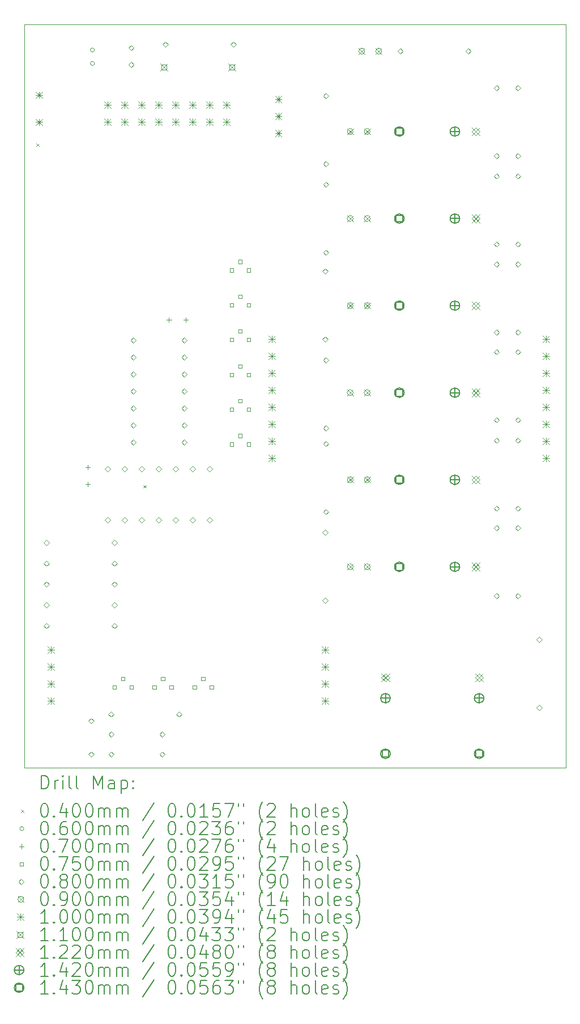
<source format=gbr>
%TF.GenerationSoftware,KiCad,Pcbnew,8.0.2-1*%
%TF.CreationDate,2024-06-17T10:37:50+02:00*%
%TF.ProjectId,chrono-divider,6368726f-6e6f-42d6-9469-76696465722e,rev?*%
%TF.SameCoordinates,Original*%
%TF.FileFunction,Drillmap*%
%TF.FilePolarity,Positive*%
%FSLAX45Y45*%
G04 Gerber Fmt 4.5, Leading zero omitted, Abs format (unit mm)*
G04 Created by KiCad (PCBNEW 8.0.2-1) date 2024-06-17 10:37:50*
%MOMM*%
%LPD*%
G01*
G04 APERTURE LIST*
%ADD10C,0.100000*%
%ADD11C,0.200000*%
%ADD12C,0.110000*%
%ADD13C,0.122000*%
%ADD14C,0.142000*%
%ADD15C,0.143000*%
G04 APERTURE END LIST*
D10*
X5000000Y-5000000D02*
X13100000Y-5000000D01*
X13100000Y-16100000D01*
X5000000Y-16100000D01*
X5000000Y-5000000D01*
D11*
D10*
X5180000Y-6780000D02*
X5220000Y-6820000D01*
X5220000Y-6780000D02*
X5180000Y-6820000D01*
X6780000Y-11880000D02*
X6820000Y-11920000D01*
X6820000Y-11880000D02*
X6780000Y-11920000D01*
X6050000Y-5382740D02*
G75*
G02*
X5990000Y-5382740I-30000J0D01*
G01*
X5990000Y-5382740D02*
G75*
G02*
X6050000Y-5382740I30000J0D01*
G01*
X6050000Y-5582740D02*
G75*
G02*
X5990000Y-5582740I-30000J0D01*
G01*
X5990000Y-5582740D02*
G75*
G02*
X6050000Y-5582740I30000J0D01*
G01*
X5950000Y-11580000D02*
X5950000Y-11650000D01*
X5915000Y-11615000D02*
X5985000Y-11615000D01*
X5950000Y-11830000D02*
X5950000Y-11900000D01*
X5915000Y-11865000D02*
X5985000Y-11865000D01*
X7165000Y-9375000D02*
X7165000Y-9445000D01*
X7130000Y-9410000D02*
X7200000Y-9410000D01*
X7415000Y-9375000D02*
X7415000Y-9445000D01*
X7380000Y-9410000D02*
X7450000Y-9410000D01*
X6372517Y-14926517D02*
X6372517Y-14873483D01*
X6319483Y-14873483D01*
X6319483Y-14926517D01*
X6372517Y-14926517D01*
X6499517Y-14799517D02*
X6499517Y-14746483D01*
X6446483Y-14746483D01*
X6446483Y-14799517D01*
X6499517Y-14799517D01*
X6626517Y-14926517D02*
X6626517Y-14873483D01*
X6573483Y-14873483D01*
X6573483Y-14926517D01*
X6626517Y-14926517D01*
X6972517Y-14926517D02*
X6972517Y-14873483D01*
X6919483Y-14873483D01*
X6919483Y-14926517D01*
X6972517Y-14926517D01*
X7099517Y-14799517D02*
X7099517Y-14746483D01*
X7046483Y-14746483D01*
X7046483Y-14799517D01*
X7099517Y-14799517D01*
X7226517Y-14926517D02*
X7226517Y-14873483D01*
X7173483Y-14873483D01*
X7173483Y-14926517D01*
X7226517Y-14926517D01*
X7572517Y-14926517D02*
X7572517Y-14873483D01*
X7519483Y-14873483D01*
X7519483Y-14926517D01*
X7572517Y-14926517D01*
X7699517Y-14799517D02*
X7699517Y-14746483D01*
X7646483Y-14746483D01*
X7646483Y-14799517D01*
X7699517Y-14799517D01*
X7826517Y-14926517D02*
X7826517Y-14873483D01*
X7773483Y-14873483D01*
X7773483Y-14926517D01*
X7826517Y-14926517D01*
X8126517Y-8696517D02*
X8126517Y-8643483D01*
X8073483Y-8643483D01*
X8073483Y-8696517D01*
X8126517Y-8696517D01*
X8126517Y-9216517D02*
X8126517Y-9163483D01*
X8073483Y-9163483D01*
X8073483Y-9216517D01*
X8126517Y-9216517D01*
X8126517Y-9736517D02*
X8126517Y-9683483D01*
X8073483Y-9683483D01*
X8073483Y-9736517D01*
X8126517Y-9736517D01*
X8126517Y-10256517D02*
X8126517Y-10203483D01*
X8073483Y-10203483D01*
X8073483Y-10256517D01*
X8126517Y-10256517D01*
X8126517Y-10776517D02*
X8126517Y-10723483D01*
X8073483Y-10723483D01*
X8073483Y-10776517D01*
X8126517Y-10776517D01*
X8126517Y-11296517D02*
X8126517Y-11243483D01*
X8073483Y-11243483D01*
X8073483Y-11296517D01*
X8126517Y-11296517D01*
X8253517Y-8569517D02*
X8253517Y-8516483D01*
X8200483Y-8516483D01*
X8200483Y-8569517D01*
X8253517Y-8569517D01*
X8253517Y-9089517D02*
X8253517Y-9036483D01*
X8200483Y-9036483D01*
X8200483Y-9089517D01*
X8253517Y-9089517D01*
X8253517Y-9609517D02*
X8253517Y-9556483D01*
X8200483Y-9556483D01*
X8200483Y-9609517D01*
X8253517Y-9609517D01*
X8253517Y-10129517D02*
X8253517Y-10076483D01*
X8200483Y-10076483D01*
X8200483Y-10129517D01*
X8253517Y-10129517D01*
X8253517Y-10649517D02*
X8253517Y-10596483D01*
X8200483Y-10596483D01*
X8200483Y-10649517D01*
X8253517Y-10649517D01*
X8253517Y-11169517D02*
X8253517Y-11116483D01*
X8200483Y-11116483D01*
X8200483Y-11169517D01*
X8253517Y-11169517D01*
X8380517Y-8696517D02*
X8380517Y-8643483D01*
X8327483Y-8643483D01*
X8327483Y-8696517D01*
X8380517Y-8696517D01*
X8380517Y-9216517D02*
X8380517Y-9163483D01*
X8327483Y-9163483D01*
X8327483Y-9216517D01*
X8380517Y-9216517D01*
X8380517Y-9736517D02*
X8380517Y-9683483D01*
X8327483Y-9683483D01*
X8327483Y-9736517D01*
X8380517Y-9736517D01*
X8380517Y-10256517D02*
X8380517Y-10203483D01*
X8327483Y-10203483D01*
X8327483Y-10256517D01*
X8380517Y-10256517D01*
X8380517Y-10776517D02*
X8380517Y-10723483D01*
X8327483Y-10723483D01*
X8327483Y-10776517D01*
X8380517Y-10776517D01*
X8380517Y-11296517D02*
X8380517Y-11243483D01*
X8327483Y-11243483D01*
X8327483Y-11296517D01*
X8380517Y-11296517D01*
X5332000Y-12780000D02*
X5372000Y-12740000D01*
X5332000Y-12700000D01*
X5292000Y-12740000D01*
X5332000Y-12780000D01*
X5332000Y-13090000D02*
X5372000Y-13050000D01*
X5332000Y-13010000D01*
X5292000Y-13050000D01*
X5332000Y-13090000D01*
X5332000Y-13400000D02*
X5372000Y-13360000D01*
X5332000Y-13320000D01*
X5292000Y-13360000D01*
X5332000Y-13400000D01*
X5332000Y-13710000D02*
X5372000Y-13670000D01*
X5332000Y-13630000D01*
X5292000Y-13670000D01*
X5332000Y-13710000D01*
X5332000Y-14020000D02*
X5372000Y-13980000D01*
X5332000Y-13940000D01*
X5292000Y-13980000D01*
X5332000Y-14020000D01*
X6000000Y-15440000D02*
X6040000Y-15400000D01*
X6000000Y-15360000D01*
X5960000Y-15400000D01*
X6000000Y-15440000D01*
X6000000Y-15940000D02*
X6040000Y-15900000D01*
X6000000Y-15860000D01*
X5960000Y-15900000D01*
X6000000Y-15940000D01*
X6247500Y-11678000D02*
X6287500Y-11638000D01*
X6247500Y-11598000D01*
X6207500Y-11638000D01*
X6247500Y-11678000D01*
X6247500Y-12440000D02*
X6287500Y-12400000D01*
X6247500Y-12360000D01*
X6207500Y-12400000D01*
X6247500Y-12440000D01*
X6297000Y-15340000D02*
X6337000Y-15300000D01*
X6297000Y-15260000D01*
X6257000Y-15300000D01*
X6297000Y-15340000D01*
X6300000Y-15640000D02*
X6340000Y-15600000D01*
X6300000Y-15560000D01*
X6260000Y-15600000D01*
X6300000Y-15640000D01*
X6300000Y-15940000D02*
X6340000Y-15900000D01*
X6300000Y-15860000D01*
X6260000Y-15900000D01*
X6300000Y-15940000D01*
X6348000Y-12780000D02*
X6388000Y-12740000D01*
X6348000Y-12700000D01*
X6308000Y-12740000D01*
X6348000Y-12780000D01*
X6348000Y-13090000D02*
X6388000Y-13050000D01*
X6348000Y-13010000D01*
X6308000Y-13050000D01*
X6348000Y-13090000D01*
X6348000Y-13400000D02*
X6388000Y-13360000D01*
X6348000Y-13320000D01*
X6308000Y-13360000D01*
X6348000Y-13400000D01*
X6348000Y-13710000D02*
X6388000Y-13670000D01*
X6348000Y-13630000D01*
X6308000Y-13670000D01*
X6348000Y-13710000D01*
X6348000Y-14020000D02*
X6388000Y-13980000D01*
X6348000Y-13940000D01*
X6308000Y-13980000D01*
X6348000Y-14020000D01*
X6501500Y-11678000D02*
X6541500Y-11638000D01*
X6501500Y-11598000D01*
X6461500Y-11638000D01*
X6501500Y-11678000D01*
X6501500Y-12440000D02*
X6541500Y-12400000D01*
X6501500Y-12360000D01*
X6461500Y-12400000D01*
X6501500Y-12440000D01*
X6600000Y-5390000D02*
X6640000Y-5350000D01*
X6600000Y-5310000D01*
X6560000Y-5350000D01*
X6600000Y-5390000D01*
X6600000Y-5640000D02*
X6640000Y-5600000D01*
X6600000Y-5560000D01*
X6560000Y-5600000D01*
X6600000Y-5640000D01*
X6630000Y-9757500D02*
X6670000Y-9717500D01*
X6630000Y-9677500D01*
X6590000Y-9717500D01*
X6630000Y-9757500D01*
X6630000Y-10011500D02*
X6670000Y-9971500D01*
X6630000Y-9931500D01*
X6590000Y-9971500D01*
X6630000Y-10011500D01*
X6630000Y-10265500D02*
X6670000Y-10225500D01*
X6630000Y-10185500D01*
X6590000Y-10225500D01*
X6630000Y-10265500D01*
X6630000Y-10519500D02*
X6670000Y-10479500D01*
X6630000Y-10439500D01*
X6590000Y-10479500D01*
X6630000Y-10519500D01*
X6630000Y-10773500D02*
X6670000Y-10733500D01*
X6630000Y-10693500D01*
X6590000Y-10733500D01*
X6630000Y-10773500D01*
X6630000Y-11027500D02*
X6670000Y-10987500D01*
X6630000Y-10947500D01*
X6590000Y-10987500D01*
X6630000Y-11027500D01*
X6630000Y-11281500D02*
X6670000Y-11241500D01*
X6630000Y-11201500D01*
X6590000Y-11241500D01*
X6630000Y-11281500D01*
X6755500Y-11678000D02*
X6795500Y-11638000D01*
X6755500Y-11598000D01*
X6715500Y-11638000D01*
X6755500Y-11678000D01*
X6755500Y-12440000D02*
X6795500Y-12400000D01*
X6755500Y-12360000D01*
X6715500Y-12400000D01*
X6755500Y-12440000D01*
X7009500Y-11678000D02*
X7049500Y-11638000D01*
X7009500Y-11598000D01*
X6969500Y-11638000D01*
X7009500Y-11678000D01*
X7009500Y-12440000D02*
X7049500Y-12400000D01*
X7009500Y-12360000D01*
X6969500Y-12400000D01*
X7009500Y-12440000D01*
X7062000Y-15640000D02*
X7102000Y-15600000D01*
X7062000Y-15560000D01*
X7022000Y-15600000D01*
X7062000Y-15640000D01*
X7062000Y-15940000D02*
X7102000Y-15900000D01*
X7062000Y-15860000D01*
X7022000Y-15900000D01*
X7062000Y-15940000D01*
X7112000Y-5340000D02*
X7152000Y-5300000D01*
X7112000Y-5260000D01*
X7072000Y-5300000D01*
X7112000Y-5340000D01*
X7263500Y-11678000D02*
X7303500Y-11638000D01*
X7263500Y-11598000D01*
X7223500Y-11638000D01*
X7263500Y-11678000D01*
X7263500Y-12440000D02*
X7303500Y-12400000D01*
X7263500Y-12360000D01*
X7223500Y-12400000D01*
X7263500Y-12440000D01*
X7313000Y-15340000D02*
X7353000Y-15300000D01*
X7313000Y-15260000D01*
X7273000Y-15300000D01*
X7313000Y-15340000D01*
X7392000Y-9757500D02*
X7432000Y-9717500D01*
X7392000Y-9677500D01*
X7352000Y-9717500D01*
X7392000Y-9757500D01*
X7392000Y-10011500D02*
X7432000Y-9971500D01*
X7392000Y-9931500D01*
X7352000Y-9971500D01*
X7392000Y-10011500D01*
X7392000Y-10265500D02*
X7432000Y-10225500D01*
X7392000Y-10185500D01*
X7352000Y-10225500D01*
X7392000Y-10265500D01*
X7392000Y-10519500D02*
X7432000Y-10479500D01*
X7392000Y-10439500D01*
X7352000Y-10479500D01*
X7392000Y-10519500D01*
X7392000Y-10773500D02*
X7432000Y-10733500D01*
X7392000Y-10693500D01*
X7352000Y-10733500D01*
X7392000Y-10773500D01*
X7392000Y-11027500D02*
X7432000Y-10987500D01*
X7392000Y-10947500D01*
X7352000Y-10987500D01*
X7392000Y-11027500D01*
X7392000Y-11281500D02*
X7432000Y-11241500D01*
X7392000Y-11201500D01*
X7352000Y-11241500D01*
X7392000Y-11281500D01*
X7517500Y-11678000D02*
X7557500Y-11638000D01*
X7517500Y-11598000D01*
X7477500Y-11638000D01*
X7517500Y-11678000D01*
X7517500Y-12440000D02*
X7557500Y-12400000D01*
X7517500Y-12360000D01*
X7477500Y-12400000D01*
X7517500Y-12440000D01*
X7771500Y-11678000D02*
X7811500Y-11638000D01*
X7771500Y-11598000D01*
X7731500Y-11638000D01*
X7771500Y-11678000D01*
X7771500Y-12440000D02*
X7811500Y-12400000D01*
X7771500Y-12360000D01*
X7731500Y-12400000D01*
X7771500Y-12440000D01*
X8128000Y-5340000D02*
X8168000Y-5300000D01*
X8128000Y-5260000D01*
X8088000Y-5300000D01*
X8128000Y-5340000D01*
X9500000Y-8727000D02*
X9540000Y-8687000D01*
X9500000Y-8647000D01*
X9460000Y-8687000D01*
X9500000Y-8727000D01*
X9500000Y-9743000D02*
X9540000Y-9703000D01*
X9500000Y-9663000D01*
X9460000Y-9703000D01*
X9500000Y-9743000D01*
X9500000Y-12627000D02*
X9540000Y-12587000D01*
X9500000Y-12547000D01*
X9460000Y-12587000D01*
X9500000Y-12627000D01*
X9500000Y-13643000D02*
X9540000Y-13603000D01*
X9500000Y-13563000D01*
X9460000Y-13603000D01*
X9500000Y-13643000D01*
X9510000Y-6107000D02*
X9550000Y-6067000D01*
X9510000Y-6027000D01*
X9470000Y-6067000D01*
X9510000Y-6107000D01*
X9510000Y-7123000D02*
X9550000Y-7083000D01*
X9510000Y-7043000D01*
X9470000Y-7083000D01*
X9510000Y-7123000D01*
X9510000Y-7432000D02*
X9550000Y-7392000D01*
X9510000Y-7352000D01*
X9470000Y-7392000D01*
X9510000Y-7432000D01*
X9510000Y-8448000D02*
X9550000Y-8408000D01*
X9510000Y-8368000D01*
X9470000Y-8408000D01*
X9510000Y-8448000D01*
X9510000Y-10052000D02*
X9550000Y-10012000D01*
X9510000Y-9972000D01*
X9470000Y-10012000D01*
X9510000Y-10052000D01*
X9510000Y-11068000D02*
X9550000Y-11028000D01*
X9510000Y-10988000D01*
X9470000Y-11028000D01*
X9510000Y-11068000D01*
X9510000Y-11302000D02*
X9550000Y-11262000D01*
X9510000Y-11222000D01*
X9470000Y-11262000D01*
X9510000Y-11302000D01*
X9510000Y-12318000D02*
X9550000Y-12278000D01*
X9510000Y-12238000D01*
X9470000Y-12278000D01*
X9510000Y-12318000D01*
X10622000Y-5440000D02*
X10662000Y-5400000D01*
X10622000Y-5360000D01*
X10582000Y-5400000D01*
X10622000Y-5440000D01*
X11638000Y-5440000D02*
X11678000Y-5400000D01*
X11638000Y-5360000D01*
X11598000Y-5400000D01*
X11638000Y-5440000D01*
X12060000Y-5990000D02*
X12100000Y-5950000D01*
X12060000Y-5910000D01*
X12020000Y-5950000D01*
X12060000Y-5990000D01*
X12060000Y-7006000D02*
X12100000Y-6966000D01*
X12060000Y-6926000D01*
X12020000Y-6966000D01*
X12060000Y-7006000D01*
X12060000Y-7307000D02*
X12100000Y-7267000D01*
X12060000Y-7227000D01*
X12020000Y-7267000D01*
X12060000Y-7307000D01*
X12060000Y-8323000D02*
X12100000Y-8283000D01*
X12060000Y-8243000D01*
X12020000Y-8283000D01*
X12060000Y-8323000D01*
X12060000Y-8620000D02*
X12100000Y-8580000D01*
X12060000Y-8540000D01*
X12020000Y-8580000D01*
X12060000Y-8620000D01*
X12060000Y-9636000D02*
X12100000Y-9596000D01*
X12060000Y-9556000D01*
X12020000Y-9596000D01*
X12060000Y-9636000D01*
X12060000Y-9932000D02*
X12100000Y-9892000D01*
X12060000Y-9852000D01*
X12020000Y-9892000D01*
X12060000Y-9932000D01*
X12060000Y-10948000D02*
X12100000Y-10908000D01*
X12060000Y-10868000D01*
X12020000Y-10908000D01*
X12060000Y-10948000D01*
X12060000Y-11252000D02*
X12100000Y-11212000D01*
X12060000Y-11172000D01*
X12020000Y-11212000D01*
X12060000Y-11252000D01*
X12060000Y-12268000D02*
X12100000Y-12228000D01*
X12060000Y-12188000D01*
X12020000Y-12228000D01*
X12060000Y-12268000D01*
X12060000Y-12557000D02*
X12100000Y-12517000D01*
X12060000Y-12477000D01*
X12020000Y-12517000D01*
X12060000Y-12557000D01*
X12060000Y-13573000D02*
X12100000Y-13533000D01*
X12060000Y-13493000D01*
X12020000Y-13533000D01*
X12060000Y-13573000D01*
X12380000Y-5990000D02*
X12420000Y-5950000D01*
X12380000Y-5910000D01*
X12340000Y-5950000D01*
X12380000Y-5990000D01*
X12380000Y-7006000D02*
X12420000Y-6966000D01*
X12380000Y-6926000D01*
X12340000Y-6966000D01*
X12380000Y-7006000D01*
X12380000Y-7307000D02*
X12420000Y-7267000D01*
X12380000Y-7227000D01*
X12340000Y-7267000D01*
X12380000Y-7307000D01*
X12380000Y-8323000D02*
X12420000Y-8283000D01*
X12380000Y-8243000D01*
X12340000Y-8283000D01*
X12380000Y-8323000D01*
X12380000Y-8620000D02*
X12420000Y-8580000D01*
X12380000Y-8540000D01*
X12340000Y-8580000D01*
X12380000Y-8620000D01*
X12380000Y-9636000D02*
X12420000Y-9596000D01*
X12380000Y-9556000D01*
X12340000Y-9596000D01*
X12380000Y-9636000D01*
X12380000Y-9932000D02*
X12420000Y-9892000D01*
X12380000Y-9852000D01*
X12340000Y-9892000D01*
X12380000Y-9932000D01*
X12380000Y-10948000D02*
X12420000Y-10908000D01*
X12380000Y-10868000D01*
X12340000Y-10908000D01*
X12380000Y-10948000D01*
X12380000Y-11252000D02*
X12420000Y-11212000D01*
X12380000Y-11172000D01*
X12340000Y-11212000D01*
X12380000Y-11252000D01*
X12380000Y-12268000D02*
X12420000Y-12228000D01*
X12380000Y-12188000D01*
X12340000Y-12228000D01*
X12380000Y-12268000D01*
X12380000Y-12557000D02*
X12420000Y-12517000D01*
X12380000Y-12477000D01*
X12340000Y-12517000D01*
X12380000Y-12557000D01*
X12380000Y-13573000D02*
X12420000Y-13533000D01*
X12380000Y-13493000D01*
X12340000Y-13533000D01*
X12380000Y-13573000D01*
X12700000Y-14227000D02*
X12740000Y-14187000D01*
X12700000Y-14147000D01*
X12660000Y-14187000D01*
X12700000Y-14227000D01*
X12700000Y-15243000D02*
X12740000Y-15203000D01*
X12700000Y-15163000D01*
X12660000Y-15203000D01*
X12700000Y-15243000D01*
X9828000Y-6555000D02*
X9918000Y-6645000D01*
X9918000Y-6555000D02*
X9828000Y-6645000D01*
X9918000Y-6600000D02*
G75*
G02*
X9828000Y-6600000I-45000J0D01*
G01*
X9828000Y-6600000D02*
G75*
G02*
X9918000Y-6600000I45000J0D01*
G01*
X9828000Y-7855000D02*
X9918000Y-7945000D01*
X9918000Y-7855000D02*
X9828000Y-7945000D01*
X9918000Y-7900000D02*
G75*
G02*
X9828000Y-7900000I-45000J0D01*
G01*
X9828000Y-7900000D02*
G75*
G02*
X9918000Y-7900000I45000J0D01*
G01*
X9828000Y-9155000D02*
X9918000Y-9245000D01*
X9918000Y-9155000D02*
X9828000Y-9245000D01*
X9918000Y-9200000D02*
G75*
G02*
X9828000Y-9200000I-45000J0D01*
G01*
X9828000Y-9200000D02*
G75*
G02*
X9918000Y-9200000I45000J0D01*
G01*
X9828000Y-10455000D02*
X9918000Y-10545000D01*
X9918000Y-10455000D02*
X9828000Y-10545000D01*
X9918000Y-10500000D02*
G75*
G02*
X9828000Y-10500000I-45000J0D01*
G01*
X9828000Y-10500000D02*
G75*
G02*
X9918000Y-10500000I45000J0D01*
G01*
X9828000Y-11755000D02*
X9918000Y-11845000D01*
X9918000Y-11755000D02*
X9828000Y-11845000D01*
X9918000Y-11800000D02*
G75*
G02*
X9828000Y-11800000I-45000J0D01*
G01*
X9828000Y-11800000D02*
G75*
G02*
X9918000Y-11800000I45000J0D01*
G01*
X9828000Y-13055000D02*
X9918000Y-13145000D01*
X9918000Y-13055000D02*
X9828000Y-13145000D01*
X9918000Y-13100000D02*
G75*
G02*
X9828000Y-13100000I-45000J0D01*
G01*
X9828000Y-13100000D02*
G75*
G02*
X9918000Y-13100000I45000J0D01*
G01*
X10001000Y-5355000D02*
X10091000Y-5445000D01*
X10091000Y-5355000D02*
X10001000Y-5445000D01*
X10091000Y-5400000D02*
G75*
G02*
X10001000Y-5400000I-45000J0D01*
G01*
X10001000Y-5400000D02*
G75*
G02*
X10091000Y-5400000I45000J0D01*
G01*
X10082000Y-6555000D02*
X10172000Y-6645000D01*
X10172000Y-6555000D02*
X10082000Y-6645000D01*
X10172000Y-6600000D02*
G75*
G02*
X10082000Y-6600000I-45000J0D01*
G01*
X10082000Y-6600000D02*
G75*
G02*
X10172000Y-6600000I45000J0D01*
G01*
X10082000Y-7855000D02*
X10172000Y-7945000D01*
X10172000Y-7855000D02*
X10082000Y-7945000D01*
X10172000Y-7900000D02*
G75*
G02*
X10082000Y-7900000I-45000J0D01*
G01*
X10082000Y-7900000D02*
G75*
G02*
X10172000Y-7900000I45000J0D01*
G01*
X10082000Y-9155000D02*
X10172000Y-9245000D01*
X10172000Y-9155000D02*
X10082000Y-9245000D01*
X10172000Y-9200000D02*
G75*
G02*
X10082000Y-9200000I-45000J0D01*
G01*
X10082000Y-9200000D02*
G75*
G02*
X10172000Y-9200000I45000J0D01*
G01*
X10082000Y-10455000D02*
X10172000Y-10545000D01*
X10172000Y-10455000D02*
X10082000Y-10545000D01*
X10172000Y-10500000D02*
G75*
G02*
X10082000Y-10500000I-45000J0D01*
G01*
X10082000Y-10500000D02*
G75*
G02*
X10172000Y-10500000I45000J0D01*
G01*
X10082000Y-11755000D02*
X10172000Y-11845000D01*
X10172000Y-11755000D02*
X10082000Y-11845000D01*
X10172000Y-11800000D02*
G75*
G02*
X10082000Y-11800000I-45000J0D01*
G01*
X10082000Y-11800000D02*
G75*
G02*
X10172000Y-11800000I45000J0D01*
G01*
X10082000Y-13055000D02*
X10172000Y-13145000D01*
X10172000Y-13055000D02*
X10082000Y-13145000D01*
X10172000Y-13100000D02*
G75*
G02*
X10082000Y-13100000I-45000J0D01*
G01*
X10082000Y-13100000D02*
G75*
G02*
X10172000Y-13100000I45000J0D01*
G01*
X10255000Y-5355000D02*
X10345000Y-5445000D01*
X10345000Y-5355000D02*
X10255000Y-5445000D01*
X10345000Y-5400000D02*
G75*
G02*
X10255000Y-5400000I-45000J0D01*
G01*
X10255000Y-5400000D02*
G75*
G02*
X10345000Y-5400000I45000J0D01*
G01*
X5170000Y-6005000D02*
X5270000Y-6105000D01*
X5270000Y-6005000D02*
X5170000Y-6105000D01*
X5220000Y-6005000D02*
X5220000Y-6105000D01*
X5170000Y-6055000D02*
X5270000Y-6055000D01*
X5170000Y-6410000D02*
X5270000Y-6510000D01*
X5270000Y-6410000D02*
X5170000Y-6510000D01*
X5220000Y-6410000D02*
X5220000Y-6510000D01*
X5170000Y-6460000D02*
X5270000Y-6460000D01*
X5350000Y-14288000D02*
X5450000Y-14388000D01*
X5450000Y-14288000D02*
X5350000Y-14388000D01*
X5400000Y-14288000D02*
X5400000Y-14388000D01*
X5350000Y-14338000D02*
X5450000Y-14338000D01*
X5350000Y-14542000D02*
X5450000Y-14642000D01*
X5450000Y-14542000D02*
X5350000Y-14642000D01*
X5400000Y-14542000D02*
X5400000Y-14642000D01*
X5350000Y-14592000D02*
X5450000Y-14592000D01*
X5350000Y-14796000D02*
X5450000Y-14896000D01*
X5450000Y-14796000D02*
X5350000Y-14896000D01*
X5400000Y-14796000D02*
X5400000Y-14896000D01*
X5350000Y-14846000D02*
X5450000Y-14846000D01*
X5350000Y-15050000D02*
X5450000Y-15150000D01*
X5450000Y-15050000D02*
X5350000Y-15150000D01*
X5400000Y-15050000D02*
X5400000Y-15150000D01*
X5350000Y-15100000D02*
X5450000Y-15100000D01*
X6196000Y-6150000D02*
X6296000Y-6250000D01*
X6296000Y-6150000D02*
X6196000Y-6250000D01*
X6246000Y-6150000D02*
X6246000Y-6250000D01*
X6196000Y-6200000D02*
X6296000Y-6200000D01*
X6196000Y-6404000D02*
X6296000Y-6504000D01*
X6296000Y-6404000D02*
X6196000Y-6504000D01*
X6246000Y-6404000D02*
X6246000Y-6504000D01*
X6196000Y-6454000D02*
X6296000Y-6454000D01*
X6450000Y-6150000D02*
X6550000Y-6250000D01*
X6550000Y-6150000D02*
X6450000Y-6250000D01*
X6500000Y-6150000D02*
X6500000Y-6250000D01*
X6450000Y-6200000D02*
X6550000Y-6200000D01*
X6450000Y-6404000D02*
X6550000Y-6504000D01*
X6550000Y-6404000D02*
X6450000Y-6504000D01*
X6500000Y-6404000D02*
X6500000Y-6504000D01*
X6450000Y-6454000D02*
X6550000Y-6454000D01*
X6704000Y-6150000D02*
X6804000Y-6250000D01*
X6804000Y-6150000D02*
X6704000Y-6250000D01*
X6754000Y-6150000D02*
X6754000Y-6250000D01*
X6704000Y-6200000D02*
X6804000Y-6200000D01*
X6704000Y-6404000D02*
X6804000Y-6504000D01*
X6804000Y-6404000D02*
X6704000Y-6504000D01*
X6754000Y-6404000D02*
X6754000Y-6504000D01*
X6704000Y-6454000D02*
X6804000Y-6454000D01*
X6958000Y-6150000D02*
X7058000Y-6250000D01*
X7058000Y-6150000D02*
X6958000Y-6250000D01*
X7008000Y-6150000D02*
X7008000Y-6250000D01*
X6958000Y-6200000D02*
X7058000Y-6200000D01*
X6958000Y-6404000D02*
X7058000Y-6504000D01*
X7058000Y-6404000D02*
X6958000Y-6504000D01*
X7008000Y-6404000D02*
X7008000Y-6504000D01*
X6958000Y-6454000D02*
X7058000Y-6454000D01*
X7212000Y-6150000D02*
X7312000Y-6250000D01*
X7312000Y-6150000D02*
X7212000Y-6250000D01*
X7262000Y-6150000D02*
X7262000Y-6250000D01*
X7212000Y-6200000D02*
X7312000Y-6200000D01*
X7212000Y-6404000D02*
X7312000Y-6504000D01*
X7312000Y-6404000D02*
X7212000Y-6504000D01*
X7262000Y-6404000D02*
X7262000Y-6504000D01*
X7212000Y-6454000D02*
X7312000Y-6454000D01*
X7466000Y-6150000D02*
X7566000Y-6250000D01*
X7566000Y-6150000D02*
X7466000Y-6250000D01*
X7516000Y-6150000D02*
X7516000Y-6250000D01*
X7466000Y-6200000D02*
X7566000Y-6200000D01*
X7466000Y-6404000D02*
X7566000Y-6504000D01*
X7566000Y-6404000D02*
X7466000Y-6504000D01*
X7516000Y-6404000D02*
X7516000Y-6504000D01*
X7466000Y-6454000D02*
X7566000Y-6454000D01*
X7720000Y-6150000D02*
X7820000Y-6250000D01*
X7820000Y-6150000D02*
X7720000Y-6250000D01*
X7770000Y-6150000D02*
X7770000Y-6250000D01*
X7720000Y-6200000D02*
X7820000Y-6200000D01*
X7720000Y-6404000D02*
X7820000Y-6504000D01*
X7820000Y-6404000D02*
X7720000Y-6504000D01*
X7770000Y-6404000D02*
X7770000Y-6504000D01*
X7720000Y-6454000D02*
X7820000Y-6454000D01*
X7974000Y-6150000D02*
X8074000Y-6250000D01*
X8074000Y-6150000D02*
X7974000Y-6250000D01*
X8024000Y-6150000D02*
X8024000Y-6250000D01*
X7974000Y-6200000D02*
X8074000Y-6200000D01*
X7974000Y-6404000D02*
X8074000Y-6504000D01*
X8074000Y-6404000D02*
X7974000Y-6504000D01*
X8024000Y-6404000D02*
X8024000Y-6504000D01*
X7974000Y-6454000D02*
X8074000Y-6454000D01*
X8650000Y-9650000D02*
X8750000Y-9750000D01*
X8750000Y-9650000D02*
X8650000Y-9750000D01*
X8700000Y-9650000D02*
X8700000Y-9750000D01*
X8650000Y-9700000D02*
X8750000Y-9700000D01*
X8650000Y-9904000D02*
X8750000Y-10004000D01*
X8750000Y-9904000D02*
X8650000Y-10004000D01*
X8700000Y-9904000D02*
X8700000Y-10004000D01*
X8650000Y-9954000D02*
X8750000Y-9954000D01*
X8650000Y-10158000D02*
X8750000Y-10258000D01*
X8750000Y-10158000D02*
X8650000Y-10258000D01*
X8700000Y-10158000D02*
X8700000Y-10258000D01*
X8650000Y-10208000D02*
X8750000Y-10208000D01*
X8650000Y-10412000D02*
X8750000Y-10512000D01*
X8750000Y-10412000D02*
X8650000Y-10512000D01*
X8700000Y-10412000D02*
X8700000Y-10512000D01*
X8650000Y-10462000D02*
X8750000Y-10462000D01*
X8650000Y-10666000D02*
X8750000Y-10766000D01*
X8750000Y-10666000D02*
X8650000Y-10766000D01*
X8700000Y-10666000D02*
X8700000Y-10766000D01*
X8650000Y-10716000D02*
X8750000Y-10716000D01*
X8650000Y-10920000D02*
X8750000Y-11020000D01*
X8750000Y-10920000D02*
X8650000Y-11020000D01*
X8700000Y-10920000D02*
X8700000Y-11020000D01*
X8650000Y-10970000D02*
X8750000Y-10970000D01*
X8650000Y-11174000D02*
X8750000Y-11274000D01*
X8750000Y-11174000D02*
X8650000Y-11274000D01*
X8700000Y-11174000D02*
X8700000Y-11274000D01*
X8650000Y-11224000D02*
X8750000Y-11224000D01*
X8650000Y-11428000D02*
X8750000Y-11528000D01*
X8750000Y-11428000D02*
X8650000Y-11528000D01*
X8700000Y-11428000D02*
X8700000Y-11528000D01*
X8650000Y-11478000D02*
X8750000Y-11478000D01*
X8750000Y-6070000D02*
X8850000Y-6170000D01*
X8850000Y-6070000D02*
X8750000Y-6170000D01*
X8800000Y-6070000D02*
X8800000Y-6170000D01*
X8750000Y-6120000D02*
X8850000Y-6120000D01*
X8750000Y-6324000D02*
X8850000Y-6424000D01*
X8850000Y-6324000D02*
X8750000Y-6424000D01*
X8800000Y-6324000D02*
X8800000Y-6424000D01*
X8750000Y-6374000D02*
X8850000Y-6374000D01*
X8750000Y-6578000D02*
X8850000Y-6678000D01*
X8850000Y-6578000D02*
X8750000Y-6678000D01*
X8800000Y-6578000D02*
X8800000Y-6678000D01*
X8750000Y-6628000D02*
X8850000Y-6628000D01*
X9450000Y-14288000D02*
X9550000Y-14388000D01*
X9550000Y-14288000D02*
X9450000Y-14388000D01*
X9500000Y-14288000D02*
X9500000Y-14388000D01*
X9450000Y-14338000D02*
X9550000Y-14338000D01*
X9450000Y-14542000D02*
X9550000Y-14642000D01*
X9550000Y-14542000D02*
X9450000Y-14642000D01*
X9500000Y-14542000D02*
X9500000Y-14642000D01*
X9450000Y-14592000D02*
X9550000Y-14592000D01*
X9450000Y-14796000D02*
X9550000Y-14896000D01*
X9550000Y-14796000D02*
X9450000Y-14896000D01*
X9500000Y-14796000D02*
X9500000Y-14896000D01*
X9450000Y-14846000D02*
X9550000Y-14846000D01*
X9450000Y-15050000D02*
X9550000Y-15150000D01*
X9550000Y-15050000D02*
X9450000Y-15150000D01*
X9500000Y-15050000D02*
X9500000Y-15150000D01*
X9450000Y-15100000D02*
X9550000Y-15100000D01*
X12750000Y-9650000D02*
X12850000Y-9750000D01*
X12850000Y-9650000D02*
X12750000Y-9750000D01*
X12800000Y-9650000D02*
X12800000Y-9750000D01*
X12750000Y-9700000D02*
X12850000Y-9700000D01*
X12750000Y-9904000D02*
X12850000Y-10004000D01*
X12850000Y-9904000D02*
X12750000Y-10004000D01*
X12800000Y-9904000D02*
X12800000Y-10004000D01*
X12750000Y-9954000D02*
X12850000Y-9954000D01*
X12750000Y-10158000D02*
X12850000Y-10258000D01*
X12850000Y-10158000D02*
X12750000Y-10258000D01*
X12800000Y-10158000D02*
X12800000Y-10258000D01*
X12750000Y-10208000D02*
X12850000Y-10208000D01*
X12750000Y-10412000D02*
X12850000Y-10512000D01*
X12850000Y-10412000D02*
X12750000Y-10512000D01*
X12800000Y-10412000D02*
X12800000Y-10512000D01*
X12750000Y-10462000D02*
X12850000Y-10462000D01*
X12750000Y-10666000D02*
X12850000Y-10766000D01*
X12850000Y-10666000D02*
X12750000Y-10766000D01*
X12800000Y-10666000D02*
X12800000Y-10766000D01*
X12750000Y-10716000D02*
X12850000Y-10716000D01*
X12750000Y-10920000D02*
X12850000Y-11020000D01*
X12850000Y-10920000D02*
X12750000Y-11020000D01*
X12800000Y-10920000D02*
X12800000Y-11020000D01*
X12750000Y-10970000D02*
X12850000Y-10970000D01*
X12750000Y-11174000D02*
X12850000Y-11274000D01*
X12850000Y-11174000D02*
X12750000Y-11274000D01*
X12800000Y-11174000D02*
X12800000Y-11274000D01*
X12750000Y-11224000D02*
X12850000Y-11224000D01*
X12750000Y-11428000D02*
X12850000Y-11528000D01*
X12850000Y-11428000D02*
X12750000Y-11528000D01*
X12800000Y-11428000D02*
X12800000Y-11528000D01*
X12750000Y-11478000D02*
X12850000Y-11478000D01*
D12*
X7037000Y-5585000D02*
X7147000Y-5695000D01*
X7147000Y-5585000D02*
X7037000Y-5695000D01*
X7130891Y-5678891D02*
X7130891Y-5601109D01*
X7053109Y-5601109D01*
X7053109Y-5678891D01*
X7130891Y-5678891D01*
X8053000Y-5585000D02*
X8163000Y-5695000D01*
X8163000Y-5585000D02*
X8053000Y-5695000D01*
X8146891Y-5678891D02*
X8146891Y-5601109D01*
X8069109Y-5601109D01*
X8069109Y-5678891D01*
X8146891Y-5678891D01*
D13*
X10339000Y-14691000D02*
X10461000Y-14813000D01*
X10461000Y-14691000D02*
X10339000Y-14813000D01*
X10400000Y-14813000D02*
X10461000Y-14752000D01*
X10400000Y-14691000D01*
X10339000Y-14752000D01*
X10400000Y-14813000D01*
X11687000Y-6539000D02*
X11809000Y-6661000D01*
X11809000Y-6539000D02*
X11687000Y-6661000D01*
X11748000Y-6661000D02*
X11809000Y-6600000D01*
X11748000Y-6539000D01*
X11687000Y-6600000D01*
X11748000Y-6661000D01*
X11687000Y-7839000D02*
X11809000Y-7961000D01*
X11809000Y-7839000D02*
X11687000Y-7961000D01*
X11748000Y-7961000D02*
X11809000Y-7900000D01*
X11748000Y-7839000D01*
X11687000Y-7900000D01*
X11748000Y-7961000D01*
X11687000Y-9139000D02*
X11809000Y-9261000D01*
X11809000Y-9139000D02*
X11687000Y-9261000D01*
X11748000Y-9261000D02*
X11809000Y-9200000D01*
X11748000Y-9139000D01*
X11687000Y-9200000D01*
X11748000Y-9261000D01*
X11687000Y-10439000D02*
X11809000Y-10561000D01*
X11809000Y-10439000D02*
X11687000Y-10561000D01*
X11748000Y-10561000D02*
X11809000Y-10500000D01*
X11748000Y-10439000D01*
X11687000Y-10500000D01*
X11748000Y-10561000D01*
X11687000Y-11739000D02*
X11809000Y-11861000D01*
X11809000Y-11739000D02*
X11687000Y-11861000D01*
X11748000Y-11861000D02*
X11809000Y-11800000D01*
X11748000Y-11739000D01*
X11687000Y-11800000D01*
X11748000Y-11861000D01*
X11687000Y-13039000D02*
X11809000Y-13161000D01*
X11809000Y-13039000D02*
X11687000Y-13161000D01*
X11748000Y-13161000D02*
X11809000Y-13100000D01*
X11748000Y-13039000D01*
X11687000Y-13100000D01*
X11748000Y-13161000D01*
X11739000Y-14691000D02*
X11861000Y-14813000D01*
X11861000Y-14691000D02*
X11739000Y-14813000D01*
X11800000Y-14813000D02*
X11861000Y-14752000D01*
X11800000Y-14691000D01*
X11739000Y-14752000D01*
X11800000Y-14813000D01*
D14*
X10400000Y-14991000D02*
X10400000Y-15133000D01*
X10329000Y-15062000D02*
X10471000Y-15062000D01*
X10471000Y-15062000D02*
G75*
G02*
X10329000Y-15062000I-71000J0D01*
G01*
X10329000Y-15062000D02*
G75*
G02*
X10471000Y-15062000I71000J0D01*
G01*
X11438000Y-6529000D02*
X11438000Y-6671000D01*
X11367000Y-6600000D02*
X11509000Y-6600000D01*
X11509000Y-6600000D02*
G75*
G02*
X11367000Y-6600000I-71000J0D01*
G01*
X11367000Y-6600000D02*
G75*
G02*
X11509000Y-6600000I71000J0D01*
G01*
X11438000Y-7829000D02*
X11438000Y-7971000D01*
X11367000Y-7900000D02*
X11509000Y-7900000D01*
X11509000Y-7900000D02*
G75*
G02*
X11367000Y-7900000I-71000J0D01*
G01*
X11367000Y-7900000D02*
G75*
G02*
X11509000Y-7900000I71000J0D01*
G01*
X11438000Y-9129000D02*
X11438000Y-9271000D01*
X11367000Y-9200000D02*
X11509000Y-9200000D01*
X11509000Y-9200000D02*
G75*
G02*
X11367000Y-9200000I-71000J0D01*
G01*
X11367000Y-9200000D02*
G75*
G02*
X11509000Y-9200000I71000J0D01*
G01*
X11438000Y-10429000D02*
X11438000Y-10571000D01*
X11367000Y-10500000D02*
X11509000Y-10500000D01*
X11509000Y-10500000D02*
G75*
G02*
X11367000Y-10500000I-71000J0D01*
G01*
X11367000Y-10500000D02*
G75*
G02*
X11509000Y-10500000I71000J0D01*
G01*
X11438000Y-11729000D02*
X11438000Y-11871000D01*
X11367000Y-11800000D02*
X11509000Y-11800000D01*
X11509000Y-11800000D02*
G75*
G02*
X11367000Y-11800000I-71000J0D01*
G01*
X11367000Y-11800000D02*
G75*
G02*
X11509000Y-11800000I71000J0D01*
G01*
X11438000Y-13029000D02*
X11438000Y-13171000D01*
X11367000Y-13100000D02*
X11509000Y-13100000D01*
X11509000Y-13100000D02*
G75*
G02*
X11367000Y-13100000I-71000J0D01*
G01*
X11367000Y-13100000D02*
G75*
G02*
X11509000Y-13100000I71000J0D01*
G01*
X11800000Y-14991000D02*
X11800000Y-15133000D01*
X11729000Y-15062000D02*
X11871000Y-15062000D01*
X11871000Y-15062000D02*
G75*
G02*
X11729000Y-15062000I-71000J0D01*
G01*
X11729000Y-15062000D02*
G75*
G02*
X11871000Y-15062000I71000J0D01*
G01*
D15*
X10450559Y-15942559D02*
X10450559Y-15841441D01*
X10349441Y-15841441D01*
X10349441Y-15942559D01*
X10450559Y-15942559D01*
X10471500Y-15892000D02*
G75*
G02*
X10328500Y-15892000I-71500J0D01*
G01*
X10328500Y-15892000D02*
G75*
G02*
X10471500Y-15892000I71500J0D01*
G01*
X10658559Y-6650559D02*
X10658559Y-6549441D01*
X10557441Y-6549441D01*
X10557441Y-6650559D01*
X10658559Y-6650559D01*
X10679500Y-6600000D02*
G75*
G02*
X10536500Y-6600000I-71500J0D01*
G01*
X10536500Y-6600000D02*
G75*
G02*
X10679500Y-6600000I71500J0D01*
G01*
X10658559Y-7950559D02*
X10658559Y-7849441D01*
X10557441Y-7849441D01*
X10557441Y-7950559D01*
X10658559Y-7950559D01*
X10679500Y-7900000D02*
G75*
G02*
X10536500Y-7900000I-71500J0D01*
G01*
X10536500Y-7900000D02*
G75*
G02*
X10679500Y-7900000I71500J0D01*
G01*
X10658559Y-9250559D02*
X10658559Y-9149441D01*
X10557441Y-9149441D01*
X10557441Y-9250559D01*
X10658559Y-9250559D01*
X10679500Y-9200000D02*
G75*
G02*
X10536500Y-9200000I-71500J0D01*
G01*
X10536500Y-9200000D02*
G75*
G02*
X10679500Y-9200000I71500J0D01*
G01*
X10658559Y-10550559D02*
X10658559Y-10449441D01*
X10557441Y-10449441D01*
X10557441Y-10550559D01*
X10658559Y-10550559D01*
X10679500Y-10500000D02*
G75*
G02*
X10536500Y-10500000I-71500J0D01*
G01*
X10536500Y-10500000D02*
G75*
G02*
X10679500Y-10500000I71500J0D01*
G01*
X10658559Y-11850559D02*
X10658559Y-11749441D01*
X10557441Y-11749441D01*
X10557441Y-11850559D01*
X10658559Y-11850559D01*
X10679500Y-11800000D02*
G75*
G02*
X10536500Y-11800000I-71500J0D01*
G01*
X10536500Y-11800000D02*
G75*
G02*
X10679500Y-11800000I71500J0D01*
G01*
X10658559Y-13150559D02*
X10658559Y-13049441D01*
X10557441Y-13049441D01*
X10557441Y-13150559D01*
X10658559Y-13150559D01*
X10679500Y-13100000D02*
G75*
G02*
X10536500Y-13100000I-71500J0D01*
G01*
X10536500Y-13100000D02*
G75*
G02*
X10679500Y-13100000I71500J0D01*
G01*
X11850559Y-15942559D02*
X11850559Y-15841441D01*
X11749441Y-15841441D01*
X11749441Y-15942559D01*
X11850559Y-15942559D01*
X11871500Y-15892000D02*
G75*
G02*
X11728500Y-15892000I-71500J0D01*
G01*
X11728500Y-15892000D02*
G75*
G02*
X11871500Y-15892000I71500J0D01*
G01*
D11*
X5255777Y-16416484D02*
X5255777Y-16216484D01*
X5255777Y-16216484D02*
X5303396Y-16216484D01*
X5303396Y-16216484D02*
X5331967Y-16226008D01*
X5331967Y-16226008D02*
X5351015Y-16245055D01*
X5351015Y-16245055D02*
X5360539Y-16264103D01*
X5360539Y-16264103D02*
X5370063Y-16302198D01*
X5370063Y-16302198D02*
X5370063Y-16330769D01*
X5370063Y-16330769D02*
X5360539Y-16368865D01*
X5360539Y-16368865D02*
X5351015Y-16387912D01*
X5351015Y-16387912D02*
X5331967Y-16406960D01*
X5331967Y-16406960D02*
X5303396Y-16416484D01*
X5303396Y-16416484D02*
X5255777Y-16416484D01*
X5455777Y-16416484D02*
X5455777Y-16283150D01*
X5455777Y-16321246D02*
X5465301Y-16302198D01*
X5465301Y-16302198D02*
X5474824Y-16292674D01*
X5474824Y-16292674D02*
X5493872Y-16283150D01*
X5493872Y-16283150D02*
X5512920Y-16283150D01*
X5579586Y-16416484D02*
X5579586Y-16283150D01*
X5579586Y-16216484D02*
X5570063Y-16226008D01*
X5570063Y-16226008D02*
X5579586Y-16235531D01*
X5579586Y-16235531D02*
X5589110Y-16226008D01*
X5589110Y-16226008D02*
X5579586Y-16216484D01*
X5579586Y-16216484D02*
X5579586Y-16235531D01*
X5703396Y-16416484D02*
X5684348Y-16406960D01*
X5684348Y-16406960D02*
X5674824Y-16387912D01*
X5674824Y-16387912D02*
X5674824Y-16216484D01*
X5808158Y-16416484D02*
X5789110Y-16406960D01*
X5789110Y-16406960D02*
X5779586Y-16387912D01*
X5779586Y-16387912D02*
X5779586Y-16216484D01*
X6036729Y-16416484D02*
X6036729Y-16216484D01*
X6036729Y-16216484D02*
X6103396Y-16359341D01*
X6103396Y-16359341D02*
X6170062Y-16216484D01*
X6170062Y-16216484D02*
X6170062Y-16416484D01*
X6351015Y-16416484D02*
X6351015Y-16311722D01*
X6351015Y-16311722D02*
X6341491Y-16292674D01*
X6341491Y-16292674D02*
X6322443Y-16283150D01*
X6322443Y-16283150D02*
X6284348Y-16283150D01*
X6284348Y-16283150D02*
X6265301Y-16292674D01*
X6351015Y-16406960D02*
X6331967Y-16416484D01*
X6331967Y-16416484D02*
X6284348Y-16416484D01*
X6284348Y-16416484D02*
X6265301Y-16406960D01*
X6265301Y-16406960D02*
X6255777Y-16387912D01*
X6255777Y-16387912D02*
X6255777Y-16368865D01*
X6255777Y-16368865D02*
X6265301Y-16349817D01*
X6265301Y-16349817D02*
X6284348Y-16340293D01*
X6284348Y-16340293D02*
X6331967Y-16340293D01*
X6331967Y-16340293D02*
X6351015Y-16330769D01*
X6446253Y-16283150D02*
X6446253Y-16483150D01*
X6446253Y-16292674D02*
X6465301Y-16283150D01*
X6465301Y-16283150D02*
X6503396Y-16283150D01*
X6503396Y-16283150D02*
X6522443Y-16292674D01*
X6522443Y-16292674D02*
X6531967Y-16302198D01*
X6531967Y-16302198D02*
X6541491Y-16321246D01*
X6541491Y-16321246D02*
X6541491Y-16378388D01*
X6541491Y-16378388D02*
X6531967Y-16397436D01*
X6531967Y-16397436D02*
X6522443Y-16406960D01*
X6522443Y-16406960D02*
X6503396Y-16416484D01*
X6503396Y-16416484D02*
X6465301Y-16416484D01*
X6465301Y-16416484D02*
X6446253Y-16406960D01*
X6627205Y-16397436D02*
X6636729Y-16406960D01*
X6636729Y-16406960D02*
X6627205Y-16416484D01*
X6627205Y-16416484D02*
X6617682Y-16406960D01*
X6617682Y-16406960D02*
X6627205Y-16397436D01*
X6627205Y-16397436D02*
X6627205Y-16416484D01*
X6627205Y-16292674D02*
X6636729Y-16302198D01*
X6636729Y-16302198D02*
X6627205Y-16311722D01*
X6627205Y-16311722D02*
X6617682Y-16302198D01*
X6617682Y-16302198D02*
X6627205Y-16292674D01*
X6627205Y-16292674D02*
X6627205Y-16311722D01*
D10*
X4955000Y-16725000D02*
X4995000Y-16765000D01*
X4995000Y-16725000D02*
X4955000Y-16765000D01*
D11*
X5293872Y-16636484D02*
X5312920Y-16636484D01*
X5312920Y-16636484D02*
X5331967Y-16646008D01*
X5331967Y-16646008D02*
X5341491Y-16655531D01*
X5341491Y-16655531D02*
X5351015Y-16674579D01*
X5351015Y-16674579D02*
X5360539Y-16712674D01*
X5360539Y-16712674D02*
X5360539Y-16760293D01*
X5360539Y-16760293D02*
X5351015Y-16798389D01*
X5351015Y-16798389D02*
X5341491Y-16817436D01*
X5341491Y-16817436D02*
X5331967Y-16826960D01*
X5331967Y-16826960D02*
X5312920Y-16836484D01*
X5312920Y-16836484D02*
X5293872Y-16836484D01*
X5293872Y-16836484D02*
X5274824Y-16826960D01*
X5274824Y-16826960D02*
X5265301Y-16817436D01*
X5265301Y-16817436D02*
X5255777Y-16798389D01*
X5255777Y-16798389D02*
X5246253Y-16760293D01*
X5246253Y-16760293D02*
X5246253Y-16712674D01*
X5246253Y-16712674D02*
X5255777Y-16674579D01*
X5255777Y-16674579D02*
X5265301Y-16655531D01*
X5265301Y-16655531D02*
X5274824Y-16646008D01*
X5274824Y-16646008D02*
X5293872Y-16636484D01*
X5446253Y-16817436D02*
X5455777Y-16826960D01*
X5455777Y-16826960D02*
X5446253Y-16836484D01*
X5446253Y-16836484D02*
X5436729Y-16826960D01*
X5436729Y-16826960D02*
X5446253Y-16817436D01*
X5446253Y-16817436D02*
X5446253Y-16836484D01*
X5627205Y-16703150D02*
X5627205Y-16836484D01*
X5579586Y-16626960D02*
X5531967Y-16769817D01*
X5531967Y-16769817D02*
X5655777Y-16769817D01*
X5770062Y-16636484D02*
X5789110Y-16636484D01*
X5789110Y-16636484D02*
X5808158Y-16646008D01*
X5808158Y-16646008D02*
X5817682Y-16655531D01*
X5817682Y-16655531D02*
X5827205Y-16674579D01*
X5827205Y-16674579D02*
X5836729Y-16712674D01*
X5836729Y-16712674D02*
X5836729Y-16760293D01*
X5836729Y-16760293D02*
X5827205Y-16798389D01*
X5827205Y-16798389D02*
X5817682Y-16817436D01*
X5817682Y-16817436D02*
X5808158Y-16826960D01*
X5808158Y-16826960D02*
X5789110Y-16836484D01*
X5789110Y-16836484D02*
X5770062Y-16836484D01*
X5770062Y-16836484D02*
X5751015Y-16826960D01*
X5751015Y-16826960D02*
X5741491Y-16817436D01*
X5741491Y-16817436D02*
X5731967Y-16798389D01*
X5731967Y-16798389D02*
X5722443Y-16760293D01*
X5722443Y-16760293D02*
X5722443Y-16712674D01*
X5722443Y-16712674D02*
X5731967Y-16674579D01*
X5731967Y-16674579D02*
X5741491Y-16655531D01*
X5741491Y-16655531D02*
X5751015Y-16646008D01*
X5751015Y-16646008D02*
X5770062Y-16636484D01*
X5960539Y-16636484D02*
X5979586Y-16636484D01*
X5979586Y-16636484D02*
X5998634Y-16646008D01*
X5998634Y-16646008D02*
X6008158Y-16655531D01*
X6008158Y-16655531D02*
X6017682Y-16674579D01*
X6017682Y-16674579D02*
X6027205Y-16712674D01*
X6027205Y-16712674D02*
X6027205Y-16760293D01*
X6027205Y-16760293D02*
X6017682Y-16798389D01*
X6017682Y-16798389D02*
X6008158Y-16817436D01*
X6008158Y-16817436D02*
X5998634Y-16826960D01*
X5998634Y-16826960D02*
X5979586Y-16836484D01*
X5979586Y-16836484D02*
X5960539Y-16836484D01*
X5960539Y-16836484D02*
X5941491Y-16826960D01*
X5941491Y-16826960D02*
X5931967Y-16817436D01*
X5931967Y-16817436D02*
X5922443Y-16798389D01*
X5922443Y-16798389D02*
X5912920Y-16760293D01*
X5912920Y-16760293D02*
X5912920Y-16712674D01*
X5912920Y-16712674D02*
X5922443Y-16674579D01*
X5922443Y-16674579D02*
X5931967Y-16655531D01*
X5931967Y-16655531D02*
X5941491Y-16646008D01*
X5941491Y-16646008D02*
X5960539Y-16636484D01*
X6112920Y-16836484D02*
X6112920Y-16703150D01*
X6112920Y-16722198D02*
X6122443Y-16712674D01*
X6122443Y-16712674D02*
X6141491Y-16703150D01*
X6141491Y-16703150D02*
X6170063Y-16703150D01*
X6170063Y-16703150D02*
X6189110Y-16712674D01*
X6189110Y-16712674D02*
X6198634Y-16731722D01*
X6198634Y-16731722D02*
X6198634Y-16836484D01*
X6198634Y-16731722D02*
X6208158Y-16712674D01*
X6208158Y-16712674D02*
X6227205Y-16703150D01*
X6227205Y-16703150D02*
X6255777Y-16703150D01*
X6255777Y-16703150D02*
X6274824Y-16712674D01*
X6274824Y-16712674D02*
X6284348Y-16731722D01*
X6284348Y-16731722D02*
X6284348Y-16836484D01*
X6379586Y-16836484D02*
X6379586Y-16703150D01*
X6379586Y-16722198D02*
X6389110Y-16712674D01*
X6389110Y-16712674D02*
X6408158Y-16703150D01*
X6408158Y-16703150D02*
X6436729Y-16703150D01*
X6436729Y-16703150D02*
X6455777Y-16712674D01*
X6455777Y-16712674D02*
X6465301Y-16731722D01*
X6465301Y-16731722D02*
X6465301Y-16836484D01*
X6465301Y-16731722D02*
X6474824Y-16712674D01*
X6474824Y-16712674D02*
X6493872Y-16703150D01*
X6493872Y-16703150D02*
X6522443Y-16703150D01*
X6522443Y-16703150D02*
X6541491Y-16712674D01*
X6541491Y-16712674D02*
X6551015Y-16731722D01*
X6551015Y-16731722D02*
X6551015Y-16836484D01*
X6941491Y-16626960D02*
X6770063Y-16884103D01*
X7198634Y-16636484D02*
X7217682Y-16636484D01*
X7217682Y-16636484D02*
X7236729Y-16646008D01*
X7236729Y-16646008D02*
X7246253Y-16655531D01*
X7246253Y-16655531D02*
X7255777Y-16674579D01*
X7255777Y-16674579D02*
X7265301Y-16712674D01*
X7265301Y-16712674D02*
X7265301Y-16760293D01*
X7265301Y-16760293D02*
X7255777Y-16798389D01*
X7255777Y-16798389D02*
X7246253Y-16817436D01*
X7246253Y-16817436D02*
X7236729Y-16826960D01*
X7236729Y-16826960D02*
X7217682Y-16836484D01*
X7217682Y-16836484D02*
X7198634Y-16836484D01*
X7198634Y-16836484D02*
X7179586Y-16826960D01*
X7179586Y-16826960D02*
X7170063Y-16817436D01*
X7170063Y-16817436D02*
X7160539Y-16798389D01*
X7160539Y-16798389D02*
X7151015Y-16760293D01*
X7151015Y-16760293D02*
X7151015Y-16712674D01*
X7151015Y-16712674D02*
X7160539Y-16674579D01*
X7160539Y-16674579D02*
X7170063Y-16655531D01*
X7170063Y-16655531D02*
X7179586Y-16646008D01*
X7179586Y-16646008D02*
X7198634Y-16636484D01*
X7351015Y-16817436D02*
X7360539Y-16826960D01*
X7360539Y-16826960D02*
X7351015Y-16836484D01*
X7351015Y-16836484D02*
X7341491Y-16826960D01*
X7341491Y-16826960D02*
X7351015Y-16817436D01*
X7351015Y-16817436D02*
X7351015Y-16836484D01*
X7484348Y-16636484D02*
X7503396Y-16636484D01*
X7503396Y-16636484D02*
X7522444Y-16646008D01*
X7522444Y-16646008D02*
X7531967Y-16655531D01*
X7531967Y-16655531D02*
X7541491Y-16674579D01*
X7541491Y-16674579D02*
X7551015Y-16712674D01*
X7551015Y-16712674D02*
X7551015Y-16760293D01*
X7551015Y-16760293D02*
X7541491Y-16798389D01*
X7541491Y-16798389D02*
X7531967Y-16817436D01*
X7531967Y-16817436D02*
X7522444Y-16826960D01*
X7522444Y-16826960D02*
X7503396Y-16836484D01*
X7503396Y-16836484D02*
X7484348Y-16836484D01*
X7484348Y-16836484D02*
X7465301Y-16826960D01*
X7465301Y-16826960D02*
X7455777Y-16817436D01*
X7455777Y-16817436D02*
X7446253Y-16798389D01*
X7446253Y-16798389D02*
X7436729Y-16760293D01*
X7436729Y-16760293D02*
X7436729Y-16712674D01*
X7436729Y-16712674D02*
X7446253Y-16674579D01*
X7446253Y-16674579D02*
X7455777Y-16655531D01*
X7455777Y-16655531D02*
X7465301Y-16646008D01*
X7465301Y-16646008D02*
X7484348Y-16636484D01*
X7741491Y-16836484D02*
X7627206Y-16836484D01*
X7684348Y-16836484D02*
X7684348Y-16636484D01*
X7684348Y-16636484D02*
X7665301Y-16665055D01*
X7665301Y-16665055D02*
X7646253Y-16684103D01*
X7646253Y-16684103D02*
X7627206Y-16693627D01*
X7922444Y-16636484D02*
X7827206Y-16636484D01*
X7827206Y-16636484D02*
X7817682Y-16731722D01*
X7817682Y-16731722D02*
X7827206Y-16722198D01*
X7827206Y-16722198D02*
X7846253Y-16712674D01*
X7846253Y-16712674D02*
X7893872Y-16712674D01*
X7893872Y-16712674D02*
X7912920Y-16722198D01*
X7912920Y-16722198D02*
X7922444Y-16731722D01*
X7922444Y-16731722D02*
X7931967Y-16750769D01*
X7931967Y-16750769D02*
X7931967Y-16798389D01*
X7931967Y-16798389D02*
X7922444Y-16817436D01*
X7922444Y-16817436D02*
X7912920Y-16826960D01*
X7912920Y-16826960D02*
X7893872Y-16836484D01*
X7893872Y-16836484D02*
X7846253Y-16836484D01*
X7846253Y-16836484D02*
X7827206Y-16826960D01*
X7827206Y-16826960D02*
X7817682Y-16817436D01*
X7998634Y-16636484D02*
X8131967Y-16636484D01*
X8131967Y-16636484D02*
X8046253Y-16836484D01*
X8198634Y-16636484D02*
X8198634Y-16674579D01*
X8274825Y-16636484D02*
X8274825Y-16674579D01*
X8570063Y-16912674D02*
X8560539Y-16903150D01*
X8560539Y-16903150D02*
X8541491Y-16874579D01*
X8541491Y-16874579D02*
X8531968Y-16855531D01*
X8531968Y-16855531D02*
X8522444Y-16826960D01*
X8522444Y-16826960D02*
X8512920Y-16779341D01*
X8512920Y-16779341D02*
X8512920Y-16741246D01*
X8512920Y-16741246D02*
X8522444Y-16693627D01*
X8522444Y-16693627D02*
X8531968Y-16665055D01*
X8531968Y-16665055D02*
X8541491Y-16646008D01*
X8541491Y-16646008D02*
X8560539Y-16617436D01*
X8560539Y-16617436D02*
X8570063Y-16607912D01*
X8636730Y-16655531D02*
X8646253Y-16646008D01*
X8646253Y-16646008D02*
X8665301Y-16636484D01*
X8665301Y-16636484D02*
X8712920Y-16636484D01*
X8712920Y-16636484D02*
X8731968Y-16646008D01*
X8731968Y-16646008D02*
X8741491Y-16655531D01*
X8741491Y-16655531D02*
X8751015Y-16674579D01*
X8751015Y-16674579D02*
X8751015Y-16693627D01*
X8751015Y-16693627D02*
X8741491Y-16722198D01*
X8741491Y-16722198D02*
X8627206Y-16836484D01*
X8627206Y-16836484D02*
X8751015Y-16836484D01*
X8989111Y-16836484D02*
X8989111Y-16636484D01*
X9074825Y-16836484D02*
X9074825Y-16731722D01*
X9074825Y-16731722D02*
X9065301Y-16712674D01*
X9065301Y-16712674D02*
X9046253Y-16703150D01*
X9046253Y-16703150D02*
X9017682Y-16703150D01*
X9017682Y-16703150D02*
X8998634Y-16712674D01*
X8998634Y-16712674D02*
X8989111Y-16722198D01*
X9198634Y-16836484D02*
X9179587Y-16826960D01*
X9179587Y-16826960D02*
X9170063Y-16817436D01*
X9170063Y-16817436D02*
X9160539Y-16798389D01*
X9160539Y-16798389D02*
X9160539Y-16741246D01*
X9160539Y-16741246D02*
X9170063Y-16722198D01*
X9170063Y-16722198D02*
X9179587Y-16712674D01*
X9179587Y-16712674D02*
X9198634Y-16703150D01*
X9198634Y-16703150D02*
X9227206Y-16703150D01*
X9227206Y-16703150D02*
X9246253Y-16712674D01*
X9246253Y-16712674D02*
X9255777Y-16722198D01*
X9255777Y-16722198D02*
X9265301Y-16741246D01*
X9265301Y-16741246D02*
X9265301Y-16798389D01*
X9265301Y-16798389D02*
X9255777Y-16817436D01*
X9255777Y-16817436D02*
X9246253Y-16826960D01*
X9246253Y-16826960D02*
X9227206Y-16836484D01*
X9227206Y-16836484D02*
X9198634Y-16836484D01*
X9379587Y-16836484D02*
X9360539Y-16826960D01*
X9360539Y-16826960D02*
X9351015Y-16807912D01*
X9351015Y-16807912D02*
X9351015Y-16636484D01*
X9531968Y-16826960D02*
X9512920Y-16836484D01*
X9512920Y-16836484D02*
X9474825Y-16836484D01*
X9474825Y-16836484D02*
X9455777Y-16826960D01*
X9455777Y-16826960D02*
X9446253Y-16807912D01*
X9446253Y-16807912D02*
X9446253Y-16731722D01*
X9446253Y-16731722D02*
X9455777Y-16712674D01*
X9455777Y-16712674D02*
X9474825Y-16703150D01*
X9474825Y-16703150D02*
X9512920Y-16703150D01*
X9512920Y-16703150D02*
X9531968Y-16712674D01*
X9531968Y-16712674D02*
X9541492Y-16731722D01*
X9541492Y-16731722D02*
X9541492Y-16750769D01*
X9541492Y-16750769D02*
X9446253Y-16769817D01*
X9617682Y-16826960D02*
X9636730Y-16836484D01*
X9636730Y-16836484D02*
X9674825Y-16836484D01*
X9674825Y-16836484D02*
X9693873Y-16826960D01*
X9693873Y-16826960D02*
X9703396Y-16807912D01*
X9703396Y-16807912D02*
X9703396Y-16798389D01*
X9703396Y-16798389D02*
X9693873Y-16779341D01*
X9693873Y-16779341D02*
X9674825Y-16769817D01*
X9674825Y-16769817D02*
X9646253Y-16769817D01*
X9646253Y-16769817D02*
X9627206Y-16760293D01*
X9627206Y-16760293D02*
X9617682Y-16741246D01*
X9617682Y-16741246D02*
X9617682Y-16731722D01*
X9617682Y-16731722D02*
X9627206Y-16712674D01*
X9627206Y-16712674D02*
X9646253Y-16703150D01*
X9646253Y-16703150D02*
X9674825Y-16703150D01*
X9674825Y-16703150D02*
X9693873Y-16712674D01*
X9770063Y-16912674D02*
X9779587Y-16903150D01*
X9779587Y-16903150D02*
X9798634Y-16874579D01*
X9798634Y-16874579D02*
X9808158Y-16855531D01*
X9808158Y-16855531D02*
X9817682Y-16826960D01*
X9817682Y-16826960D02*
X9827206Y-16779341D01*
X9827206Y-16779341D02*
X9827206Y-16741246D01*
X9827206Y-16741246D02*
X9817682Y-16693627D01*
X9817682Y-16693627D02*
X9808158Y-16665055D01*
X9808158Y-16665055D02*
X9798634Y-16646008D01*
X9798634Y-16646008D02*
X9779587Y-16617436D01*
X9779587Y-16617436D02*
X9770063Y-16607912D01*
D10*
X4995000Y-17009000D02*
G75*
G02*
X4935000Y-17009000I-30000J0D01*
G01*
X4935000Y-17009000D02*
G75*
G02*
X4995000Y-17009000I30000J0D01*
G01*
D11*
X5293872Y-16900484D02*
X5312920Y-16900484D01*
X5312920Y-16900484D02*
X5331967Y-16910008D01*
X5331967Y-16910008D02*
X5341491Y-16919531D01*
X5341491Y-16919531D02*
X5351015Y-16938579D01*
X5351015Y-16938579D02*
X5360539Y-16976674D01*
X5360539Y-16976674D02*
X5360539Y-17024293D01*
X5360539Y-17024293D02*
X5351015Y-17062389D01*
X5351015Y-17062389D02*
X5341491Y-17081436D01*
X5341491Y-17081436D02*
X5331967Y-17090960D01*
X5331967Y-17090960D02*
X5312920Y-17100484D01*
X5312920Y-17100484D02*
X5293872Y-17100484D01*
X5293872Y-17100484D02*
X5274824Y-17090960D01*
X5274824Y-17090960D02*
X5265301Y-17081436D01*
X5265301Y-17081436D02*
X5255777Y-17062389D01*
X5255777Y-17062389D02*
X5246253Y-17024293D01*
X5246253Y-17024293D02*
X5246253Y-16976674D01*
X5246253Y-16976674D02*
X5255777Y-16938579D01*
X5255777Y-16938579D02*
X5265301Y-16919531D01*
X5265301Y-16919531D02*
X5274824Y-16910008D01*
X5274824Y-16910008D02*
X5293872Y-16900484D01*
X5446253Y-17081436D02*
X5455777Y-17090960D01*
X5455777Y-17090960D02*
X5446253Y-17100484D01*
X5446253Y-17100484D02*
X5436729Y-17090960D01*
X5436729Y-17090960D02*
X5446253Y-17081436D01*
X5446253Y-17081436D02*
X5446253Y-17100484D01*
X5627205Y-16900484D02*
X5589110Y-16900484D01*
X5589110Y-16900484D02*
X5570063Y-16910008D01*
X5570063Y-16910008D02*
X5560539Y-16919531D01*
X5560539Y-16919531D02*
X5541491Y-16948103D01*
X5541491Y-16948103D02*
X5531967Y-16986198D01*
X5531967Y-16986198D02*
X5531967Y-17062389D01*
X5531967Y-17062389D02*
X5541491Y-17081436D01*
X5541491Y-17081436D02*
X5551015Y-17090960D01*
X5551015Y-17090960D02*
X5570063Y-17100484D01*
X5570063Y-17100484D02*
X5608158Y-17100484D01*
X5608158Y-17100484D02*
X5627205Y-17090960D01*
X5627205Y-17090960D02*
X5636729Y-17081436D01*
X5636729Y-17081436D02*
X5646253Y-17062389D01*
X5646253Y-17062389D02*
X5646253Y-17014770D01*
X5646253Y-17014770D02*
X5636729Y-16995722D01*
X5636729Y-16995722D02*
X5627205Y-16986198D01*
X5627205Y-16986198D02*
X5608158Y-16976674D01*
X5608158Y-16976674D02*
X5570063Y-16976674D01*
X5570063Y-16976674D02*
X5551015Y-16986198D01*
X5551015Y-16986198D02*
X5541491Y-16995722D01*
X5541491Y-16995722D02*
X5531967Y-17014770D01*
X5770062Y-16900484D02*
X5789110Y-16900484D01*
X5789110Y-16900484D02*
X5808158Y-16910008D01*
X5808158Y-16910008D02*
X5817682Y-16919531D01*
X5817682Y-16919531D02*
X5827205Y-16938579D01*
X5827205Y-16938579D02*
X5836729Y-16976674D01*
X5836729Y-16976674D02*
X5836729Y-17024293D01*
X5836729Y-17024293D02*
X5827205Y-17062389D01*
X5827205Y-17062389D02*
X5817682Y-17081436D01*
X5817682Y-17081436D02*
X5808158Y-17090960D01*
X5808158Y-17090960D02*
X5789110Y-17100484D01*
X5789110Y-17100484D02*
X5770062Y-17100484D01*
X5770062Y-17100484D02*
X5751015Y-17090960D01*
X5751015Y-17090960D02*
X5741491Y-17081436D01*
X5741491Y-17081436D02*
X5731967Y-17062389D01*
X5731967Y-17062389D02*
X5722443Y-17024293D01*
X5722443Y-17024293D02*
X5722443Y-16976674D01*
X5722443Y-16976674D02*
X5731967Y-16938579D01*
X5731967Y-16938579D02*
X5741491Y-16919531D01*
X5741491Y-16919531D02*
X5751015Y-16910008D01*
X5751015Y-16910008D02*
X5770062Y-16900484D01*
X5960539Y-16900484D02*
X5979586Y-16900484D01*
X5979586Y-16900484D02*
X5998634Y-16910008D01*
X5998634Y-16910008D02*
X6008158Y-16919531D01*
X6008158Y-16919531D02*
X6017682Y-16938579D01*
X6017682Y-16938579D02*
X6027205Y-16976674D01*
X6027205Y-16976674D02*
X6027205Y-17024293D01*
X6027205Y-17024293D02*
X6017682Y-17062389D01*
X6017682Y-17062389D02*
X6008158Y-17081436D01*
X6008158Y-17081436D02*
X5998634Y-17090960D01*
X5998634Y-17090960D02*
X5979586Y-17100484D01*
X5979586Y-17100484D02*
X5960539Y-17100484D01*
X5960539Y-17100484D02*
X5941491Y-17090960D01*
X5941491Y-17090960D02*
X5931967Y-17081436D01*
X5931967Y-17081436D02*
X5922443Y-17062389D01*
X5922443Y-17062389D02*
X5912920Y-17024293D01*
X5912920Y-17024293D02*
X5912920Y-16976674D01*
X5912920Y-16976674D02*
X5922443Y-16938579D01*
X5922443Y-16938579D02*
X5931967Y-16919531D01*
X5931967Y-16919531D02*
X5941491Y-16910008D01*
X5941491Y-16910008D02*
X5960539Y-16900484D01*
X6112920Y-17100484D02*
X6112920Y-16967150D01*
X6112920Y-16986198D02*
X6122443Y-16976674D01*
X6122443Y-16976674D02*
X6141491Y-16967150D01*
X6141491Y-16967150D02*
X6170063Y-16967150D01*
X6170063Y-16967150D02*
X6189110Y-16976674D01*
X6189110Y-16976674D02*
X6198634Y-16995722D01*
X6198634Y-16995722D02*
X6198634Y-17100484D01*
X6198634Y-16995722D02*
X6208158Y-16976674D01*
X6208158Y-16976674D02*
X6227205Y-16967150D01*
X6227205Y-16967150D02*
X6255777Y-16967150D01*
X6255777Y-16967150D02*
X6274824Y-16976674D01*
X6274824Y-16976674D02*
X6284348Y-16995722D01*
X6284348Y-16995722D02*
X6284348Y-17100484D01*
X6379586Y-17100484D02*
X6379586Y-16967150D01*
X6379586Y-16986198D02*
X6389110Y-16976674D01*
X6389110Y-16976674D02*
X6408158Y-16967150D01*
X6408158Y-16967150D02*
X6436729Y-16967150D01*
X6436729Y-16967150D02*
X6455777Y-16976674D01*
X6455777Y-16976674D02*
X6465301Y-16995722D01*
X6465301Y-16995722D02*
X6465301Y-17100484D01*
X6465301Y-16995722D02*
X6474824Y-16976674D01*
X6474824Y-16976674D02*
X6493872Y-16967150D01*
X6493872Y-16967150D02*
X6522443Y-16967150D01*
X6522443Y-16967150D02*
X6541491Y-16976674D01*
X6541491Y-16976674D02*
X6551015Y-16995722D01*
X6551015Y-16995722D02*
X6551015Y-17100484D01*
X6941491Y-16890960D02*
X6770063Y-17148103D01*
X7198634Y-16900484D02*
X7217682Y-16900484D01*
X7217682Y-16900484D02*
X7236729Y-16910008D01*
X7236729Y-16910008D02*
X7246253Y-16919531D01*
X7246253Y-16919531D02*
X7255777Y-16938579D01*
X7255777Y-16938579D02*
X7265301Y-16976674D01*
X7265301Y-16976674D02*
X7265301Y-17024293D01*
X7265301Y-17024293D02*
X7255777Y-17062389D01*
X7255777Y-17062389D02*
X7246253Y-17081436D01*
X7246253Y-17081436D02*
X7236729Y-17090960D01*
X7236729Y-17090960D02*
X7217682Y-17100484D01*
X7217682Y-17100484D02*
X7198634Y-17100484D01*
X7198634Y-17100484D02*
X7179586Y-17090960D01*
X7179586Y-17090960D02*
X7170063Y-17081436D01*
X7170063Y-17081436D02*
X7160539Y-17062389D01*
X7160539Y-17062389D02*
X7151015Y-17024293D01*
X7151015Y-17024293D02*
X7151015Y-16976674D01*
X7151015Y-16976674D02*
X7160539Y-16938579D01*
X7160539Y-16938579D02*
X7170063Y-16919531D01*
X7170063Y-16919531D02*
X7179586Y-16910008D01*
X7179586Y-16910008D02*
X7198634Y-16900484D01*
X7351015Y-17081436D02*
X7360539Y-17090960D01*
X7360539Y-17090960D02*
X7351015Y-17100484D01*
X7351015Y-17100484D02*
X7341491Y-17090960D01*
X7341491Y-17090960D02*
X7351015Y-17081436D01*
X7351015Y-17081436D02*
X7351015Y-17100484D01*
X7484348Y-16900484D02*
X7503396Y-16900484D01*
X7503396Y-16900484D02*
X7522444Y-16910008D01*
X7522444Y-16910008D02*
X7531967Y-16919531D01*
X7531967Y-16919531D02*
X7541491Y-16938579D01*
X7541491Y-16938579D02*
X7551015Y-16976674D01*
X7551015Y-16976674D02*
X7551015Y-17024293D01*
X7551015Y-17024293D02*
X7541491Y-17062389D01*
X7541491Y-17062389D02*
X7531967Y-17081436D01*
X7531967Y-17081436D02*
X7522444Y-17090960D01*
X7522444Y-17090960D02*
X7503396Y-17100484D01*
X7503396Y-17100484D02*
X7484348Y-17100484D01*
X7484348Y-17100484D02*
X7465301Y-17090960D01*
X7465301Y-17090960D02*
X7455777Y-17081436D01*
X7455777Y-17081436D02*
X7446253Y-17062389D01*
X7446253Y-17062389D02*
X7436729Y-17024293D01*
X7436729Y-17024293D02*
X7436729Y-16976674D01*
X7436729Y-16976674D02*
X7446253Y-16938579D01*
X7446253Y-16938579D02*
X7455777Y-16919531D01*
X7455777Y-16919531D02*
X7465301Y-16910008D01*
X7465301Y-16910008D02*
X7484348Y-16900484D01*
X7627206Y-16919531D02*
X7636729Y-16910008D01*
X7636729Y-16910008D02*
X7655777Y-16900484D01*
X7655777Y-16900484D02*
X7703396Y-16900484D01*
X7703396Y-16900484D02*
X7722444Y-16910008D01*
X7722444Y-16910008D02*
X7731967Y-16919531D01*
X7731967Y-16919531D02*
X7741491Y-16938579D01*
X7741491Y-16938579D02*
X7741491Y-16957627D01*
X7741491Y-16957627D02*
X7731967Y-16986198D01*
X7731967Y-16986198D02*
X7617682Y-17100484D01*
X7617682Y-17100484D02*
X7741491Y-17100484D01*
X7808158Y-16900484D02*
X7931967Y-16900484D01*
X7931967Y-16900484D02*
X7865301Y-16976674D01*
X7865301Y-16976674D02*
X7893872Y-16976674D01*
X7893872Y-16976674D02*
X7912920Y-16986198D01*
X7912920Y-16986198D02*
X7922444Y-16995722D01*
X7922444Y-16995722D02*
X7931967Y-17014770D01*
X7931967Y-17014770D02*
X7931967Y-17062389D01*
X7931967Y-17062389D02*
X7922444Y-17081436D01*
X7922444Y-17081436D02*
X7912920Y-17090960D01*
X7912920Y-17090960D02*
X7893872Y-17100484D01*
X7893872Y-17100484D02*
X7836729Y-17100484D01*
X7836729Y-17100484D02*
X7817682Y-17090960D01*
X7817682Y-17090960D02*
X7808158Y-17081436D01*
X8103396Y-16900484D02*
X8065301Y-16900484D01*
X8065301Y-16900484D02*
X8046253Y-16910008D01*
X8046253Y-16910008D02*
X8036729Y-16919531D01*
X8036729Y-16919531D02*
X8017682Y-16948103D01*
X8017682Y-16948103D02*
X8008158Y-16986198D01*
X8008158Y-16986198D02*
X8008158Y-17062389D01*
X8008158Y-17062389D02*
X8017682Y-17081436D01*
X8017682Y-17081436D02*
X8027206Y-17090960D01*
X8027206Y-17090960D02*
X8046253Y-17100484D01*
X8046253Y-17100484D02*
X8084348Y-17100484D01*
X8084348Y-17100484D02*
X8103396Y-17090960D01*
X8103396Y-17090960D02*
X8112920Y-17081436D01*
X8112920Y-17081436D02*
X8122444Y-17062389D01*
X8122444Y-17062389D02*
X8122444Y-17014770D01*
X8122444Y-17014770D02*
X8112920Y-16995722D01*
X8112920Y-16995722D02*
X8103396Y-16986198D01*
X8103396Y-16986198D02*
X8084348Y-16976674D01*
X8084348Y-16976674D02*
X8046253Y-16976674D01*
X8046253Y-16976674D02*
X8027206Y-16986198D01*
X8027206Y-16986198D02*
X8017682Y-16995722D01*
X8017682Y-16995722D02*
X8008158Y-17014770D01*
X8198634Y-16900484D02*
X8198634Y-16938579D01*
X8274825Y-16900484D02*
X8274825Y-16938579D01*
X8570063Y-17176674D02*
X8560539Y-17167150D01*
X8560539Y-17167150D02*
X8541491Y-17138579D01*
X8541491Y-17138579D02*
X8531968Y-17119531D01*
X8531968Y-17119531D02*
X8522444Y-17090960D01*
X8522444Y-17090960D02*
X8512920Y-17043341D01*
X8512920Y-17043341D02*
X8512920Y-17005246D01*
X8512920Y-17005246D02*
X8522444Y-16957627D01*
X8522444Y-16957627D02*
X8531968Y-16929055D01*
X8531968Y-16929055D02*
X8541491Y-16910008D01*
X8541491Y-16910008D02*
X8560539Y-16881436D01*
X8560539Y-16881436D02*
X8570063Y-16871912D01*
X8636730Y-16919531D02*
X8646253Y-16910008D01*
X8646253Y-16910008D02*
X8665301Y-16900484D01*
X8665301Y-16900484D02*
X8712920Y-16900484D01*
X8712920Y-16900484D02*
X8731968Y-16910008D01*
X8731968Y-16910008D02*
X8741491Y-16919531D01*
X8741491Y-16919531D02*
X8751015Y-16938579D01*
X8751015Y-16938579D02*
X8751015Y-16957627D01*
X8751015Y-16957627D02*
X8741491Y-16986198D01*
X8741491Y-16986198D02*
X8627206Y-17100484D01*
X8627206Y-17100484D02*
X8751015Y-17100484D01*
X8989111Y-17100484D02*
X8989111Y-16900484D01*
X9074825Y-17100484D02*
X9074825Y-16995722D01*
X9074825Y-16995722D02*
X9065301Y-16976674D01*
X9065301Y-16976674D02*
X9046253Y-16967150D01*
X9046253Y-16967150D02*
X9017682Y-16967150D01*
X9017682Y-16967150D02*
X8998634Y-16976674D01*
X8998634Y-16976674D02*
X8989111Y-16986198D01*
X9198634Y-17100484D02*
X9179587Y-17090960D01*
X9179587Y-17090960D02*
X9170063Y-17081436D01*
X9170063Y-17081436D02*
X9160539Y-17062389D01*
X9160539Y-17062389D02*
X9160539Y-17005246D01*
X9160539Y-17005246D02*
X9170063Y-16986198D01*
X9170063Y-16986198D02*
X9179587Y-16976674D01*
X9179587Y-16976674D02*
X9198634Y-16967150D01*
X9198634Y-16967150D02*
X9227206Y-16967150D01*
X9227206Y-16967150D02*
X9246253Y-16976674D01*
X9246253Y-16976674D02*
X9255777Y-16986198D01*
X9255777Y-16986198D02*
X9265301Y-17005246D01*
X9265301Y-17005246D02*
X9265301Y-17062389D01*
X9265301Y-17062389D02*
X9255777Y-17081436D01*
X9255777Y-17081436D02*
X9246253Y-17090960D01*
X9246253Y-17090960D02*
X9227206Y-17100484D01*
X9227206Y-17100484D02*
X9198634Y-17100484D01*
X9379587Y-17100484D02*
X9360539Y-17090960D01*
X9360539Y-17090960D02*
X9351015Y-17071912D01*
X9351015Y-17071912D02*
X9351015Y-16900484D01*
X9531968Y-17090960D02*
X9512920Y-17100484D01*
X9512920Y-17100484D02*
X9474825Y-17100484D01*
X9474825Y-17100484D02*
X9455777Y-17090960D01*
X9455777Y-17090960D02*
X9446253Y-17071912D01*
X9446253Y-17071912D02*
X9446253Y-16995722D01*
X9446253Y-16995722D02*
X9455777Y-16976674D01*
X9455777Y-16976674D02*
X9474825Y-16967150D01*
X9474825Y-16967150D02*
X9512920Y-16967150D01*
X9512920Y-16967150D02*
X9531968Y-16976674D01*
X9531968Y-16976674D02*
X9541492Y-16995722D01*
X9541492Y-16995722D02*
X9541492Y-17014770D01*
X9541492Y-17014770D02*
X9446253Y-17033817D01*
X9617682Y-17090960D02*
X9636730Y-17100484D01*
X9636730Y-17100484D02*
X9674825Y-17100484D01*
X9674825Y-17100484D02*
X9693873Y-17090960D01*
X9693873Y-17090960D02*
X9703396Y-17071912D01*
X9703396Y-17071912D02*
X9703396Y-17062389D01*
X9703396Y-17062389D02*
X9693873Y-17043341D01*
X9693873Y-17043341D02*
X9674825Y-17033817D01*
X9674825Y-17033817D02*
X9646253Y-17033817D01*
X9646253Y-17033817D02*
X9627206Y-17024293D01*
X9627206Y-17024293D02*
X9617682Y-17005246D01*
X9617682Y-17005246D02*
X9617682Y-16995722D01*
X9617682Y-16995722D02*
X9627206Y-16976674D01*
X9627206Y-16976674D02*
X9646253Y-16967150D01*
X9646253Y-16967150D02*
X9674825Y-16967150D01*
X9674825Y-16967150D02*
X9693873Y-16976674D01*
X9770063Y-17176674D02*
X9779587Y-17167150D01*
X9779587Y-17167150D02*
X9798634Y-17138579D01*
X9798634Y-17138579D02*
X9808158Y-17119531D01*
X9808158Y-17119531D02*
X9817682Y-17090960D01*
X9817682Y-17090960D02*
X9827206Y-17043341D01*
X9827206Y-17043341D02*
X9827206Y-17005246D01*
X9827206Y-17005246D02*
X9817682Y-16957627D01*
X9817682Y-16957627D02*
X9808158Y-16929055D01*
X9808158Y-16929055D02*
X9798634Y-16910008D01*
X9798634Y-16910008D02*
X9779587Y-16881436D01*
X9779587Y-16881436D02*
X9770063Y-16871912D01*
D10*
X4960000Y-17238000D02*
X4960000Y-17308000D01*
X4925000Y-17273000D02*
X4995000Y-17273000D01*
D11*
X5293872Y-17164484D02*
X5312920Y-17164484D01*
X5312920Y-17164484D02*
X5331967Y-17174008D01*
X5331967Y-17174008D02*
X5341491Y-17183531D01*
X5341491Y-17183531D02*
X5351015Y-17202579D01*
X5351015Y-17202579D02*
X5360539Y-17240674D01*
X5360539Y-17240674D02*
X5360539Y-17288293D01*
X5360539Y-17288293D02*
X5351015Y-17326389D01*
X5351015Y-17326389D02*
X5341491Y-17345436D01*
X5341491Y-17345436D02*
X5331967Y-17354960D01*
X5331967Y-17354960D02*
X5312920Y-17364484D01*
X5312920Y-17364484D02*
X5293872Y-17364484D01*
X5293872Y-17364484D02*
X5274824Y-17354960D01*
X5274824Y-17354960D02*
X5265301Y-17345436D01*
X5265301Y-17345436D02*
X5255777Y-17326389D01*
X5255777Y-17326389D02*
X5246253Y-17288293D01*
X5246253Y-17288293D02*
X5246253Y-17240674D01*
X5246253Y-17240674D02*
X5255777Y-17202579D01*
X5255777Y-17202579D02*
X5265301Y-17183531D01*
X5265301Y-17183531D02*
X5274824Y-17174008D01*
X5274824Y-17174008D02*
X5293872Y-17164484D01*
X5446253Y-17345436D02*
X5455777Y-17354960D01*
X5455777Y-17354960D02*
X5446253Y-17364484D01*
X5446253Y-17364484D02*
X5436729Y-17354960D01*
X5436729Y-17354960D02*
X5446253Y-17345436D01*
X5446253Y-17345436D02*
X5446253Y-17364484D01*
X5522444Y-17164484D02*
X5655777Y-17164484D01*
X5655777Y-17164484D02*
X5570063Y-17364484D01*
X5770062Y-17164484D02*
X5789110Y-17164484D01*
X5789110Y-17164484D02*
X5808158Y-17174008D01*
X5808158Y-17174008D02*
X5817682Y-17183531D01*
X5817682Y-17183531D02*
X5827205Y-17202579D01*
X5827205Y-17202579D02*
X5836729Y-17240674D01*
X5836729Y-17240674D02*
X5836729Y-17288293D01*
X5836729Y-17288293D02*
X5827205Y-17326389D01*
X5827205Y-17326389D02*
X5817682Y-17345436D01*
X5817682Y-17345436D02*
X5808158Y-17354960D01*
X5808158Y-17354960D02*
X5789110Y-17364484D01*
X5789110Y-17364484D02*
X5770062Y-17364484D01*
X5770062Y-17364484D02*
X5751015Y-17354960D01*
X5751015Y-17354960D02*
X5741491Y-17345436D01*
X5741491Y-17345436D02*
X5731967Y-17326389D01*
X5731967Y-17326389D02*
X5722443Y-17288293D01*
X5722443Y-17288293D02*
X5722443Y-17240674D01*
X5722443Y-17240674D02*
X5731967Y-17202579D01*
X5731967Y-17202579D02*
X5741491Y-17183531D01*
X5741491Y-17183531D02*
X5751015Y-17174008D01*
X5751015Y-17174008D02*
X5770062Y-17164484D01*
X5960539Y-17164484D02*
X5979586Y-17164484D01*
X5979586Y-17164484D02*
X5998634Y-17174008D01*
X5998634Y-17174008D02*
X6008158Y-17183531D01*
X6008158Y-17183531D02*
X6017682Y-17202579D01*
X6017682Y-17202579D02*
X6027205Y-17240674D01*
X6027205Y-17240674D02*
X6027205Y-17288293D01*
X6027205Y-17288293D02*
X6017682Y-17326389D01*
X6017682Y-17326389D02*
X6008158Y-17345436D01*
X6008158Y-17345436D02*
X5998634Y-17354960D01*
X5998634Y-17354960D02*
X5979586Y-17364484D01*
X5979586Y-17364484D02*
X5960539Y-17364484D01*
X5960539Y-17364484D02*
X5941491Y-17354960D01*
X5941491Y-17354960D02*
X5931967Y-17345436D01*
X5931967Y-17345436D02*
X5922443Y-17326389D01*
X5922443Y-17326389D02*
X5912920Y-17288293D01*
X5912920Y-17288293D02*
X5912920Y-17240674D01*
X5912920Y-17240674D02*
X5922443Y-17202579D01*
X5922443Y-17202579D02*
X5931967Y-17183531D01*
X5931967Y-17183531D02*
X5941491Y-17174008D01*
X5941491Y-17174008D02*
X5960539Y-17164484D01*
X6112920Y-17364484D02*
X6112920Y-17231150D01*
X6112920Y-17250198D02*
X6122443Y-17240674D01*
X6122443Y-17240674D02*
X6141491Y-17231150D01*
X6141491Y-17231150D02*
X6170063Y-17231150D01*
X6170063Y-17231150D02*
X6189110Y-17240674D01*
X6189110Y-17240674D02*
X6198634Y-17259722D01*
X6198634Y-17259722D02*
X6198634Y-17364484D01*
X6198634Y-17259722D02*
X6208158Y-17240674D01*
X6208158Y-17240674D02*
X6227205Y-17231150D01*
X6227205Y-17231150D02*
X6255777Y-17231150D01*
X6255777Y-17231150D02*
X6274824Y-17240674D01*
X6274824Y-17240674D02*
X6284348Y-17259722D01*
X6284348Y-17259722D02*
X6284348Y-17364484D01*
X6379586Y-17364484D02*
X6379586Y-17231150D01*
X6379586Y-17250198D02*
X6389110Y-17240674D01*
X6389110Y-17240674D02*
X6408158Y-17231150D01*
X6408158Y-17231150D02*
X6436729Y-17231150D01*
X6436729Y-17231150D02*
X6455777Y-17240674D01*
X6455777Y-17240674D02*
X6465301Y-17259722D01*
X6465301Y-17259722D02*
X6465301Y-17364484D01*
X6465301Y-17259722D02*
X6474824Y-17240674D01*
X6474824Y-17240674D02*
X6493872Y-17231150D01*
X6493872Y-17231150D02*
X6522443Y-17231150D01*
X6522443Y-17231150D02*
X6541491Y-17240674D01*
X6541491Y-17240674D02*
X6551015Y-17259722D01*
X6551015Y-17259722D02*
X6551015Y-17364484D01*
X6941491Y-17154960D02*
X6770063Y-17412103D01*
X7198634Y-17164484D02*
X7217682Y-17164484D01*
X7217682Y-17164484D02*
X7236729Y-17174008D01*
X7236729Y-17174008D02*
X7246253Y-17183531D01*
X7246253Y-17183531D02*
X7255777Y-17202579D01*
X7255777Y-17202579D02*
X7265301Y-17240674D01*
X7265301Y-17240674D02*
X7265301Y-17288293D01*
X7265301Y-17288293D02*
X7255777Y-17326389D01*
X7255777Y-17326389D02*
X7246253Y-17345436D01*
X7246253Y-17345436D02*
X7236729Y-17354960D01*
X7236729Y-17354960D02*
X7217682Y-17364484D01*
X7217682Y-17364484D02*
X7198634Y-17364484D01*
X7198634Y-17364484D02*
X7179586Y-17354960D01*
X7179586Y-17354960D02*
X7170063Y-17345436D01*
X7170063Y-17345436D02*
X7160539Y-17326389D01*
X7160539Y-17326389D02*
X7151015Y-17288293D01*
X7151015Y-17288293D02*
X7151015Y-17240674D01*
X7151015Y-17240674D02*
X7160539Y-17202579D01*
X7160539Y-17202579D02*
X7170063Y-17183531D01*
X7170063Y-17183531D02*
X7179586Y-17174008D01*
X7179586Y-17174008D02*
X7198634Y-17164484D01*
X7351015Y-17345436D02*
X7360539Y-17354960D01*
X7360539Y-17354960D02*
X7351015Y-17364484D01*
X7351015Y-17364484D02*
X7341491Y-17354960D01*
X7341491Y-17354960D02*
X7351015Y-17345436D01*
X7351015Y-17345436D02*
X7351015Y-17364484D01*
X7484348Y-17164484D02*
X7503396Y-17164484D01*
X7503396Y-17164484D02*
X7522444Y-17174008D01*
X7522444Y-17174008D02*
X7531967Y-17183531D01*
X7531967Y-17183531D02*
X7541491Y-17202579D01*
X7541491Y-17202579D02*
X7551015Y-17240674D01*
X7551015Y-17240674D02*
X7551015Y-17288293D01*
X7551015Y-17288293D02*
X7541491Y-17326389D01*
X7541491Y-17326389D02*
X7531967Y-17345436D01*
X7531967Y-17345436D02*
X7522444Y-17354960D01*
X7522444Y-17354960D02*
X7503396Y-17364484D01*
X7503396Y-17364484D02*
X7484348Y-17364484D01*
X7484348Y-17364484D02*
X7465301Y-17354960D01*
X7465301Y-17354960D02*
X7455777Y-17345436D01*
X7455777Y-17345436D02*
X7446253Y-17326389D01*
X7446253Y-17326389D02*
X7436729Y-17288293D01*
X7436729Y-17288293D02*
X7436729Y-17240674D01*
X7436729Y-17240674D02*
X7446253Y-17202579D01*
X7446253Y-17202579D02*
X7455777Y-17183531D01*
X7455777Y-17183531D02*
X7465301Y-17174008D01*
X7465301Y-17174008D02*
X7484348Y-17164484D01*
X7627206Y-17183531D02*
X7636729Y-17174008D01*
X7636729Y-17174008D02*
X7655777Y-17164484D01*
X7655777Y-17164484D02*
X7703396Y-17164484D01*
X7703396Y-17164484D02*
X7722444Y-17174008D01*
X7722444Y-17174008D02*
X7731967Y-17183531D01*
X7731967Y-17183531D02*
X7741491Y-17202579D01*
X7741491Y-17202579D02*
X7741491Y-17221627D01*
X7741491Y-17221627D02*
X7731967Y-17250198D01*
X7731967Y-17250198D02*
X7617682Y-17364484D01*
X7617682Y-17364484D02*
X7741491Y-17364484D01*
X7808158Y-17164484D02*
X7941491Y-17164484D01*
X7941491Y-17164484D02*
X7855777Y-17364484D01*
X8103396Y-17164484D02*
X8065301Y-17164484D01*
X8065301Y-17164484D02*
X8046253Y-17174008D01*
X8046253Y-17174008D02*
X8036729Y-17183531D01*
X8036729Y-17183531D02*
X8017682Y-17212103D01*
X8017682Y-17212103D02*
X8008158Y-17250198D01*
X8008158Y-17250198D02*
X8008158Y-17326389D01*
X8008158Y-17326389D02*
X8017682Y-17345436D01*
X8017682Y-17345436D02*
X8027206Y-17354960D01*
X8027206Y-17354960D02*
X8046253Y-17364484D01*
X8046253Y-17364484D02*
X8084348Y-17364484D01*
X8084348Y-17364484D02*
X8103396Y-17354960D01*
X8103396Y-17354960D02*
X8112920Y-17345436D01*
X8112920Y-17345436D02*
X8122444Y-17326389D01*
X8122444Y-17326389D02*
X8122444Y-17278770D01*
X8122444Y-17278770D02*
X8112920Y-17259722D01*
X8112920Y-17259722D02*
X8103396Y-17250198D01*
X8103396Y-17250198D02*
X8084348Y-17240674D01*
X8084348Y-17240674D02*
X8046253Y-17240674D01*
X8046253Y-17240674D02*
X8027206Y-17250198D01*
X8027206Y-17250198D02*
X8017682Y-17259722D01*
X8017682Y-17259722D02*
X8008158Y-17278770D01*
X8198634Y-17164484D02*
X8198634Y-17202579D01*
X8274825Y-17164484D02*
X8274825Y-17202579D01*
X8570063Y-17440674D02*
X8560539Y-17431150D01*
X8560539Y-17431150D02*
X8541491Y-17402579D01*
X8541491Y-17402579D02*
X8531968Y-17383531D01*
X8531968Y-17383531D02*
X8522444Y-17354960D01*
X8522444Y-17354960D02*
X8512920Y-17307341D01*
X8512920Y-17307341D02*
X8512920Y-17269246D01*
X8512920Y-17269246D02*
X8522444Y-17221627D01*
X8522444Y-17221627D02*
X8531968Y-17193055D01*
X8531968Y-17193055D02*
X8541491Y-17174008D01*
X8541491Y-17174008D02*
X8560539Y-17145436D01*
X8560539Y-17145436D02*
X8570063Y-17135912D01*
X8731968Y-17231150D02*
X8731968Y-17364484D01*
X8684349Y-17154960D02*
X8636730Y-17297817D01*
X8636730Y-17297817D02*
X8760539Y-17297817D01*
X8989111Y-17364484D02*
X8989111Y-17164484D01*
X9074825Y-17364484D02*
X9074825Y-17259722D01*
X9074825Y-17259722D02*
X9065301Y-17240674D01*
X9065301Y-17240674D02*
X9046253Y-17231150D01*
X9046253Y-17231150D02*
X9017682Y-17231150D01*
X9017682Y-17231150D02*
X8998634Y-17240674D01*
X8998634Y-17240674D02*
X8989111Y-17250198D01*
X9198634Y-17364484D02*
X9179587Y-17354960D01*
X9179587Y-17354960D02*
X9170063Y-17345436D01*
X9170063Y-17345436D02*
X9160539Y-17326389D01*
X9160539Y-17326389D02*
X9160539Y-17269246D01*
X9160539Y-17269246D02*
X9170063Y-17250198D01*
X9170063Y-17250198D02*
X9179587Y-17240674D01*
X9179587Y-17240674D02*
X9198634Y-17231150D01*
X9198634Y-17231150D02*
X9227206Y-17231150D01*
X9227206Y-17231150D02*
X9246253Y-17240674D01*
X9246253Y-17240674D02*
X9255777Y-17250198D01*
X9255777Y-17250198D02*
X9265301Y-17269246D01*
X9265301Y-17269246D02*
X9265301Y-17326389D01*
X9265301Y-17326389D02*
X9255777Y-17345436D01*
X9255777Y-17345436D02*
X9246253Y-17354960D01*
X9246253Y-17354960D02*
X9227206Y-17364484D01*
X9227206Y-17364484D02*
X9198634Y-17364484D01*
X9379587Y-17364484D02*
X9360539Y-17354960D01*
X9360539Y-17354960D02*
X9351015Y-17335912D01*
X9351015Y-17335912D02*
X9351015Y-17164484D01*
X9531968Y-17354960D02*
X9512920Y-17364484D01*
X9512920Y-17364484D02*
X9474825Y-17364484D01*
X9474825Y-17364484D02*
X9455777Y-17354960D01*
X9455777Y-17354960D02*
X9446253Y-17335912D01*
X9446253Y-17335912D02*
X9446253Y-17259722D01*
X9446253Y-17259722D02*
X9455777Y-17240674D01*
X9455777Y-17240674D02*
X9474825Y-17231150D01*
X9474825Y-17231150D02*
X9512920Y-17231150D01*
X9512920Y-17231150D02*
X9531968Y-17240674D01*
X9531968Y-17240674D02*
X9541492Y-17259722D01*
X9541492Y-17259722D02*
X9541492Y-17278770D01*
X9541492Y-17278770D02*
X9446253Y-17297817D01*
X9617682Y-17354960D02*
X9636730Y-17364484D01*
X9636730Y-17364484D02*
X9674825Y-17364484D01*
X9674825Y-17364484D02*
X9693873Y-17354960D01*
X9693873Y-17354960D02*
X9703396Y-17335912D01*
X9703396Y-17335912D02*
X9703396Y-17326389D01*
X9703396Y-17326389D02*
X9693873Y-17307341D01*
X9693873Y-17307341D02*
X9674825Y-17297817D01*
X9674825Y-17297817D02*
X9646253Y-17297817D01*
X9646253Y-17297817D02*
X9627206Y-17288293D01*
X9627206Y-17288293D02*
X9617682Y-17269246D01*
X9617682Y-17269246D02*
X9617682Y-17259722D01*
X9617682Y-17259722D02*
X9627206Y-17240674D01*
X9627206Y-17240674D02*
X9646253Y-17231150D01*
X9646253Y-17231150D02*
X9674825Y-17231150D01*
X9674825Y-17231150D02*
X9693873Y-17240674D01*
X9770063Y-17440674D02*
X9779587Y-17431150D01*
X9779587Y-17431150D02*
X9798634Y-17402579D01*
X9798634Y-17402579D02*
X9808158Y-17383531D01*
X9808158Y-17383531D02*
X9817682Y-17354960D01*
X9817682Y-17354960D02*
X9827206Y-17307341D01*
X9827206Y-17307341D02*
X9827206Y-17269246D01*
X9827206Y-17269246D02*
X9817682Y-17221627D01*
X9817682Y-17221627D02*
X9808158Y-17193055D01*
X9808158Y-17193055D02*
X9798634Y-17174008D01*
X9798634Y-17174008D02*
X9779587Y-17145436D01*
X9779587Y-17145436D02*
X9770063Y-17135912D01*
D10*
X4984017Y-17563517D02*
X4984017Y-17510483D01*
X4930983Y-17510483D01*
X4930983Y-17563517D01*
X4984017Y-17563517D01*
D11*
X5293872Y-17428484D02*
X5312920Y-17428484D01*
X5312920Y-17428484D02*
X5331967Y-17438008D01*
X5331967Y-17438008D02*
X5341491Y-17447531D01*
X5341491Y-17447531D02*
X5351015Y-17466579D01*
X5351015Y-17466579D02*
X5360539Y-17504674D01*
X5360539Y-17504674D02*
X5360539Y-17552293D01*
X5360539Y-17552293D02*
X5351015Y-17590389D01*
X5351015Y-17590389D02*
X5341491Y-17609436D01*
X5341491Y-17609436D02*
X5331967Y-17618960D01*
X5331967Y-17618960D02*
X5312920Y-17628484D01*
X5312920Y-17628484D02*
X5293872Y-17628484D01*
X5293872Y-17628484D02*
X5274824Y-17618960D01*
X5274824Y-17618960D02*
X5265301Y-17609436D01*
X5265301Y-17609436D02*
X5255777Y-17590389D01*
X5255777Y-17590389D02*
X5246253Y-17552293D01*
X5246253Y-17552293D02*
X5246253Y-17504674D01*
X5246253Y-17504674D02*
X5255777Y-17466579D01*
X5255777Y-17466579D02*
X5265301Y-17447531D01*
X5265301Y-17447531D02*
X5274824Y-17438008D01*
X5274824Y-17438008D02*
X5293872Y-17428484D01*
X5446253Y-17609436D02*
X5455777Y-17618960D01*
X5455777Y-17618960D02*
X5446253Y-17628484D01*
X5446253Y-17628484D02*
X5436729Y-17618960D01*
X5436729Y-17618960D02*
X5446253Y-17609436D01*
X5446253Y-17609436D02*
X5446253Y-17628484D01*
X5522444Y-17428484D02*
X5655777Y-17428484D01*
X5655777Y-17428484D02*
X5570063Y-17628484D01*
X5827205Y-17428484D02*
X5731967Y-17428484D01*
X5731967Y-17428484D02*
X5722443Y-17523722D01*
X5722443Y-17523722D02*
X5731967Y-17514198D01*
X5731967Y-17514198D02*
X5751015Y-17504674D01*
X5751015Y-17504674D02*
X5798634Y-17504674D01*
X5798634Y-17504674D02*
X5817682Y-17514198D01*
X5817682Y-17514198D02*
X5827205Y-17523722D01*
X5827205Y-17523722D02*
X5836729Y-17542770D01*
X5836729Y-17542770D02*
X5836729Y-17590389D01*
X5836729Y-17590389D02*
X5827205Y-17609436D01*
X5827205Y-17609436D02*
X5817682Y-17618960D01*
X5817682Y-17618960D02*
X5798634Y-17628484D01*
X5798634Y-17628484D02*
X5751015Y-17628484D01*
X5751015Y-17628484D02*
X5731967Y-17618960D01*
X5731967Y-17618960D02*
X5722443Y-17609436D01*
X5960539Y-17428484D02*
X5979586Y-17428484D01*
X5979586Y-17428484D02*
X5998634Y-17438008D01*
X5998634Y-17438008D02*
X6008158Y-17447531D01*
X6008158Y-17447531D02*
X6017682Y-17466579D01*
X6017682Y-17466579D02*
X6027205Y-17504674D01*
X6027205Y-17504674D02*
X6027205Y-17552293D01*
X6027205Y-17552293D02*
X6017682Y-17590389D01*
X6017682Y-17590389D02*
X6008158Y-17609436D01*
X6008158Y-17609436D02*
X5998634Y-17618960D01*
X5998634Y-17618960D02*
X5979586Y-17628484D01*
X5979586Y-17628484D02*
X5960539Y-17628484D01*
X5960539Y-17628484D02*
X5941491Y-17618960D01*
X5941491Y-17618960D02*
X5931967Y-17609436D01*
X5931967Y-17609436D02*
X5922443Y-17590389D01*
X5922443Y-17590389D02*
X5912920Y-17552293D01*
X5912920Y-17552293D02*
X5912920Y-17504674D01*
X5912920Y-17504674D02*
X5922443Y-17466579D01*
X5922443Y-17466579D02*
X5931967Y-17447531D01*
X5931967Y-17447531D02*
X5941491Y-17438008D01*
X5941491Y-17438008D02*
X5960539Y-17428484D01*
X6112920Y-17628484D02*
X6112920Y-17495150D01*
X6112920Y-17514198D02*
X6122443Y-17504674D01*
X6122443Y-17504674D02*
X6141491Y-17495150D01*
X6141491Y-17495150D02*
X6170063Y-17495150D01*
X6170063Y-17495150D02*
X6189110Y-17504674D01*
X6189110Y-17504674D02*
X6198634Y-17523722D01*
X6198634Y-17523722D02*
X6198634Y-17628484D01*
X6198634Y-17523722D02*
X6208158Y-17504674D01*
X6208158Y-17504674D02*
X6227205Y-17495150D01*
X6227205Y-17495150D02*
X6255777Y-17495150D01*
X6255777Y-17495150D02*
X6274824Y-17504674D01*
X6274824Y-17504674D02*
X6284348Y-17523722D01*
X6284348Y-17523722D02*
X6284348Y-17628484D01*
X6379586Y-17628484D02*
X6379586Y-17495150D01*
X6379586Y-17514198D02*
X6389110Y-17504674D01*
X6389110Y-17504674D02*
X6408158Y-17495150D01*
X6408158Y-17495150D02*
X6436729Y-17495150D01*
X6436729Y-17495150D02*
X6455777Y-17504674D01*
X6455777Y-17504674D02*
X6465301Y-17523722D01*
X6465301Y-17523722D02*
X6465301Y-17628484D01*
X6465301Y-17523722D02*
X6474824Y-17504674D01*
X6474824Y-17504674D02*
X6493872Y-17495150D01*
X6493872Y-17495150D02*
X6522443Y-17495150D01*
X6522443Y-17495150D02*
X6541491Y-17504674D01*
X6541491Y-17504674D02*
X6551015Y-17523722D01*
X6551015Y-17523722D02*
X6551015Y-17628484D01*
X6941491Y-17418960D02*
X6770063Y-17676103D01*
X7198634Y-17428484D02*
X7217682Y-17428484D01*
X7217682Y-17428484D02*
X7236729Y-17438008D01*
X7236729Y-17438008D02*
X7246253Y-17447531D01*
X7246253Y-17447531D02*
X7255777Y-17466579D01*
X7255777Y-17466579D02*
X7265301Y-17504674D01*
X7265301Y-17504674D02*
X7265301Y-17552293D01*
X7265301Y-17552293D02*
X7255777Y-17590389D01*
X7255777Y-17590389D02*
X7246253Y-17609436D01*
X7246253Y-17609436D02*
X7236729Y-17618960D01*
X7236729Y-17618960D02*
X7217682Y-17628484D01*
X7217682Y-17628484D02*
X7198634Y-17628484D01*
X7198634Y-17628484D02*
X7179586Y-17618960D01*
X7179586Y-17618960D02*
X7170063Y-17609436D01*
X7170063Y-17609436D02*
X7160539Y-17590389D01*
X7160539Y-17590389D02*
X7151015Y-17552293D01*
X7151015Y-17552293D02*
X7151015Y-17504674D01*
X7151015Y-17504674D02*
X7160539Y-17466579D01*
X7160539Y-17466579D02*
X7170063Y-17447531D01*
X7170063Y-17447531D02*
X7179586Y-17438008D01*
X7179586Y-17438008D02*
X7198634Y-17428484D01*
X7351015Y-17609436D02*
X7360539Y-17618960D01*
X7360539Y-17618960D02*
X7351015Y-17628484D01*
X7351015Y-17628484D02*
X7341491Y-17618960D01*
X7341491Y-17618960D02*
X7351015Y-17609436D01*
X7351015Y-17609436D02*
X7351015Y-17628484D01*
X7484348Y-17428484D02*
X7503396Y-17428484D01*
X7503396Y-17428484D02*
X7522444Y-17438008D01*
X7522444Y-17438008D02*
X7531967Y-17447531D01*
X7531967Y-17447531D02*
X7541491Y-17466579D01*
X7541491Y-17466579D02*
X7551015Y-17504674D01*
X7551015Y-17504674D02*
X7551015Y-17552293D01*
X7551015Y-17552293D02*
X7541491Y-17590389D01*
X7541491Y-17590389D02*
X7531967Y-17609436D01*
X7531967Y-17609436D02*
X7522444Y-17618960D01*
X7522444Y-17618960D02*
X7503396Y-17628484D01*
X7503396Y-17628484D02*
X7484348Y-17628484D01*
X7484348Y-17628484D02*
X7465301Y-17618960D01*
X7465301Y-17618960D02*
X7455777Y-17609436D01*
X7455777Y-17609436D02*
X7446253Y-17590389D01*
X7446253Y-17590389D02*
X7436729Y-17552293D01*
X7436729Y-17552293D02*
X7436729Y-17504674D01*
X7436729Y-17504674D02*
X7446253Y-17466579D01*
X7446253Y-17466579D02*
X7455777Y-17447531D01*
X7455777Y-17447531D02*
X7465301Y-17438008D01*
X7465301Y-17438008D02*
X7484348Y-17428484D01*
X7627206Y-17447531D02*
X7636729Y-17438008D01*
X7636729Y-17438008D02*
X7655777Y-17428484D01*
X7655777Y-17428484D02*
X7703396Y-17428484D01*
X7703396Y-17428484D02*
X7722444Y-17438008D01*
X7722444Y-17438008D02*
X7731967Y-17447531D01*
X7731967Y-17447531D02*
X7741491Y-17466579D01*
X7741491Y-17466579D02*
X7741491Y-17485627D01*
X7741491Y-17485627D02*
X7731967Y-17514198D01*
X7731967Y-17514198D02*
X7617682Y-17628484D01*
X7617682Y-17628484D02*
X7741491Y-17628484D01*
X7836729Y-17628484D02*
X7874825Y-17628484D01*
X7874825Y-17628484D02*
X7893872Y-17618960D01*
X7893872Y-17618960D02*
X7903396Y-17609436D01*
X7903396Y-17609436D02*
X7922444Y-17580865D01*
X7922444Y-17580865D02*
X7931967Y-17542770D01*
X7931967Y-17542770D02*
X7931967Y-17466579D01*
X7931967Y-17466579D02*
X7922444Y-17447531D01*
X7922444Y-17447531D02*
X7912920Y-17438008D01*
X7912920Y-17438008D02*
X7893872Y-17428484D01*
X7893872Y-17428484D02*
X7855777Y-17428484D01*
X7855777Y-17428484D02*
X7836729Y-17438008D01*
X7836729Y-17438008D02*
X7827206Y-17447531D01*
X7827206Y-17447531D02*
X7817682Y-17466579D01*
X7817682Y-17466579D02*
X7817682Y-17514198D01*
X7817682Y-17514198D02*
X7827206Y-17533246D01*
X7827206Y-17533246D02*
X7836729Y-17542770D01*
X7836729Y-17542770D02*
X7855777Y-17552293D01*
X7855777Y-17552293D02*
X7893872Y-17552293D01*
X7893872Y-17552293D02*
X7912920Y-17542770D01*
X7912920Y-17542770D02*
X7922444Y-17533246D01*
X7922444Y-17533246D02*
X7931967Y-17514198D01*
X8112920Y-17428484D02*
X8017682Y-17428484D01*
X8017682Y-17428484D02*
X8008158Y-17523722D01*
X8008158Y-17523722D02*
X8017682Y-17514198D01*
X8017682Y-17514198D02*
X8036729Y-17504674D01*
X8036729Y-17504674D02*
X8084348Y-17504674D01*
X8084348Y-17504674D02*
X8103396Y-17514198D01*
X8103396Y-17514198D02*
X8112920Y-17523722D01*
X8112920Y-17523722D02*
X8122444Y-17542770D01*
X8122444Y-17542770D02*
X8122444Y-17590389D01*
X8122444Y-17590389D02*
X8112920Y-17609436D01*
X8112920Y-17609436D02*
X8103396Y-17618960D01*
X8103396Y-17618960D02*
X8084348Y-17628484D01*
X8084348Y-17628484D02*
X8036729Y-17628484D01*
X8036729Y-17628484D02*
X8017682Y-17618960D01*
X8017682Y-17618960D02*
X8008158Y-17609436D01*
X8198634Y-17428484D02*
X8198634Y-17466579D01*
X8274825Y-17428484D02*
X8274825Y-17466579D01*
X8570063Y-17704674D02*
X8560539Y-17695150D01*
X8560539Y-17695150D02*
X8541491Y-17666579D01*
X8541491Y-17666579D02*
X8531968Y-17647531D01*
X8531968Y-17647531D02*
X8522444Y-17618960D01*
X8522444Y-17618960D02*
X8512920Y-17571341D01*
X8512920Y-17571341D02*
X8512920Y-17533246D01*
X8512920Y-17533246D02*
X8522444Y-17485627D01*
X8522444Y-17485627D02*
X8531968Y-17457055D01*
X8531968Y-17457055D02*
X8541491Y-17438008D01*
X8541491Y-17438008D02*
X8560539Y-17409436D01*
X8560539Y-17409436D02*
X8570063Y-17399912D01*
X8636730Y-17447531D02*
X8646253Y-17438008D01*
X8646253Y-17438008D02*
X8665301Y-17428484D01*
X8665301Y-17428484D02*
X8712920Y-17428484D01*
X8712920Y-17428484D02*
X8731968Y-17438008D01*
X8731968Y-17438008D02*
X8741491Y-17447531D01*
X8741491Y-17447531D02*
X8751015Y-17466579D01*
X8751015Y-17466579D02*
X8751015Y-17485627D01*
X8751015Y-17485627D02*
X8741491Y-17514198D01*
X8741491Y-17514198D02*
X8627206Y-17628484D01*
X8627206Y-17628484D02*
X8751015Y-17628484D01*
X8817682Y-17428484D02*
X8951015Y-17428484D01*
X8951015Y-17428484D02*
X8865301Y-17628484D01*
X9179587Y-17628484D02*
X9179587Y-17428484D01*
X9265301Y-17628484D02*
X9265301Y-17523722D01*
X9265301Y-17523722D02*
X9255777Y-17504674D01*
X9255777Y-17504674D02*
X9236730Y-17495150D01*
X9236730Y-17495150D02*
X9208158Y-17495150D01*
X9208158Y-17495150D02*
X9189111Y-17504674D01*
X9189111Y-17504674D02*
X9179587Y-17514198D01*
X9389111Y-17628484D02*
X9370063Y-17618960D01*
X9370063Y-17618960D02*
X9360539Y-17609436D01*
X9360539Y-17609436D02*
X9351015Y-17590389D01*
X9351015Y-17590389D02*
X9351015Y-17533246D01*
X9351015Y-17533246D02*
X9360539Y-17514198D01*
X9360539Y-17514198D02*
X9370063Y-17504674D01*
X9370063Y-17504674D02*
X9389111Y-17495150D01*
X9389111Y-17495150D02*
X9417682Y-17495150D01*
X9417682Y-17495150D02*
X9436730Y-17504674D01*
X9436730Y-17504674D02*
X9446253Y-17514198D01*
X9446253Y-17514198D02*
X9455777Y-17533246D01*
X9455777Y-17533246D02*
X9455777Y-17590389D01*
X9455777Y-17590389D02*
X9446253Y-17609436D01*
X9446253Y-17609436D02*
X9436730Y-17618960D01*
X9436730Y-17618960D02*
X9417682Y-17628484D01*
X9417682Y-17628484D02*
X9389111Y-17628484D01*
X9570063Y-17628484D02*
X9551015Y-17618960D01*
X9551015Y-17618960D02*
X9541492Y-17599912D01*
X9541492Y-17599912D02*
X9541492Y-17428484D01*
X9722444Y-17618960D02*
X9703396Y-17628484D01*
X9703396Y-17628484D02*
X9665301Y-17628484D01*
X9665301Y-17628484D02*
X9646253Y-17618960D01*
X9646253Y-17618960D02*
X9636730Y-17599912D01*
X9636730Y-17599912D02*
X9636730Y-17523722D01*
X9636730Y-17523722D02*
X9646253Y-17504674D01*
X9646253Y-17504674D02*
X9665301Y-17495150D01*
X9665301Y-17495150D02*
X9703396Y-17495150D01*
X9703396Y-17495150D02*
X9722444Y-17504674D01*
X9722444Y-17504674D02*
X9731968Y-17523722D01*
X9731968Y-17523722D02*
X9731968Y-17542770D01*
X9731968Y-17542770D02*
X9636730Y-17561817D01*
X9808158Y-17618960D02*
X9827206Y-17628484D01*
X9827206Y-17628484D02*
X9865301Y-17628484D01*
X9865301Y-17628484D02*
X9884349Y-17618960D01*
X9884349Y-17618960D02*
X9893873Y-17599912D01*
X9893873Y-17599912D02*
X9893873Y-17590389D01*
X9893873Y-17590389D02*
X9884349Y-17571341D01*
X9884349Y-17571341D02*
X9865301Y-17561817D01*
X9865301Y-17561817D02*
X9836730Y-17561817D01*
X9836730Y-17561817D02*
X9817682Y-17552293D01*
X9817682Y-17552293D02*
X9808158Y-17533246D01*
X9808158Y-17533246D02*
X9808158Y-17523722D01*
X9808158Y-17523722D02*
X9817682Y-17504674D01*
X9817682Y-17504674D02*
X9836730Y-17495150D01*
X9836730Y-17495150D02*
X9865301Y-17495150D01*
X9865301Y-17495150D02*
X9884349Y-17504674D01*
X9960539Y-17704674D02*
X9970063Y-17695150D01*
X9970063Y-17695150D02*
X9989111Y-17666579D01*
X9989111Y-17666579D02*
X9998634Y-17647531D01*
X9998634Y-17647531D02*
X10008158Y-17618960D01*
X10008158Y-17618960D02*
X10017682Y-17571341D01*
X10017682Y-17571341D02*
X10017682Y-17533246D01*
X10017682Y-17533246D02*
X10008158Y-17485627D01*
X10008158Y-17485627D02*
X9998634Y-17457055D01*
X9998634Y-17457055D02*
X9989111Y-17438008D01*
X9989111Y-17438008D02*
X9970063Y-17409436D01*
X9970063Y-17409436D02*
X9960539Y-17399912D01*
D10*
X4955000Y-17841000D02*
X4995000Y-17801000D01*
X4955000Y-17761000D01*
X4915000Y-17801000D01*
X4955000Y-17841000D01*
D11*
X5293872Y-17692484D02*
X5312920Y-17692484D01*
X5312920Y-17692484D02*
X5331967Y-17702008D01*
X5331967Y-17702008D02*
X5341491Y-17711531D01*
X5341491Y-17711531D02*
X5351015Y-17730579D01*
X5351015Y-17730579D02*
X5360539Y-17768674D01*
X5360539Y-17768674D02*
X5360539Y-17816293D01*
X5360539Y-17816293D02*
X5351015Y-17854389D01*
X5351015Y-17854389D02*
X5341491Y-17873436D01*
X5341491Y-17873436D02*
X5331967Y-17882960D01*
X5331967Y-17882960D02*
X5312920Y-17892484D01*
X5312920Y-17892484D02*
X5293872Y-17892484D01*
X5293872Y-17892484D02*
X5274824Y-17882960D01*
X5274824Y-17882960D02*
X5265301Y-17873436D01*
X5265301Y-17873436D02*
X5255777Y-17854389D01*
X5255777Y-17854389D02*
X5246253Y-17816293D01*
X5246253Y-17816293D02*
X5246253Y-17768674D01*
X5246253Y-17768674D02*
X5255777Y-17730579D01*
X5255777Y-17730579D02*
X5265301Y-17711531D01*
X5265301Y-17711531D02*
X5274824Y-17702008D01*
X5274824Y-17702008D02*
X5293872Y-17692484D01*
X5446253Y-17873436D02*
X5455777Y-17882960D01*
X5455777Y-17882960D02*
X5446253Y-17892484D01*
X5446253Y-17892484D02*
X5436729Y-17882960D01*
X5436729Y-17882960D02*
X5446253Y-17873436D01*
X5446253Y-17873436D02*
X5446253Y-17892484D01*
X5570063Y-17778198D02*
X5551015Y-17768674D01*
X5551015Y-17768674D02*
X5541491Y-17759150D01*
X5541491Y-17759150D02*
X5531967Y-17740103D01*
X5531967Y-17740103D02*
X5531967Y-17730579D01*
X5531967Y-17730579D02*
X5541491Y-17711531D01*
X5541491Y-17711531D02*
X5551015Y-17702008D01*
X5551015Y-17702008D02*
X5570063Y-17692484D01*
X5570063Y-17692484D02*
X5608158Y-17692484D01*
X5608158Y-17692484D02*
X5627205Y-17702008D01*
X5627205Y-17702008D02*
X5636729Y-17711531D01*
X5636729Y-17711531D02*
X5646253Y-17730579D01*
X5646253Y-17730579D02*
X5646253Y-17740103D01*
X5646253Y-17740103D02*
X5636729Y-17759150D01*
X5636729Y-17759150D02*
X5627205Y-17768674D01*
X5627205Y-17768674D02*
X5608158Y-17778198D01*
X5608158Y-17778198D02*
X5570063Y-17778198D01*
X5570063Y-17778198D02*
X5551015Y-17787722D01*
X5551015Y-17787722D02*
X5541491Y-17797246D01*
X5541491Y-17797246D02*
X5531967Y-17816293D01*
X5531967Y-17816293D02*
X5531967Y-17854389D01*
X5531967Y-17854389D02*
X5541491Y-17873436D01*
X5541491Y-17873436D02*
X5551015Y-17882960D01*
X5551015Y-17882960D02*
X5570063Y-17892484D01*
X5570063Y-17892484D02*
X5608158Y-17892484D01*
X5608158Y-17892484D02*
X5627205Y-17882960D01*
X5627205Y-17882960D02*
X5636729Y-17873436D01*
X5636729Y-17873436D02*
X5646253Y-17854389D01*
X5646253Y-17854389D02*
X5646253Y-17816293D01*
X5646253Y-17816293D02*
X5636729Y-17797246D01*
X5636729Y-17797246D02*
X5627205Y-17787722D01*
X5627205Y-17787722D02*
X5608158Y-17778198D01*
X5770062Y-17692484D02*
X5789110Y-17692484D01*
X5789110Y-17692484D02*
X5808158Y-17702008D01*
X5808158Y-17702008D02*
X5817682Y-17711531D01*
X5817682Y-17711531D02*
X5827205Y-17730579D01*
X5827205Y-17730579D02*
X5836729Y-17768674D01*
X5836729Y-17768674D02*
X5836729Y-17816293D01*
X5836729Y-17816293D02*
X5827205Y-17854389D01*
X5827205Y-17854389D02*
X5817682Y-17873436D01*
X5817682Y-17873436D02*
X5808158Y-17882960D01*
X5808158Y-17882960D02*
X5789110Y-17892484D01*
X5789110Y-17892484D02*
X5770062Y-17892484D01*
X5770062Y-17892484D02*
X5751015Y-17882960D01*
X5751015Y-17882960D02*
X5741491Y-17873436D01*
X5741491Y-17873436D02*
X5731967Y-17854389D01*
X5731967Y-17854389D02*
X5722443Y-17816293D01*
X5722443Y-17816293D02*
X5722443Y-17768674D01*
X5722443Y-17768674D02*
X5731967Y-17730579D01*
X5731967Y-17730579D02*
X5741491Y-17711531D01*
X5741491Y-17711531D02*
X5751015Y-17702008D01*
X5751015Y-17702008D02*
X5770062Y-17692484D01*
X5960539Y-17692484D02*
X5979586Y-17692484D01*
X5979586Y-17692484D02*
X5998634Y-17702008D01*
X5998634Y-17702008D02*
X6008158Y-17711531D01*
X6008158Y-17711531D02*
X6017682Y-17730579D01*
X6017682Y-17730579D02*
X6027205Y-17768674D01*
X6027205Y-17768674D02*
X6027205Y-17816293D01*
X6027205Y-17816293D02*
X6017682Y-17854389D01*
X6017682Y-17854389D02*
X6008158Y-17873436D01*
X6008158Y-17873436D02*
X5998634Y-17882960D01*
X5998634Y-17882960D02*
X5979586Y-17892484D01*
X5979586Y-17892484D02*
X5960539Y-17892484D01*
X5960539Y-17892484D02*
X5941491Y-17882960D01*
X5941491Y-17882960D02*
X5931967Y-17873436D01*
X5931967Y-17873436D02*
X5922443Y-17854389D01*
X5922443Y-17854389D02*
X5912920Y-17816293D01*
X5912920Y-17816293D02*
X5912920Y-17768674D01*
X5912920Y-17768674D02*
X5922443Y-17730579D01*
X5922443Y-17730579D02*
X5931967Y-17711531D01*
X5931967Y-17711531D02*
X5941491Y-17702008D01*
X5941491Y-17702008D02*
X5960539Y-17692484D01*
X6112920Y-17892484D02*
X6112920Y-17759150D01*
X6112920Y-17778198D02*
X6122443Y-17768674D01*
X6122443Y-17768674D02*
X6141491Y-17759150D01*
X6141491Y-17759150D02*
X6170063Y-17759150D01*
X6170063Y-17759150D02*
X6189110Y-17768674D01*
X6189110Y-17768674D02*
X6198634Y-17787722D01*
X6198634Y-17787722D02*
X6198634Y-17892484D01*
X6198634Y-17787722D02*
X6208158Y-17768674D01*
X6208158Y-17768674D02*
X6227205Y-17759150D01*
X6227205Y-17759150D02*
X6255777Y-17759150D01*
X6255777Y-17759150D02*
X6274824Y-17768674D01*
X6274824Y-17768674D02*
X6284348Y-17787722D01*
X6284348Y-17787722D02*
X6284348Y-17892484D01*
X6379586Y-17892484D02*
X6379586Y-17759150D01*
X6379586Y-17778198D02*
X6389110Y-17768674D01*
X6389110Y-17768674D02*
X6408158Y-17759150D01*
X6408158Y-17759150D02*
X6436729Y-17759150D01*
X6436729Y-17759150D02*
X6455777Y-17768674D01*
X6455777Y-17768674D02*
X6465301Y-17787722D01*
X6465301Y-17787722D02*
X6465301Y-17892484D01*
X6465301Y-17787722D02*
X6474824Y-17768674D01*
X6474824Y-17768674D02*
X6493872Y-17759150D01*
X6493872Y-17759150D02*
X6522443Y-17759150D01*
X6522443Y-17759150D02*
X6541491Y-17768674D01*
X6541491Y-17768674D02*
X6551015Y-17787722D01*
X6551015Y-17787722D02*
X6551015Y-17892484D01*
X6941491Y-17682960D02*
X6770063Y-17940103D01*
X7198634Y-17692484D02*
X7217682Y-17692484D01*
X7217682Y-17692484D02*
X7236729Y-17702008D01*
X7236729Y-17702008D02*
X7246253Y-17711531D01*
X7246253Y-17711531D02*
X7255777Y-17730579D01*
X7255777Y-17730579D02*
X7265301Y-17768674D01*
X7265301Y-17768674D02*
X7265301Y-17816293D01*
X7265301Y-17816293D02*
X7255777Y-17854389D01*
X7255777Y-17854389D02*
X7246253Y-17873436D01*
X7246253Y-17873436D02*
X7236729Y-17882960D01*
X7236729Y-17882960D02*
X7217682Y-17892484D01*
X7217682Y-17892484D02*
X7198634Y-17892484D01*
X7198634Y-17892484D02*
X7179586Y-17882960D01*
X7179586Y-17882960D02*
X7170063Y-17873436D01*
X7170063Y-17873436D02*
X7160539Y-17854389D01*
X7160539Y-17854389D02*
X7151015Y-17816293D01*
X7151015Y-17816293D02*
X7151015Y-17768674D01*
X7151015Y-17768674D02*
X7160539Y-17730579D01*
X7160539Y-17730579D02*
X7170063Y-17711531D01*
X7170063Y-17711531D02*
X7179586Y-17702008D01*
X7179586Y-17702008D02*
X7198634Y-17692484D01*
X7351015Y-17873436D02*
X7360539Y-17882960D01*
X7360539Y-17882960D02*
X7351015Y-17892484D01*
X7351015Y-17892484D02*
X7341491Y-17882960D01*
X7341491Y-17882960D02*
X7351015Y-17873436D01*
X7351015Y-17873436D02*
X7351015Y-17892484D01*
X7484348Y-17692484D02*
X7503396Y-17692484D01*
X7503396Y-17692484D02*
X7522444Y-17702008D01*
X7522444Y-17702008D02*
X7531967Y-17711531D01*
X7531967Y-17711531D02*
X7541491Y-17730579D01*
X7541491Y-17730579D02*
X7551015Y-17768674D01*
X7551015Y-17768674D02*
X7551015Y-17816293D01*
X7551015Y-17816293D02*
X7541491Y-17854389D01*
X7541491Y-17854389D02*
X7531967Y-17873436D01*
X7531967Y-17873436D02*
X7522444Y-17882960D01*
X7522444Y-17882960D02*
X7503396Y-17892484D01*
X7503396Y-17892484D02*
X7484348Y-17892484D01*
X7484348Y-17892484D02*
X7465301Y-17882960D01*
X7465301Y-17882960D02*
X7455777Y-17873436D01*
X7455777Y-17873436D02*
X7446253Y-17854389D01*
X7446253Y-17854389D02*
X7436729Y-17816293D01*
X7436729Y-17816293D02*
X7436729Y-17768674D01*
X7436729Y-17768674D02*
X7446253Y-17730579D01*
X7446253Y-17730579D02*
X7455777Y-17711531D01*
X7455777Y-17711531D02*
X7465301Y-17702008D01*
X7465301Y-17702008D02*
X7484348Y-17692484D01*
X7617682Y-17692484D02*
X7741491Y-17692484D01*
X7741491Y-17692484D02*
X7674825Y-17768674D01*
X7674825Y-17768674D02*
X7703396Y-17768674D01*
X7703396Y-17768674D02*
X7722444Y-17778198D01*
X7722444Y-17778198D02*
X7731967Y-17787722D01*
X7731967Y-17787722D02*
X7741491Y-17806770D01*
X7741491Y-17806770D02*
X7741491Y-17854389D01*
X7741491Y-17854389D02*
X7731967Y-17873436D01*
X7731967Y-17873436D02*
X7722444Y-17882960D01*
X7722444Y-17882960D02*
X7703396Y-17892484D01*
X7703396Y-17892484D02*
X7646253Y-17892484D01*
X7646253Y-17892484D02*
X7627206Y-17882960D01*
X7627206Y-17882960D02*
X7617682Y-17873436D01*
X7931967Y-17892484D02*
X7817682Y-17892484D01*
X7874825Y-17892484D02*
X7874825Y-17692484D01*
X7874825Y-17692484D02*
X7855777Y-17721055D01*
X7855777Y-17721055D02*
X7836729Y-17740103D01*
X7836729Y-17740103D02*
X7817682Y-17749627D01*
X8112920Y-17692484D02*
X8017682Y-17692484D01*
X8017682Y-17692484D02*
X8008158Y-17787722D01*
X8008158Y-17787722D02*
X8017682Y-17778198D01*
X8017682Y-17778198D02*
X8036729Y-17768674D01*
X8036729Y-17768674D02*
X8084348Y-17768674D01*
X8084348Y-17768674D02*
X8103396Y-17778198D01*
X8103396Y-17778198D02*
X8112920Y-17787722D01*
X8112920Y-17787722D02*
X8122444Y-17806770D01*
X8122444Y-17806770D02*
X8122444Y-17854389D01*
X8122444Y-17854389D02*
X8112920Y-17873436D01*
X8112920Y-17873436D02*
X8103396Y-17882960D01*
X8103396Y-17882960D02*
X8084348Y-17892484D01*
X8084348Y-17892484D02*
X8036729Y-17892484D01*
X8036729Y-17892484D02*
X8017682Y-17882960D01*
X8017682Y-17882960D02*
X8008158Y-17873436D01*
X8198634Y-17692484D02*
X8198634Y-17730579D01*
X8274825Y-17692484D02*
X8274825Y-17730579D01*
X8570063Y-17968674D02*
X8560539Y-17959150D01*
X8560539Y-17959150D02*
X8541491Y-17930579D01*
X8541491Y-17930579D02*
X8531968Y-17911531D01*
X8531968Y-17911531D02*
X8522444Y-17882960D01*
X8522444Y-17882960D02*
X8512920Y-17835341D01*
X8512920Y-17835341D02*
X8512920Y-17797246D01*
X8512920Y-17797246D02*
X8522444Y-17749627D01*
X8522444Y-17749627D02*
X8531968Y-17721055D01*
X8531968Y-17721055D02*
X8541491Y-17702008D01*
X8541491Y-17702008D02*
X8560539Y-17673436D01*
X8560539Y-17673436D02*
X8570063Y-17663912D01*
X8655777Y-17892484D02*
X8693872Y-17892484D01*
X8693872Y-17892484D02*
X8712920Y-17882960D01*
X8712920Y-17882960D02*
X8722444Y-17873436D01*
X8722444Y-17873436D02*
X8741491Y-17844865D01*
X8741491Y-17844865D02*
X8751015Y-17806770D01*
X8751015Y-17806770D02*
X8751015Y-17730579D01*
X8751015Y-17730579D02*
X8741491Y-17711531D01*
X8741491Y-17711531D02*
X8731968Y-17702008D01*
X8731968Y-17702008D02*
X8712920Y-17692484D01*
X8712920Y-17692484D02*
X8674825Y-17692484D01*
X8674825Y-17692484D02*
X8655777Y-17702008D01*
X8655777Y-17702008D02*
X8646253Y-17711531D01*
X8646253Y-17711531D02*
X8636730Y-17730579D01*
X8636730Y-17730579D02*
X8636730Y-17778198D01*
X8636730Y-17778198D02*
X8646253Y-17797246D01*
X8646253Y-17797246D02*
X8655777Y-17806770D01*
X8655777Y-17806770D02*
X8674825Y-17816293D01*
X8674825Y-17816293D02*
X8712920Y-17816293D01*
X8712920Y-17816293D02*
X8731968Y-17806770D01*
X8731968Y-17806770D02*
X8741491Y-17797246D01*
X8741491Y-17797246D02*
X8751015Y-17778198D01*
X8874825Y-17692484D02*
X8893872Y-17692484D01*
X8893872Y-17692484D02*
X8912920Y-17702008D01*
X8912920Y-17702008D02*
X8922444Y-17711531D01*
X8922444Y-17711531D02*
X8931968Y-17730579D01*
X8931968Y-17730579D02*
X8941491Y-17768674D01*
X8941491Y-17768674D02*
X8941491Y-17816293D01*
X8941491Y-17816293D02*
X8931968Y-17854389D01*
X8931968Y-17854389D02*
X8922444Y-17873436D01*
X8922444Y-17873436D02*
X8912920Y-17882960D01*
X8912920Y-17882960D02*
X8893872Y-17892484D01*
X8893872Y-17892484D02*
X8874825Y-17892484D01*
X8874825Y-17892484D02*
X8855777Y-17882960D01*
X8855777Y-17882960D02*
X8846253Y-17873436D01*
X8846253Y-17873436D02*
X8836730Y-17854389D01*
X8836730Y-17854389D02*
X8827206Y-17816293D01*
X8827206Y-17816293D02*
X8827206Y-17768674D01*
X8827206Y-17768674D02*
X8836730Y-17730579D01*
X8836730Y-17730579D02*
X8846253Y-17711531D01*
X8846253Y-17711531D02*
X8855777Y-17702008D01*
X8855777Y-17702008D02*
X8874825Y-17692484D01*
X9179587Y-17892484D02*
X9179587Y-17692484D01*
X9265301Y-17892484D02*
X9265301Y-17787722D01*
X9265301Y-17787722D02*
X9255777Y-17768674D01*
X9255777Y-17768674D02*
X9236730Y-17759150D01*
X9236730Y-17759150D02*
X9208158Y-17759150D01*
X9208158Y-17759150D02*
X9189111Y-17768674D01*
X9189111Y-17768674D02*
X9179587Y-17778198D01*
X9389111Y-17892484D02*
X9370063Y-17882960D01*
X9370063Y-17882960D02*
X9360539Y-17873436D01*
X9360539Y-17873436D02*
X9351015Y-17854389D01*
X9351015Y-17854389D02*
X9351015Y-17797246D01*
X9351015Y-17797246D02*
X9360539Y-17778198D01*
X9360539Y-17778198D02*
X9370063Y-17768674D01*
X9370063Y-17768674D02*
X9389111Y-17759150D01*
X9389111Y-17759150D02*
X9417682Y-17759150D01*
X9417682Y-17759150D02*
X9436730Y-17768674D01*
X9436730Y-17768674D02*
X9446253Y-17778198D01*
X9446253Y-17778198D02*
X9455777Y-17797246D01*
X9455777Y-17797246D02*
X9455777Y-17854389D01*
X9455777Y-17854389D02*
X9446253Y-17873436D01*
X9446253Y-17873436D02*
X9436730Y-17882960D01*
X9436730Y-17882960D02*
X9417682Y-17892484D01*
X9417682Y-17892484D02*
X9389111Y-17892484D01*
X9570063Y-17892484D02*
X9551015Y-17882960D01*
X9551015Y-17882960D02*
X9541492Y-17863912D01*
X9541492Y-17863912D02*
X9541492Y-17692484D01*
X9722444Y-17882960D02*
X9703396Y-17892484D01*
X9703396Y-17892484D02*
X9665301Y-17892484D01*
X9665301Y-17892484D02*
X9646253Y-17882960D01*
X9646253Y-17882960D02*
X9636730Y-17863912D01*
X9636730Y-17863912D02*
X9636730Y-17787722D01*
X9636730Y-17787722D02*
X9646253Y-17768674D01*
X9646253Y-17768674D02*
X9665301Y-17759150D01*
X9665301Y-17759150D02*
X9703396Y-17759150D01*
X9703396Y-17759150D02*
X9722444Y-17768674D01*
X9722444Y-17768674D02*
X9731968Y-17787722D01*
X9731968Y-17787722D02*
X9731968Y-17806770D01*
X9731968Y-17806770D02*
X9636730Y-17825817D01*
X9808158Y-17882960D02*
X9827206Y-17892484D01*
X9827206Y-17892484D02*
X9865301Y-17892484D01*
X9865301Y-17892484D02*
X9884349Y-17882960D01*
X9884349Y-17882960D02*
X9893873Y-17863912D01*
X9893873Y-17863912D02*
X9893873Y-17854389D01*
X9893873Y-17854389D02*
X9884349Y-17835341D01*
X9884349Y-17835341D02*
X9865301Y-17825817D01*
X9865301Y-17825817D02*
X9836730Y-17825817D01*
X9836730Y-17825817D02*
X9817682Y-17816293D01*
X9817682Y-17816293D02*
X9808158Y-17797246D01*
X9808158Y-17797246D02*
X9808158Y-17787722D01*
X9808158Y-17787722D02*
X9817682Y-17768674D01*
X9817682Y-17768674D02*
X9836730Y-17759150D01*
X9836730Y-17759150D02*
X9865301Y-17759150D01*
X9865301Y-17759150D02*
X9884349Y-17768674D01*
X9960539Y-17968674D02*
X9970063Y-17959150D01*
X9970063Y-17959150D02*
X9989111Y-17930579D01*
X9989111Y-17930579D02*
X9998634Y-17911531D01*
X9998634Y-17911531D02*
X10008158Y-17882960D01*
X10008158Y-17882960D02*
X10017682Y-17835341D01*
X10017682Y-17835341D02*
X10017682Y-17797246D01*
X10017682Y-17797246D02*
X10008158Y-17749627D01*
X10008158Y-17749627D02*
X9998634Y-17721055D01*
X9998634Y-17721055D02*
X9989111Y-17702008D01*
X9989111Y-17702008D02*
X9970063Y-17673436D01*
X9970063Y-17673436D02*
X9960539Y-17663912D01*
D10*
X4905000Y-18020000D02*
X4995000Y-18110000D01*
X4995000Y-18020000D02*
X4905000Y-18110000D01*
X4995000Y-18065000D02*
G75*
G02*
X4905000Y-18065000I-45000J0D01*
G01*
X4905000Y-18065000D02*
G75*
G02*
X4995000Y-18065000I45000J0D01*
G01*
D11*
X5293872Y-17956484D02*
X5312920Y-17956484D01*
X5312920Y-17956484D02*
X5331967Y-17966008D01*
X5331967Y-17966008D02*
X5341491Y-17975531D01*
X5341491Y-17975531D02*
X5351015Y-17994579D01*
X5351015Y-17994579D02*
X5360539Y-18032674D01*
X5360539Y-18032674D02*
X5360539Y-18080293D01*
X5360539Y-18080293D02*
X5351015Y-18118389D01*
X5351015Y-18118389D02*
X5341491Y-18137436D01*
X5341491Y-18137436D02*
X5331967Y-18146960D01*
X5331967Y-18146960D02*
X5312920Y-18156484D01*
X5312920Y-18156484D02*
X5293872Y-18156484D01*
X5293872Y-18156484D02*
X5274824Y-18146960D01*
X5274824Y-18146960D02*
X5265301Y-18137436D01*
X5265301Y-18137436D02*
X5255777Y-18118389D01*
X5255777Y-18118389D02*
X5246253Y-18080293D01*
X5246253Y-18080293D02*
X5246253Y-18032674D01*
X5246253Y-18032674D02*
X5255777Y-17994579D01*
X5255777Y-17994579D02*
X5265301Y-17975531D01*
X5265301Y-17975531D02*
X5274824Y-17966008D01*
X5274824Y-17966008D02*
X5293872Y-17956484D01*
X5446253Y-18137436D02*
X5455777Y-18146960D01*
X5455777Y-18146960D02*
X5446253Y-18156484D01*
X5446253Y-18156484D02*
X5436729Y-18146960D01*
X5436729Y-18146960D02*
X5446253Y-18137436D01*
X5446253Y-18137436D02*
X5446253Y-18156484D01*
X5551015Y-18156484D02*
X5589110Y-18156484D01*
X5589110Y-18156484D02*
X5608158Y-18146960D01*
X5608158Y-18146960D02*
X5617682Y-18137436D01*
X5617682Y-18137436D02*
X5636729Y-18108865D01*
X5636729Y-18108865D02*
X5646253Y-18070770D01*
X5646253Y-18070770D02*
X5646253Y-17994579D01*
X5646253Y-17994579D02*
X5636729Y-17975531D01*
X5636729Y-17975531D02*
X5627205Y-17966008D01*
X5627205Y-17966008D02*
X5608158Y-17956484D01*
X5608158Y-17956484D02*
X5570063Y-17956484D01*
X5570063Y-17956484D02*
X5551015Y-17966008D01*
X5551015Y-17966008D02*
X5541491Y-17975531D01*
X5541491Y-17975531D02*
X5531967Y-17994579D01*
X5531967Y-17994579D02*
X5531967Y-18042198D01*
X5531967Y-18042198D02*
X5541491Y-18061246D01*
X5541491Y-18061246D02*
X5551015Y-18070770D01*
X5551015Y-18070770D02*
X5570063Y-18080293D01*
X5570063Y-18080293D02*
X5608158Y-18080293D01*
X5608158Y-18080293D02*
X5627205Y-18070770D01*
X5627205Y-18070770D02*
X5636729Y-18061246D01*
X5636729Y-18061246D02*
X5646253Y-18042198D01*
X5770062Y-17956484D02*
X5789110Y-17956484D01*
X5789110Y-17956484D02*
X5808158Y-17966008D01*
X5808158Y-17966008D02*
X5817682Y-17975531D01*
X5817682Y-17975531D02*
X5827205Y-17994579D01*
X5827205Y-17994579D02*
X5836729Y-18032674D01*
X5836729Y-18032674D02*
X5836729Y-18080293D01*
X5836729Y-18080293D02*
X5827205Y-18118389D01*
X5827205Y-18118389D02*
X5817682Y-18137436D01*
X5817682Y-18137436D02*
X5808158Y-18146960D01*
X5808158Y-18146960D02*
X5789110Y-18156484D01*
X5789110Y-18156484D02*
X5770062Y-18156484D01*
X5770062Y-18156484D02*
X5751015Y-18146960D01*
X5751015Y-18146960D02*
X5741491Y-18137436D01*
X5741491Y-18137436D02*
X5731967Y-18118389D01*
X5731967Y-18118389D02*
X5722443Y-18080293D01*
X5722443Y-18080293D02*
X5722443Y-18032674D01*
X5722443Y-18032674D02*
X5731967Y-17994579D01*
X5731967Y-17994579D02*
X5741491Y-17975531D01*
X5741491Y-17975531D02*
X5751015Y-17966008D01*
X5751015Y-17966008D02*
X5770062Y-17956484D01*
X5960539Y-17956484D02*
X5979586Y-17956484D01*
X5979586Y-17956484D02*
X5998634Y-17966008D01*
X5998634Y-17966008D02*
X6008158Y-17975531D01*
X6008158Y-17975531D02*
X6017682Y-17994579D01*
X6017682Y-17994579D02*
X6027205Y-18032674D01*
X6027205Y-18032674D02*
X6027205Y-18080293D01*
X6027205Y-18080293D02*
X6017682Y-18118389D01*
X6017682Y-18118389D02*
X6008158Y-18137436D01*
X6008158Y-18137436D02*
X5998634Y-18146960D01*
X5998634Y-18146960D02*
X5979586Y-18156484D01*
X5979586Y-18156484D02*
X5960539Y-18156484D01*
X5960539Y-18156484D02*
X5941491Y-18146960D01*
X5941491Y-18146960D02*
X5931967Y-18137436D01*
X5931967Y-18137436D02*
X5922443Y-18118389D01*
X5922443Y-18118389D02*
X5912920Y-18080293D01*
X5912920Y-18080293D02*
X5912920Y-18032674D01*
X5912920Y-18032674D02*
X5922443Y-17994579D01*
X5922443Y-17994579D02*
X5931967Y-17975531D01*
X5931967Y-17975531D02*
X5941491Y-17966008D01*
X5941491Y-17966008D02*
X5960539Y-17956484D01*
X6112920Y-18156484D02*
X6112920Y-18023150D01*
X6112920Y-18042198D02*
X6122443Y-18032674D01*
X6122443Y-18032674D02*
X6141491Y-18023150D01*
X6141491Y-18023150D02*
X6170063Y-18023150D01*
X6170063Y-18023150D02*
X6189110Y-18032674D01*
X6189110Y-18032674D02*
X6198634Y-18051722D01*
X6198634Y-18051722D02*
X6198634Y-18156484D01*
X6198634Y-18051722D02*
X6208158Y-18032674D01*
X6208158Y-18032674D02*
X6227205Y-18023150D01*
X6227205Y-18023150D02*
X6255777Y-18023150D01*
X6255777Y-18023150D02*
X6274824Y-18032674D01*
X6274824Y-18032674D02*
X6284348Y-18051722D01*
X6284348Y-18051722D02*
X6284348Y-18156484D01*
X6379586Y-18156484D02*
X6379586Y-18023150D01*
X6379586Y-18042198D02*
X6389110Y-18032674D01*
X6389110Y-18032674D02*
X6408158Y-18023150D01*
X6408158Y-18023150D02*
X6436729Y-18023150D01*
X6436729Y-18023150D02*
X6455777Y-18032674D01*
X6455777Y-18032674D02*
X6465301Y-18051722D01*
X6465301Y-18051722D02*
X6465301Y-18156484D01*
X6465301Y-18051722D02*
X6474824Y-18032674D01*
X6474824Y-18032674D02*
X6493872Y-18023150D01*
X6493872Y-18023150D02*
X6522443Y-18023150D01*
X6522443Y-18023150D02*
X6541491Y-18032674D01*
X6541491Y-18032674D02*
X6551015Y-18051722D01*
X6551015Y-18051722D02*
X6551015Y-18156484D01*
X6941491Y-17946960D02*
X6770063Y-18204103D01*
X7198634Y-17956484D02*
X7217682Y-17956484D01*
X7217682Y-17956484D02*
X7236729Y-17966008D01*
X7236729Y-17966008D02*
X7246253Y-17975531D01*
X7246253Y-17975531D02*
X7255777Y-17994579D01*
X7255777Y-17994579D02*
X7265301Y-18032674D01*
X7265301Y-18032674D02*
X7265301Y-18080293D01*
X7265301Y-18080293D02*
X7255777Y-18118389D01*
X7255777Y-18118389D02*
X7246253Y-18137436D01*
X7246253Y-18137436D02*
X7236729Y-18146960D01*
X7236729Y-18146960D02*
X7217682Y-18156484D01*
X7217682Y-18156484D02*
X7198634Y-18156484D01*
X7198634Y-18156484D02*
X7179586Y-18146960D01*
X7179586Y-18146960D02*
X7170063Y-18137436D01*
X7170063Y-18137436D02*
X7160539Y-18118389D01*
X7160539Y-18118389D02*
X7151015Y-18080293D01*
X7151015Y-18080293D02*
X7151015Y-18032674D01*
X7151015Y-18032674D02*
X7160539Y-17994579D01*
X7160539Y-17994579D02*
X7170063Y-17975531D01*
X7170063Y-17975531D02*
X7179586Y-17966008D01*
X7179586Y-17966008D02*
X7198634Y-17956484D01*
X7351015Y-18137436D02*
X7360539Y-18146960D01*
X7360539Y-18146960D02*
X7351015Y-18156484D01*
X7351015Y-18156484D02*
X7341491Y-18146960D01*
X7341491Y-18146960D02*
X7351015Y-18137436D01*
X7351015Y-18137436D02*
X7351015Y-18156484D01*
X7484348Y-17956484D02*
X7503396Y-17956484D01*
X7503396Y-17956484D02*
X7522444Y-17966008D01*
X7522444Y-17966008D02*
X7531967Y-17975531D01*
X7531967Y-17975531D02*
X7541491Y-17994579D01*
X7541491Y-17994579D02*
X7551015Y-18032674D01*
X7551015Y-18032674D02*
X7551015Y-18080293D01*
X7551015Y-18080293D02*
X7541491Y-18118389D01*
X7541491Y-18118389D02*
X7531967Y-18137436D01*
X7531967Y-18137436D02*
X7522444Y-18146960D01*
X7522444Y-18146960D02*
X7503396Y-18156484D01*
X7503396Y-18156484D02*
X7484348Y-18156484D01*
X7484348Y-18156484D02*
X7465301Y-18146960D01*
X7465301Y-18146960D02*
X7455777Y-18137436D01*
X7455777Y-18137436D02*
X7446253Y-18118389D01*
X7446253Y-18118389D02*
X7436729Y-18080293D01*
X7436729Y-18080293D02*
X7436729Y-18032674D01*
X7436729Y-18032674D02*
X7446253Y-17994579D01*
X7446253Y-17994579D02*
X7455777Y-17975531D01*
X7455777Y-17975531D02*
X7465301Y-17966008D01*
X7465301Y-17966008D02*
X7484348Y-17956484D01*
X7617682Y-17956484D02*
X7741491Y-17956484D01*
X7741491Y-17956484D02*
X7674825Y-18032674D01*
X7674825Y-18032674D02*
X7703396Y-18032674D01*
X7703396Y-18032674D02*
X7722444Y-18042198D01*
X7722444Y-18042198D02*
X7731967Y-18051722D01*
X7731967Y-18051722D02*
X7741491Y-18070770D01*
X7741491Y-18070770D02*
X7741491Y-18118389D01*
X7741491Y-18118389D02*
X7731967Y-18137436D01*
X7731967Y-18137436D02*
X7722444Y-18146960D01*
X7722444Y-18146960D02*
X7703396Y-18156484D01*
X7703396Y-18156484D02*
X7646253Y-18156484D01*
X7646253Y-18156484D02*
X7627206Y-18146960D01*
X7627206Y-18146960D02*
X7617682Y-18137436D01*
X7922444Y-17956484D02*
X7827206Y-17956484D01*
X7827206Y-17956484D02*
X7817682Y-18051722D01*
X7817682Y-18051722D02*
X7827206Y-18042198D01*
X7827206Y-18042198D02*
X7846253Y-18032674D01*
X7846253Y-18032674D02*
X7893872Y-18032674D01*
X7893872Y-18032674D02*
X7912920Y-18042198D01*
X7912920Y-18042198D02*
X7922444Y-18051722D01*
X7922444Y-18051722D02*
X7931967Y-18070770D01*
X7931967Y-18070770D02*
X7931967Y-18118389D01*
X7931967Y-18118389D02*
X7922444Y-18137436D01*
X7922444Y-18137436D02*
X7912920Y-18146960D01*
X7912920Y-18146960D02*
X7893872Y-18156484D01*
X7893872Y-18156484D02*
X7846253Y-18156484D01*
X7846253Y-18156484D02*
X7827206Y-18146960D01*
X7827206Y-18146960D02*
X7817682Y-18137436D01*
X8103396Y-18023150D02*
X8103396Y-18156484D01*
X8055777Y-17946960D02*
X8008158Y-18089817D01*
X8008158Y-18089817D02*
X8131967Y-18089817D01*
X8198634Y-17956484D02*
X8198634Y-17994579D01*
X8274825Y-17956484D02*
X8274825Y-17994579D01*
X8570063Y-18232674D02*
X8560539Y-18223150D01*
X8560539Y-18223150D02*
X8541491Y-18194579D01*
X8541491Y-18194579D02*
X8531968Y-18175531D01*
X8531968Y-18175531D02*
X8522444Y-18146960D01*
X8522444Y-18146960D02*
X8512920Y-18099341D01*
X8512920Y-18099341D02*
X8512920Y-18061246D01*
X8512920Y-18061246D02*
X8522444Y-18013627D01*
X8522444Y-18013627D02*
X8531968Y-17985055D01*
X8531968Y-17985055D02*
X8541491Y-17966008D01*
X8541491Y-17966008D02*
X8560539Y-17937436D01*
X8560539Y-17937436D02*
X8570063Y-17927912D01*
X8751015Y-18156484D02*
X8636730Y-18156484D01*
X8693872Y-18156484D02*
X8693872Y-17956484D01*
X8693872Y-17956484D02*
X8674825Y-17985055D01*
X8674825Y-17985055D02*
X8655777Y-18004103D01*
X8655777Y-18004103D02*
X8636730Y-18013627D01*
X8922444Y-18023150D02*
X8922444Y-18156484D01*
X8874825Y-17946960D02*
X8827206Y-18089817D01*
X8827206Y-18089817D02*
X8951015Y-18089817D01*
X9179587Y-18156484D02*
X9179587Y-17956484D01*
X9265301Y-18156484D02*
X9265301Y-18051722D01*
X9265301Y-18051722D02*
X9255777Y-18032674D01*
X9255777Y-18032674D02*
X9236730Y-18023150D01*
X9236730Y-18023150D02*
X9208158Y-18023150D01*
X9208158Y-18023150D02*
X9189111Y-18032674D01*
X9189111Y-18032674D02*
X9179587Y-18042198D01*
X9389111Y-18156484D02*
X9370063Y-18146960D01*
X9370063Y-18146960D02*
X9360539Y-18137436D01*
X9360539Y-18137436D02*
X9351015Y-18118389D01*
X9351015Y-18118389D02*
X9351015Y-18061246D01*
X9351015Y-18061246D02*
X9360539Y-18042198D01*
X9360539Y-18042198D02*
X9370063Y-18032674D01*
X9370063Y-18032674D02*
X9389111Y-18023150D01*
X9389111Y-18023150D02*
X9417682Y-18023150D01*
X9417682Y-18023150D02*
X9436730Y-18032674D01*
X9436730Y-18032674D02*
X9446253Y-18042198D01*
X9446253Y-18042198D02*
X9455777Y-18061246D01*
X9455777Y-18061246D02*
X9455777Y-18118389D01*
X9455777Y-18118389D02*
X9446253Y-18137436D01*
X9446253Y-18137436D02*
X9436730Y-18146960D01*
X9436730Y-18146960D02*
X9417682Y-18156484D01*
X9417682Y-18156484D02*
X9389111Y-18156484D01*
X9570063Y-18156484D02*
X9551015Y-18146960D01*
X9551015Y-18146960D02*
X9541492Y-18127912D01*
X9541492Y-18127912D02*
X9541492Y-17956484D01*
X9722444Y-18146960D02*
X9703396Y-18156484D01*
X9703396Y-18156484D02*
X9665301Y-18156484D01*
X9665301Y-18156484D02*
X9646253Y-18146960D01*
X9646253Y-18146960D02*
X9636730Y-18127912D01*
X9636730Y-18127912D02*
X9636730Y-18051722D01*
X9636730Y-18051722D02*
X9646253Y-18032674D01*
X9646253Y-18032674D02*
X9665301Y-18023150D01*
X9665301Y-18023150D02*
X9703396Y-18023150D01*
X9703396Y-18023150D02*
X9722444Y-18032674D01*
X9722444Y-18032674D02*
X9731968Y-18051722D01*
X9731968Y-18051722D02*
X9731968Y-18070770D01*
X9731968Y-18070770D02*
X9636730Y-18089817D01*
X9808158Y-18146960D02*
X9827206Y-18156484D01*
X9827206Y-18156484D02*
X9865301Y-18156484D01*
X9865301Y-18156484D02*
X9884349Y-18146960D01*
X9884349Y-18146960D02*
X9893873Y-18127912D01*
X9893873Y-18127912D02*
X9893873Y-18118389D01*
X9893873Y-18118389D02*
X9884349Y-18099341D01*
X9884349Y-18099341D02*
X9865301Y-18089817D01*
X9865301Y-18089817D02*
X9836730Y-18089817D01*
X9836730Y-18089817D02*
X9817682Y-18080293D01*
X9817682Y-18080293D02*
X9808158Y-18061246D01*
X9808158Y-18061246D02*
X9808158Y-18051722D01*
X9808158Y-18051722D02*
X9817682Y-18032674D01*
X9817682Y-18032674D02*
X9836730Y-18023150D01*
X9836730Y-18023150D02*
X9865301Y-18023150D01*
X9865301Y-18023150D02*
X9884349Y-18032674D01*
X9960539Y-18232674D02*
X9970063Y-18223150D01*
X9970063Y-18223150D02*
X9989111Y-18194579D01*
X9989111Y-18194579D02*
X9998634Y-18175531D01*
X9998634Y-18175531D02*
X10008158Y-18146960D01*
X10008158Y-18146960D02*
X10017682Y-18099341D01*
X10017682Y-18099341D02*
X10017682Y-18061246D01*
X10017682Y-18061246D02*
X10008158Y-18013627D01*
X10008158Y-18013627D02*
X9998634Y-17985055D01*
X9998634Y-17985055D02*
X9989111Y-17966008D01*
X9989111Y-17966008D02*
X9970063Y-17937436D01*
X9970063Y-17937436D02*
X9960539Y-17927912D01*
D10*
X4895000Y-18279000D02*
X4995000Y-18379000D01*
X4995000Y-18279000D02*
X4895000Y-18379000D01*
X4945000Y-18279000D02*
X4945000Y-18379000D01*
X4895000Y-18329000D02*
X4995000Y-18329000D01*
D11*
X5360539Y-18420484D02*
X5246253Y-18420484D01*
X5303396Y-18420484D02*
X5303396Y-18220484D01*
X5303396Y-18220484D02*
X5284348Y-18249055D01*
X5284348Y-18249055D02*
X5265301Y-18268103D01*
X5265301Y-18268103D02*
X5246253Y-18277627D01*
X5446253Y-18401436D02*
X5455777Y-18410960D01*
X5455777Y-18410960D02*
X5446253Y-18420484D01*
X5446253Y-18420484D02*
X5436729Y-18410960D01*
X5436729Y-18410960D02*
X5446253Y-18401436D01*
X5446253Y-18401436D02*
X5446253Y-18420484D01*
X5579586Y-18220484D02*
X5598634Y-18220484D01*
X5598634Y-18220484D02*
X5617682Y-18230008D01*
X5617682Y-18230008D02*
X5627205Y-18239531D01*
X5627205Y-18239531D02*
X5636729Y-18258579D01*
X5636729Y-18258579D02*
X5646253Y-18296674D01*
X5646253Y-18296674D02*
X5646253Y-18344293D01*
X5646253Y-18344293D02*
X5636729Y-18382389D01*
X5636729Y-18382389D02*
X5627205Y-18401436D01*
X5627205Y-18401436D02*
X5617682Y-18410960D01*
X5617682Y-18410960D02*
X5598634Y-18420484D01*
X5598634Y-18420484D02*
X5579586Y-18420484D01*
X5579586Y-18420484D02*
X5560539Y-18410960D01*
X5560539Y-18410960D02*
X5551015Y-18401436D01*
X5551015Y-18401436D02*
X5541491Y-18382389D01*
X5541491Y-18382389D02*
X5531967Y-18344293D01*
X5531967Y-18344293D02*
X5531967Y-18296674D01*
X5531967Y-18296674D02*
X5541491Y-18258579D01*
X5541491Y-18258579D02*
X5551015Y-18239531D01*
X5551015Y-18239531D02*
X5560539Y-18230008D01*
X5560539Y-18230008D02*
X5579586Y-18220484D01*
X5770062Y-18220484D02*
X5789110Y-18220484D01*
X5789110Y-18220484D02*
X5808158Y-18230008D01*
X5808158Y-18230008D02*
X5817682Y-18239531D01*
X5817682Y-18239531D02*
X5827205Y-18258579D01*
X5827205Y-18258579D02*
X5836729Y-18296674D01*
X5836729Y-18296674D02*
X5836729Y-18344293D01*
X5836729Y-18344293D02*
X5827205Y-18382389D01*
X5827205Y-18382389D02*
X5817682Y-18401436D01*
X5817682Y-18401436D02*
X5808158Y-18410960D01*
X5808158Y-18410960D02*
X5789110Y-18420484D01*
X5789110Y-18420484D02*
X5770062Y-18420484D01*
X5770062Y-18420484D02*
X5751015Y-18410960D01*
X5751015Y-18410960D02*
X5741491Y-18401436D01*
X5741491Y-18401436D02*
X5731967Y-18382389D01*
X5731967Y-18382389D02*
X5722443Y-18344293D01*
X5722443Y-18344293D02*
X5722443Y-18296674D01*
X5722443Y-18296674D02*
X5731967Y-18258579D01*
X5731967Y-18258579D02*
X5741491Y-18239531D01*
X5741491Y-18239531D02*
X5751015Y-18230008D01*
X5751015Y-18230008D02*
X5770062Y-18220484D01*
X5960539Y-18220484D02*
X5979586Y-18220484D01*
X5979586Y-18220484D02*
X5998634Y-18230008D01*
X5998634Y-18230008D02*
X6008158Y-18239531D01*
X6008158Y-18239531D02*
X6017682Y-18258579D01*
X6017682Y-18258579D02*
X6027205Y-18296674D01*
X6027205Y-18296674D02*
X6027205Y-18344293D01*
X6027205Y-18344293D02*
X6017682Y-18382389D01*
X6017682Y-18382389D02*
X6008158Y-18401436D01*
X6008158Y-18401436D02*
X5998634Y-18410960D01*
X5998634Y-18410960D02*
X5979586Y-18420484D01*
X5979586Y-18420484D02*
X5960539Y-18420484D01*
X5960539Y-18420484D02*
X5941491Y-18410960D01*
X5941491Y-18410960D02*
X5931967Y-18401436D01*
X5931967Y-18401436D02*
X5922443Y-18382389D01*
X5922443Y-18382389D02*
X5912920Y-18344293D01*
X5912920Y-18344293D02*
X5912920Y-18296674D01*
X5912920Y-18296674D02*
X5922443Y-18258579D01*
X5922443Y-18258579D02*
X5931967Y-18239531D01*
X5931967Y-18239531D02*
X5941491Y-18230008D01*
X5941491Y-18230008D02*
X5960539Y-18220484D01*
X6112920Y-18420484D02*
X6112920Y-18287150D01*
X6112920Y-18306198D02*
X6122443Y-18296674D01*
X6122443Y-18296674D02*
X6141491Y-18287150D01*
X6141491Y-18287150D02*
X6170063Y-18287150D01*
X6170063Y-18287150D02*
X6189110Y-18296674D01*
X6189110Y-18296674D02*
X6198634Y-18315722D01*
X6198634Y-18315722D02*
X6198634Y-18420484D01*
X6198634Y-18315722D02*
X6208158Y-18296674D01*
X6208158Y-18296674D02*
X6227205Y-18287150D01*
X6227205Y-18287150D02*
X6255777Y-18287150D01*
X6255777Y-18287150D02*
X6274824Y-18296674D01*
X6274824Y-18296674D02*
X6284348Y-18315722D01*
X6284348Y-18315722D02*
X6284348Y-18420484D01*
X6379586Y-18420484D02*
X6379586Y-18287150D01*
X6379586Y-18306198D02*
X6389110Y-18296674D01*
X6389110Y-18296674D02*
X6408158Y-18287150D01*
X6408158Y-18287150D02*
X6436729Y-18287150D01*
X6436729Y-18287150D02*
X6455777Y-18296674D01*
X6455777Y-18296674D02*
X6465301Y-18315722D01*
X6465301Y-18315722D02*
X6465301Y-18420484D01*
X6465301Y-18315722D02*
X6474824Y-18296674D01*
X6474824Y-18296674D02*
X6493872Y-18287150D01*
X6493872Y-18287150D02*
X6522443Y-18287150D01*
X6522443Y-18287150D02*
X6541491Y-18296674D01*
X6541491Y-18296674D02*
X6551015Y-18315722D01*
X6551015Y-18315722D02*
X6551015Y-18420484D01*
X6941491Y-18210960D02*
X6770063Y-18468103D01*
X7198634Y-18220484D02*
X7217682Y-18220484D01*
X7217682Y-18220484D02*
X7236729Y-18230008D01*
X7236729Y-18230008D02*
X7246253Y-18239531D01*
X7246253Y-18239531D02*
X7255777Y-18258579D01*
X7255777Y-18258579D02*
X7265301Y-18296674D01*
X7265301Y-18296674D02*
X7265301Y-18344293D01*
X7265301Y-18344293D02*
X7255777Y-18382389D01*
X7255777Y-18382389D02*
X7246253Y-18401436D01*
X7246253Y-18401436D02*
X7236729Y-18410960D01*
X7236729Y-18410960D02*
X7217682Y-18420484D01*
X7217682Y-18420484D02*
X7198634Y-18420484D01*
X7198634Y-18420484D02*
X7179586Y-18410960D01*
X7179586Y-18410960D02*
X7170063Y-18401436D01*
X7170063Y-18401436D02*
X7160539Y-18382389D01*
X7160539Y-18382389D02*
X7151015Y-18344293D01*
X7151015Y-18344293D02*
X7151015Y-18296674D01*
X7151015Y-18296674D02*
X7160539Y-18258579D01*
X7160539Y-18258579D02*
X7170063Y-18239531D01*
X7170063Y-18239531D02*
X7179586Y-18230008D01*
X7179586Y-18230008D02*
X7198634Y-18220484D01*
X7351015Y-18401436D02*
X7360539Y-18410960D01*
X7360539Y-18410960D02*
X7351015Y-18420484D01*
X7351015Y-18420484D02*
X7341491Y-18410960D01*
X7341491Y-18410960D02*
X7351015Y-18401436D01*
X7351015Y-18401436D02*
X7351015Y-18420484D01*
X7484348Y-18220484D02*
X7503396Y-18220484D01*
X7503396Y-18220484D02*
X7522444Y-18230008D01*
X7522444Y-18230008D02*
X7531967Y-18239531D01*
X7531967Y-18239531D02*
X7541491Y-18258579D01*
X7541491Y-18258579D02*
X7551015Y-18296674D01*
X7551015Y-18296674D02*
X7551015Y-18344293D01*
X7551015Y-18344293D02*
X7541491Y-18382389D01*
X7541491Y-18382389D02*
X7531967Y-18401436D01*
X7531967Y-18401436D02*
X7522444Y-18410960D01*
X7522444Y-18410960D02*
X7503396Y-18420484D01*
X7503396Y-18420484D02*
X7484348Y-18420484D01*
X7484348Y-18420484D02*
X7465301Y-18410960D01*
X7465301Y-18410960D02*
X7455777Y-18401436D01*
X7455777Y-18401436D02*
X7446253Y-18382389D01*
X7446253Y-18382389D02*
X7436729Y-18344293D01*
X7436729Y-18344293D02*
X7436729Y-18296674D01*
X7436729Y-18296674D02*
X7446253Y-18258579D01*
X7446253Y-18258579D02*
X7455777Y-18239531D01*
X7455777Y-18239531D02*
X7465301Y-18230008D01*
X7465301Y-18230008D02*
X7484348Y-18220484D01*
X7617682Y-18220484D02*
X7741491Y-18220484D01*
X7741491Y-18220484D02*
X7674825Y-18296674D01*
X7674825Y-18296674D02*
X7703396Y-18296674D01*
X7703396Y-18296674D02*
X7722444Y-18306198D01*
X7722444Y-18306198D02*
X7731967Y-18315722D01*
X7731967Y-18315722D02*
X7741491Y-18334770D01*
X7741491Y-18334770D02*
X7741491Y-18382389D01*
X7741491Y-18382389D02*
X7731967Y-18401436D01*
X7731967Y-18401436D02*
X7722444Y-18410960D01*
X7722444Y-18410960D02*
X7703396Y-18420484D01*
X7703396Y-18420484D02*
X7646253Y-18420484D01*
X7646253Y-18420484D02*
X7627206Y-18410960D01*
X7627206Y-18410960D02*
X7617682Y-18401436D01*
X7836729Y-18420484D02*
X7874825Y-18420484D01*
X7874825Y-18420484D02*
X7893872Y-18410960D01*
X7893872Y-18410960D02*
X7903396Y-18401436D01*
X7903396Y-18401436D02*
X7922444Y-18372865D01*
X7922444Y-18372865D02*
X7931967Y-18334770D01*
X7931967Y-18334770D02*
X7931967Y-18258579D01*
X7931967Y-18258579D02*
X7922444Y-18239531D01*
X7922444Y-18239531D02*
X7912920Y-18230008D01*
X7912920Y-18230008D02*
X7893872Y-18220484D01*
X7893872Y-18220484D02*
X7855777Y-18220484D01*
X7855777Y-18220484D02*
X7836729Y-18230008D01*
X7836729Y-18230008D02*
X7827206Y-18239531D01*
X7827206Y-18239531D02*
X7817682Y-18258579D01*
X7817682Y-18258579D02*
X7817682Y-18306198D01*
X7817682Y-18306198D02*
X7827206Y-18325246D01*
X7827206Y-18325246D02*
X7836729Y-18334770D01*
X7836729Y-18334770D02*
X7855777Y-18344293D01*
X7855777Y-18344293D02*
X7893872Y-18344293D01*
X7893872Y-18344293D02*
X7912920Y-18334770D01*
X7912920Y-18334770D02*
X7922444Y-18325246D01*
X7922444Y-18325246D02*
X7931967Y-18306198D01*
X8103396Y-18287150D02*
X8103396Y-18420484D01*
X8055777Y-18210960D02*
X8008158Y-18353817D01*
X8008158Y-18353817D02*
X8131967Y-18353817D01*
X8198634Y-18220484D02*
X8198634Y-18258579D01*
X8274825Y-18220484D02*
X8274825Y-18258579D01*
X8570063Y-18496674D02*
X8560539Y-18487150D01*
X8560539Y-18487150D02*
X8541491Y-18458579D01*
X8541491Y-18458579D02*
X8531968Y-18439531D01*
X8531968Y-18439531D02*
X8522444Y-18410960D01*
X8522444Y-18410960D02*
X8512920Y-18363341D01*
X8512920Y-18363341D02*
X8512920Y-18325246D01*
X8512920Y-18325246D02*
X8522444Y-18277627D01*
X8522444Y-18277627D02*
X8531968Y-18249055D01*
X8531968Y-18249055D02*
X8541491Y-18230008D01*
X8541491Y-18230008D02*
X8560539Y-18201436D01*
X8560539Y-18201436D02*
X8570063Y-18191912D01*
X8731968Y-18287150D02*
X8731968Y-18420484D01*
X8684349Y-18210960D02*
X8636730Y-18353817D01*
X8636730Y-18353817D02*
X8760539Y-18353817D01*
X8931968Y-18220484D02*
X8836730Y-18220484D01*
X8836730Y-18220484D02*
X8827206Y-18315722D01*
X8827206Y-18315722D02*
X8836730Y-18306198D01*
X8836730Y-18306198D02*
X8855777Y-18296674D01*
X8855777Y-18296674D02*
X8903396Y-18296674D01*
X8903396Y-18296674D02*
X8922444Y-18306198D01*
X8922444Y-18306198D02*
X8931968Y-18315722D01*
X8931968Y-18315722D02*
X8941491Y-18334770D01*
X8941491Y-18334770D02*
X8941491Y-18382389D01*
X8941491Y-18382389D02*
X8931968Y-18401436D01*
X8931968Y-18401436D02*
X8922444Y-18410960D01*
X8922444Y-18410960D02*
X8903396Y-18420484D01*
X8903396Y-18420484D02*
X8855777Y-18420484D01*
X8855777Y-18420484D02*
X8836730Y-18410960D01*
X8836730Y-18410960D02*
X8827206Y-18401436D01*
X9179587Y-18420484D02*
X9179587Y-18220484D01*
X9265301Y-18420484D02*
X9265301Y-18315722D01*
X9265301Y-18315722D02*
X9255777Y-18296674D01*
X9255777Y-18296674D02*
X9236730Y-18287150D01*
X9236730Y-18287150D02*
X9208158Y-18287150D01*
X9208158Y-18287150D02*
X9189111Y-18296674D01*
X9189111Y-18296674D02*
X9179587Y-18306198D01*
X9389111Y-18420484D02*
X9370063Y-18410960D01*
X9370063Y-18410960D02*
X9360539Y-18401436D01*
X9360539Y-18401436D02*
X9351015Y-18382389D01*
X9351015Y-18382389D02*
X9351015Y-18325246D01*
X9351015Y-18325246D02*
X9360539Y-18306198D01*
X9360539Y-18306198D02*
X9370063Y-18296674D01*
X9370063Y-18296674D02*
X9389111Y-18287150D01*
X9389111Y-18287150D02*
X9417682Y-18287150D01*
X9417682Y-18287150D02*
X9436730Y-18296674D01*
X9436730Y-18296674D02*
X9446253Y-18306198D01*
X9446253Y-18306198D02*
X9455777Y-18325246D01*
X9455777Y-18325246D02*
X9455777Y-18382389D01*
X9455777Y-18382389D02*
X9446253Y-18401436D01*
X9446253Y-18401436D02*
X9436730Y-18410960D01*
X9436730Y-18410960D02*
X9417682Y-18420484D01*
X9417682Y-18420484D02*
X9389111Y-18420484D01*
X9570063Y-18420484D02*
X9551015Y-18410960D01*
X9551015Y-18410960D02*
X9541492Y-18391912D01*
X9541492Y-18391912D02*
X9541492Y-18220484D01*
X9722444Y-18410960D02*
X9703396Y-18420484D01*
X9703396Y-18420484D02*
X9665301Y-18420484D01*
X9665301Y-18420484D02*
X9646253Y-18410960D01*
X9646253Y-18410960D02*
X9636730Y-18391912D01*
X9636730Y-18391912D02*
X9636730Y-18315722D01*
X9636730Y-18315722D02*
X9646253Y-18296674D01*
X9646253Y-18296674D02*
X9665301Y-18287150D01*
X9665301Y-18287150D02*
X9703396Y-18287150D01*
X9703396Y-18287150D02*
X9722444Y-18296674D01*
X9722444Y-18296674D02*
X9731968Y-18315722D01*
X9731968Y-18315722D02*
X9731968Y-18334770D01*
X9731968Y-18334770D02*
X9636730Y-18353817D01*
X9808158Y-18410960D02*
X9827206Y-18420484D01*
X9827206Y-18420484D02*
X9865301Y-18420484D01*
X9865301Y-18420484D02*
X9884349Y-18410960D01*
X9884349Y-18410960D02*
X9893873Y-18391912D01*
X9893873Y-18391912D02*
X9893873Y-18382389D01*
X9893873Y-18382389D02*
X9884349Y-18363341D01*
X9884349Y-18363341D02*
X9865301Y-18353817D01*
X9865301Y-18353817D02*
X9836730Y-18353817D01*
X9836730Y-18353817D02*
X9817682Y-18344293D01*
X9817682Y-18344293D02*
X9808158Y-18325246D01*
X9808158Y-18325246D02*
X9808158Y-18315722D01*
X9808158Y-18315722D02*
X9817682Y-18296674D01*
X9817682Y-18296674D02*
X9836730Y-18287150D01*
X9836730Y-18287150D02*
X9865301Y-18287150D01*
X9865301Y-18287150D02*
X9884349Y-18296674D01*
X9960539Y-18496674D02*
X9970063Y-18487150D01*
X9970063Y-18487150D02*
X9989111Y-18458579D01*
X9989111Y-18458579D02*
X9998634Y-18439531D01*
X9998634Y-18439531D02*
X10008158Y-18410960D01*
X10008158Y-18410960D02*
X10017682Y-18363341D01*
X10017682Y-18363341D02*
X10017682Y-18325246D01*
X10017682Y-18325246D02*
X10008158Y-18277627D01*
X10008158Y-18277627D02*
X9998634Y-18249055D01*
X9998634Y-18249055D02*
X9989111Y-18230008D01*
X9989111Y-18230008D02*
X9970063Y-18201436D01*
X9970063Y-18201436D02*
X9960539Y-18191912D01*
D12*
X4885000Y-18538000D02*
X4995000Y-18648000D01*
X4995000Y-18538000D02*
X4885000Y-18648000D01*
X4978891Y-18631891D02*
X4978891Y-18554109D01*
X4901109Y-18554109D01*
X4901109Y-18631891D01*
X4978891Y-18631891D01*
D11*
X5360539Y-18684484D02*
X5246253Y-18684484D01*
X5303396Y-18684484D02*
X5303396Y-18484484D01*
X5303396Y-18484484D02*
X5284348Y-18513055D01*
X5284348Y-18513055D02*
X5265301Y-18532103D01*
X5265301Y-18532103D02*
X5246253Y-18541627D01*
X5446253Y-18665436D02*
X5455777Y-18674960D01*
X5455777Y-18674960D02*
X5446253Y-18684484D01*
X5446253Y-18684484D02*
X5436729Y-18674960D01*
X5436729Y-18674960D02*
X5446253Y-18665436D01*
X5446253Y-18665436D02*
X5446253Y-18684484D01*
X5646253Y-18684484D02*
X5531967Y-18684484D01*
X5589110Y-18684484D02*
X5589110Y-18484484D01*
X5589110Y-18484484D02*
X5570063Y-18513055D01*
X5570063Y-18513055D02*
X5551015Y-18532103D01*
X5551015Y-18532103D02*
X5531967Y-18541627D01*
X5770062Y-18484484D02*
X5789110Y-18484484D01*
X5789110Y-18484484D02*
X5808158Y-18494008D01*
X5808158Y-18494008D02*
X5817682Y-18503531D01*
X5817682Y-18503531D02*
X5827205Y-18522579D01*
X5827205Y-18522579D02*
X5836729Y-18560674D01*
X5836729Y-18560674D02*
X5836729Y-18608293D01*
X5836729Y-18608293D02*
X5827205Y-18646389D01*
X5827205Y-18646389D02*
X5817682Y-18665436D01*
X5817682Y-18665436D02*
X5808158Y-18674960D01*
X5808158Y-18674960D02*
X5789110Y-18684484D01*
X5789110Y-18684484D02*
X5770062Y-18684484D01*
X5770062Y-18684484D02*
X5751015Y-18674960D01*
X5751015Y-18674960D02*
X5741491Y-18665436D01*
X5741491Y-18665436D02*
X5731967Y-18646389D01*
X5731967Y-18646389D02*
X5722443Y-18608293D01*
X5722443Y-18608293D02*
X5722443Y-18560674D01*
X5722443Y-18560674D02*
X5731967Y-18522579D01*
X5731967Y-18522579D02*
X5741491Y-18503531D01*
X5741491Y-18503531D02*
X5751015Y-18494008D01*
X5751015Y-18494008D02*
X5770062Y-18484484D01*
X5960539Y-18484484D02*
X5979586Y-18484484D01*
X5979586Y-18484484D02*
X5998634Y-18494008D01*
X5998634Y-18494008D02*
X6008158Y-18503531D01*
X6008158Y-18503531D02*
X6017682Y-18522579D01*
X6017682Y-18522579D02*
X6027205Y-18560674D01*
X6027205Y-18560674D02*
X6027205Y-18608293D01*
X6027205Y-18608293D02*
X6017682Y-18646389D01*
X6017682Y-18646389D02*
X6008158Y-18665436D01*
X6008158Y-18665436D02*
X5998634Y-18674960D01*
X5998634Y-18674960D02*
X5979586Y-18684484D01*
X5979586Y-18684484D02*
X5960539Y-18684484D01*
X5960539Y-18684484D02*
X5941491Y-18674960D01*
X5941491Y-18674960D02*
X5931967Y-18665436D01*
X5931967Y-18665436D02*
X5922443Y-18646389D01*
X5922443Y-18646389D02*
X5912920Y-18608293D01*
X5912920Y-18608293D02*
X5912920Y-18560674D01*
X5912920Y-18560674D02*
X5922443Y-18522579D01*
X5922443Y-18522579D02*
X5931967Y-18503531D01*
X5931967Y-18503531D02*
X5941491Y-18494008D01*
X5941491Y-18494008D02*
X5960539Y-18484484D01*
X6112920Y-18684484D02*
X6112920Y-18551150D01*
X6112920Y-18570198D02*
X6122443Y-18560674D01*
X6122443Y-18560674D02*
X6141491Y-18551150D01*
X6141491Y-18551150D02*
X6170063Y-18551150D01*
X6170063Y-18551150D02*
X6189110Y-18560674D01*
X6189110Y-18560674D02*
X6198634Y-18579722D01*
X6198634Y-18579722D02*
X6198634Y-18684484D01*
X6198634Y-18579722D02*
X6208158Y-18560674D01*
X6208158Y-18560674D02*
X6227205Y-18551150D01*
X6227205Y-18551150D02*
X6255777Y-18551150D01*
X6255777Y-18551150D02*
X6274824Y-18560674D01*
X6274824Y-18560674D02*
X6284348Y-18579722D01*
X6284348Y-18579722D02*
X6284348Y-18684484D01*
X6379586Y-18684484D02*
X6379586Y-18551150D01*
X6379586Y-18570198D02*
X6389110Y-18560674D01*
X6389110Y-18560674D02*
X6408158Y-18551150D01*
X6408158Y-18551150D02*
X6436729Y-18551150D01*
X6436729Y-18551150D02*
X6455777Y-18560674D01*
X6455777Y-18560674D02*
X6465301Y-18579722D01*
X6465301Y-18579722D02*
X6465301Y-18684484D01*
X6465301Y-18579722D02*
X6474824Y-18560674D01*
X6474824Y-18560674D02*
X6493872Y-18551150D01*
X6493872Y-18551150D02*
X6522443Y-18551150D01*
X6522443Y-18551150D02*
X6541491Y-18560674D01*
X6541491Y-18560674D02*
X6551015Y-18579722D01*
X6551015Y-18579722D02*
X6551015Y-18684484D01*
X6941491Y-18474960D02*
X6770063Y-18732103D01*
X7198634Y-18484484D02*
X7217682Y-18484484D01*
X7217682Y-18484484D02*
X7236729Y-18494008D01*
X7236729Y-18494008D02*
X7246253Y-18503531D01*
X7246253Y-18503531D02*
X7255777Y-18522579D01*
X7255777Y-18522579D02*
X7265301Y-18560674D01*
X7265301Y-18560674D02*
X7265301Y-18608293D01*
X7265301Y-18608293D02*
X7255777Y-18646389D01*
X7255777Y-18646389D02*
X7246253Y-18665436D01*
X7246253Y-18665436D02*
X7236729Y-18674960D01*
X7236729Y-18674960D02*
X7217682Y-18684484D01*
X7217682Y-18684484D02*
X7198634Y-18684484D01*
X7198634Y-18684484D02*
X7179586Y-18674960D01*
X7179586Y-18674960D02*
X7170063Y-18665436D01*
X7170063Y-18665436D02*
X7160539Y-18646389D01*
X7160539Y-18646389D02*
X7151015Y-18608293D01*
X7151015Y-18608293D02*
X7151015Y-18560674D01*
X7151015Y-18560674D02*
X7160539Y-18522579D01*
X7160539Y-18522579D02*
X7170063Y-18503531D01*
X7170063Y-18503531D02*
X7179586Y-18494008D01*
X7179586Y-18494008D02*
X7198634Y-18484484D01*
X7351015Y-18665436D02*
X7360539Y-18674960D01*
X7360539Y-18674960D02*
X7351015Y-18684484D01*
X7351015Y-18684484D02*
X7341491Y-18674960D01*
X7341491Y-18674960D02*
X7351015Y-18665436D01*
X7351015Y-18665436D02*
X7351015Y-18684484D01*
X7484348Y-18484484D02*
X7503396Y-18484484D01*
X7503396Y-18484484D02*
X7522444Y-18494008D01*
X7522444Y-18494008D02*
X7531967Y-18503531D01*
X7531967Y-18503531D02*
X7541491Y-18522579D01*
X7541491Y-18522579D02*
X7551015Y-18560674D01*
X7551015Y-18560674D02*
X7551015Y-18608293D01*
X7551015Y-18608293D02*
X7541491Y-18646389D01*
X7541491Y-18646389D02*
X7531967Y-18665436D01*
X7531967Y-18665436D02*
X7522444Y-18674960D01*
X7522444Y-18674960D02*
X7503396Y-18684484D01*
X7503396Y-18684484D02*
X7484348Y-18684484D01*
X7484348Y-18684484D02*
X7465301Y-18674960D01*
X7465301Y-18674960D02*
X7455777Y-18665436D01*
X7455777Y-18665436D02*
X7446253Y-18646389D01*
X7446253Y-18646389D02*
X7436729Y-18608293D01*
X7436729Y-18608293D02*
X7436729Y-18560674D01*
X7436729Y-18560674D02*
X7446253Y-18522579D01*
X7446253Y-18522579D02*
X7455777Y-18503531D01*
X7455777Y-18503531D02*
X7465301Y-18494008D01*
X7465301Y-18494008D02*
X7484348Y-18484484D01*
X7722444Y-18551150D02*
X7722444Y-18684484D01*
X7674825Y-18474960D02*
X7627206Y-18617817D01*
X7627206Y-18617817D02*
X7751015Y-18617817D01*
X7808158Y-18484484D02*
X7931967Y-18484484D01*
X7931967Y-18484484D02*
X7865301Y-18560674D01*
X7865301Y-18560674D02*
X7893872Y-18560674D01*
X7893872Y-18560674D02*
X7912920Y-18570198D01*
X7912920Y-18570198D02*
X7922444Y-18579722D01*
X7922444Y-18579722D02*
X7931967Y-18598770D01*
X7931967Y-18598770D02*
X7931967Y-18646389D01*
X7931967Y-18646389D02*
X7922444Y-18665436D01*
X7922444Y-18665436D02*
X7912920Y-18674960D01*
X7912920Y-18674960D02*
X7893872Y-18684484D01*
X7893872Y-18684484D02*
X7836729Y-18684484D01*
X7836729Y-18684484D02*
X7817682Y-18674960D01*
X7817682Y-18674960D02*
X7808158Y-18665436D01*
X7998634Y-18484484D02*
X8122444Y-18484484D01*
X8122444Y-18484484D02*
X8055777Y-18560674D01*
X8055777Y-18560674D02*
X8084348Y-18560674D01*
X8084348Y-18560674D02*
X8103396Y-18570198D01*
X8103396Y-18570198D02*
X8112920Y-18579722D01*
X8112920Y-18579722D02*
X8122444Y-18598770D01*
X8122444Y-18598770D02*
X8122444Y-18646389D01*
X8122444Y-18646389D02*
X8112920Y-18665436D01*
X8112920Y-18665436D02*
X8103396Y-18674960D01*
X8103396Y-18674960D02*
X8084348Y-18684484D01*
X8084348Y-18684484D02*
X8027206Y-18684484D01*
X8027206Y-18684484D02*
X8008158Y-18674960D01*
X8008158Y-18674960D02*
X7998634Y-18665436D01*
X8198634Y-18484484D02*
X8198634Y-18522579D01*
X8274825Y-18484484D02*
X8274825Y-18522579D01*
X8570063Y-18760674D02*
X8560539Y-18751150D01*
X8560539Y-18751150D02*
X8541491Y-18722579D01*
X8541491Y-18722579D02*
X8531968Y-18703531D01*
X8531968Y-18703531D02*
X8522444Y-18674960D01*
X8522444Y-18674960D02*
X8512920Y-18627341D01*
X8512920Y-18627341D02*
X8512920Y-18589246D01*
X8512920Y-18589246D02*
X8522444Y-18541627D01*
X8522444Y-18541627D02*
X8531968Y-18513055D01*
X8531968Y-18513055D02*
X8541491Y-18494008D01*
X8541491Y-18494008D02*
X8560539Y-18465436D01*
X8560539Y-18465436D02*
X8570063Y-18455912D01*
X8636730Y-18503531D02*
X8646253Y-18494008D01*
X8646253Y-18494008D02*
X8665301Y-18484484D01*
X8665301Y-18484484D02*
X8712920Y-18484484D01*
X8712920Y-18484484D02*
X8731968Y-18494008D01*
X8731968Y-18494008D02*
X8741491Y-18503531D01*
X8741491Y-18503531D02*
X8751015Y-18522579D01*
X8751015Y-18522579D02*
X8751015Y-18541627D01*
X8751015Y-18541627D02*
X8741491Y-18570198D01*
X8741491Y-18570198D02*
X8627206Y-18684484D01*
X8627206Y-18684484D02*
X8751015Y-18684484D01*
X8989111Y-18684484D02*
X8989111Y-18484484D01*
X9074825Y-18684484D02*
X9074825Y-18579722D01*
X9074825Y-18579722D02*
X9065301Y-18560674D01*
X9065301Y-18560674D02*
X9046253Y-18551150D01*
X9046253Y-18551150D02*
X9017682Y-18551150D01*
X9017682Y-18551150D02*
X8998634Y-18560674D01*
X8998634Y-18560674D02*
X8989111Y-18570198D01*
X9198634Y-18684484D02*
X9179587Y-18674960D01*
X9179587Y-18674960D02*
X9170063Y-18665436D01*
X9170063Y-18665436D02*
X9160539Y-18646389D01*
X9160539Y-18646389D02*
X9160539Y-18589246D01*
X9160539Y-18589246D02*
X9170063Y-18570198D01*
X9170063Y-18570198D02*
X9179587Y-18560674D01*
X9179587Y-18560674D02*
X9198634Y-18551150D01*
X9198634Y-18551150D02*
X9227206Y-18551150D01*
X9227206Y-18551150D02*
X9246253Y-18560674D01*
X9246253Y-18560674D02*
X9255777Y-18570198D01*
X9255777Y-18570198D02*
X9265301Y-18589246D01*
X9265301Y-18589246D02*
X9265301Y-18646389D01*
X9265301Y-18646389D02*
X9255777Y-18665436D01*
X9255777Y-18665436D02*
X9246253Y-18674960D01*
X9246253Y-18674960D02*
X9227206Y-18684484D01*
X9227206Y-18684484D02*
X9198634Y-18684484D01*
X9379587Y-18684484D02*
X9360539Y-18674960D01*
X9360539Y-18674960D02*
X9351015Y-18655912D01*
X9351015Y-18655912D02*
X9351015Y-18484484D01*
X9531968Y-18674960D02*
X9512920Y-18684484D01*
X9512920Y-18684484D02*
X9474825Y-18684484D01*
X9474825Y-18684484D02*
X9455777Y-18674960D01*
X9455777Y-18674960D02*
X9446253Y-18655912D01*
X9446253Y-18655912D02*
X9446253Y-18579722D01*
X9446253Y-18579722D02*
X9455777Y-18560674D01*
X9455777Y-18560674D02*
X9474825Y-18551150D01*
X9474825Y-18551150D02*
X9512920Y-18551150D01*
X9512920Y-18551150D02*
X9531968Y-18560674D01*
X9531968Y-18560674D02*
X9541492Y-18579722D01*
X9541492Y-18579722D02*
X9541492Y-18598770D01*
X9541492Y-18598770D02*
X9446253Y-18617817D01*
X9617682Y-18674960D02*
X9636730Y-18684484D01*
X9636730Y-18684484D02*
X9674825Y-18684484D01*
X9674825Y-18684484D02*
X9693873Y-18674960D01*
X9693873Y-18674960D02*
X9703396Y-18655912D01*
X9703396Y-18655912D02*
X9703396Y-18646389D01*
X9703396Y-18646389D02*
X9693873Y-18627341D01*
X9693873Y-18627341D02*
X9674825Y-18617817D01*
X9674825Y-18617817D02*
X9646253Y-18617817D01*
X9646253Y-18617817D02*
X9627206Y-18608293D01*
X9627206Y-18608293D02*
X9617682Y-18589246D01*
X9617682Y-18589246D02*
X9617682Y-18579722D01*
X9617682Y-18579722D02*
X9627206Y-18560674D01*
X9627206Y-18560674D02*
X9646253Y-18551150D01*
X9646253Y-18551150D02*
X9674825Y-18551150D01*
X9674825Y-18551150D02*
X9693873Y-18560674D01*
X9770063Y-18760674D02*
X9779587Y-18751150D01*
X9779587Y-18751150D02*
X9798634Y-18722579D01*
X9798634Y-18722579D02*
X9808158Y-18703531D01*
X9808158Y-18703531D02*
X9817682Y-18674960D01*
X9817682Y-18674960D02*
X9827206Y-18627341D01*
X9827206Y-18627341D02*
X9827206Y-18589246D01*
X9827206Y-18589246D02*
X9817682Y-18541627D01*
X9817682Y-18541627D02*
X9808158Y-18513055D01*
X9808158Y-18513055D02*
X9798634Y-18494008D01*
X9798634Y-18494008D02*
X9779587Y-18465436D01*
X9779587Y-18465436D02*
X9770063Y-18455912D01*
D13*
X4873000Y-18796000D02*
X4995000Y-18918000D01*
X4995000Y-18796000D02*
X4873000Y-18918000D01*
X4934000Y-18918000D02*
X4995000Y-18857000D01*
X4934000Y-18796000D01*
X4873000Y-18857000D01*
X4934000Y-18918000D01*
D11*
X5360539Y-18948484D02*
X5246253Y-18948484D01*
X5303396Y-18948484D02*
X5303396Y-18748484D01*
X5303396Y-18748484D02*
X5284348Y-18777055D01*
X5284348Y-18777055D02*
X5265301Y-18796103D01*
X5265301Y-18796103D02*
X5246253Y-18805627D01*
X5446253Y-18929436D02*
X5455777Y-18938960D01*
X5455777Y-18938960D02*
X5446253Y-18948484D01*
X5446253Y-18948484D02*
X5436729Y-18938960D01*
X5436729Y-18938960D02*
X5446253Y-18929436D01*
X5446253Y-18929436D02*
X5446253Y-18948484D01*
X5531967Y-18767531D02*
X5541491Y-18758008D01*
X5541491Y-18758008D02*
X5560539Y-18748484D01*
X5560539Y-18748484D02*
X5608158Y-18748484D01*
X5608158Y-18748484D02*
X5627205Y-18758008D01*
X5627205Y-18758008D02*
X5636729Y-18767531D01*
X5636729Y-18767531D02*
X5646253Y-18786579D01*
X5646253Y-18786579D02*
X5646253Y-18805627D01*
X5646253Y-18805627D02*
X5636729Y-18834198D01*
X5636729Y-18834198D02*
X5522444Y-18948484D01*
X5522444Y-18948484D02*
X5646253Y-18948484D01*
X5722443Y-18767531D02*
X5731967Y-18758008D01*
X5731967Y-18758008D02*
X5751015Y-18748484D01*
X5751015Y-18748484D02*
X5798634Y-18748484D01*
X5798634Y-18748484D02*
X5817682Y-18758008D01*
X5817682Y-18758008D02*
X5827205Y-18767531D01*
X5827205Y-18767531D02*
X5836729Y-18786579D01*
X5836729Y-18786579D02*
X5836729Y-18805627D01*
X5836729Y-18805627D02*
X5827205Y-18834198D01*
X5827205Y-18834198D02*
X5712920Y-18948484D01*
X5712920Y-18948484D02*
X5836729Y-18948484D01*
X5960539Y-18748484D02*
X5979586Y-18748484D01*
X5979586Y-18748484D02*
X5998634Y-18758008D01*
X5998634Y-18758008D02*
X6008158Y-18767531D01*
X6008158Y-18767531D02*
X6017682Y-18786579D01*
X6017682Y-18786579D02*
X6027205Y-18824674D01*
X6027205Y-18824674D02*
X6027205Y-18872293D01*
X6027205Y-18872293D02*
X6017682Y-18910389D01*
X6017682Y-18910389D02*
X6008158Y-18929436D01*
X6008158Y-18929436D02*
X5998634Y-18938960D01*
X5998634Y-18938960D02*
X5979586Y-18948484D01*
X5979586Y-18948484D02*
X5960539Y-18948484D01*
X5960539Y-18948484D02*
X5941491Y-18938960D01*
X5941491Y-18938960D02*
X5931967Y-18929436D01*
X5931967Y-18929436D02*
X5922443Y-18910389D01*
X5922443Y-18910389D02*
X5912920Y-18872293D01*
X5912920Y-18872293D02*
X5912920Y-18824674D01*
X5912920Y-18824674D02*
X5922443Y-18786579D01*
X5922443Y-18786579D02*
X5931967Y-18767531D01*
X5931967Y-18767531D02*
X5941491Y-18758008D01*
X5941491Y-18758008D02*
X5960539Y-18748484D01*
X6112920Y-18948484D02*
X6112920Y-18815150D01*
X6112920Y-18834198D02*
X6122443Y-18824674D01*
X6122443Y-18824674D02*
X6141491Y-18815150D01*
X6141491Y-18815150D02*
X6170063Y-18815150D01*
X6170063Y-18815150D02*
X6189110Y-18824674D01*
X6189110Y-18824674D02*
X6198634Y-18843722D01*
X6198634Y-18843722D02*
X6198634Y-18948484D01*
X6198634Y-18843722D02*
X6208158Y-18824674D01*
X6208158Y-18824674D02*
X6227205Y-18815150D01*
X6227205Y-18815150D02*
X6255777Y-18815150D01*
X6255777Y-18815150D02*
X6274824Y-18824674D01*
X6274824Y-18824674D02*
X6284348Y-18843722D01*
X6284348Y-18843722D02*
X6284348Y-18948484D01*
X6379586Y-18948484D02*
X6379586Y-18815150D01*
X6379586Y-18834198D02*
X6389110Y-18824674D01*
X6389110Y-18824674D02*
X6408158Y-18815150D01*
X6408158Y-18815150D02*
X6436729Y-18815150D01*
X6436729Y-18815150D02*
X6455777Y-18824674D01*
X6455777Y-18824674D02*
X6465301Y-18843722D01*
X6465301Y-18843722D02*
X6465301Y-18948484D01*
X6465301Y-18843722D02*
X6474824Y-18824674D01*
X6474824Y-18824674D02*
X6493872Y-18815150D01*
X6493872Y-18815150D02*
X6522443Y-18815150D01*
X6522443Y-18815150D02*
X6541491Y-18824674D01*
X6541491Y-18824674D02*
X6551015Y-18843722D01*
X6551015Y-18843722D02*
X6551015Y-18948484D01*
X6941491Y-18738960D02*
X6770063Y-18996103D01*
X7198634Y-18748484D02*
X7217682Y-18748484D01*
X7217682Y-18748484D02*
X7236729Y-18758008D01*
X7236729Y-18758008D02*
X7246253Y-18767531D01*
X7246253Y-18767531D02*
X7255777Y-18786579D01*
X7255777Y-18786579D02*
X7265301Y-18824674D01*
X7265301Y-18824674D02*
X7265301Y-18872293D01*
X7265301Y-18872293D02*
X7255777Y-18910389D01*
X7255777Y-18910389D02*
X7246253Y-18929436D01*
X7246253Y-18929436D02*
X7236729Y-18938960D01*
X7236729Y-18938960D02*
X7217682Y-18948484D01*
X7217682Y-18948484D02*
X7198634Y-18948484D01*
X7198634Y-18948484D02*
X7179586Y-18938960D01*
X7179586Y-18938960D02*
X7170063Y-18929436D01*
X7170063Y-18929436D02*
X7160539Y-18910389D01*
X7160539Y-18910389D02*
X7151015Y-18872293D01*
X7151015Y-18872293D02*
X7151015Y-18824674D01*
X7151015Y-18824674D02*
X7160539Y-18786579D01*
X7160539Y-18786579D02*
X7170063Y-18767531D01*
X7170063Y-18767531D02*
X7179586Y-18758008D01*
X7179586Y-18758008D02*
X7198634Y-18748484D01*
X7351015Y-18929436D02*
X7360539Y-18938960D01*
X7360539Y-18938960D02*
X7351015Y-18948484D01*
X7351015Y-18948484D02*
X7341491Y-18938960D01*
X7341491Y-18938960D02*
X7351015Y-18929436D01*
X7351015Y-18929436D02*
X7351015Y-18948484D01*
X7484348Y-18748484D02*
X7503396Y-18748484D01*
X7503396Y-18748484D02*
X7522444Y-18758008D01*
X7522444Y-18758008D02*
X7531967Y-18767531D01*
X7531967Y-18767531D02*
X7541491Y-18786579D01*
X7541491Y-18786579D02*
X7551015Y-18824674D01*
X7551015Y-18824674D02*
X7551015Y-18872293D01*
X7551015Y-18872293D02*
X7541491Y-18910389D01*
X7541491Y-18910389D02*
X7531967Y-18929436D01*
X7531967Y-18929436D02*
X7522444Y-18938960D01*
X7522444Y-18938960D02*
X7503396Y-18948484D01*
X7503396Y-18948484D02*
X7484348Y-18948484D01*
X7484348Y-18948484D02*
X7465301Y-18938960D01*
X7465301Y-18938960D02*
X7455777Y-18929436D01*
X7455777Y-18929436D02*
X7446253Y-18910389D01*
X7446253Y-18910389D02*
X7436729Y-18872293D01*
X7436729Y-18872293D02*
X7436729Y-18824674D01*
X7436729Y-18824674D02*
X7446253Y-18786579D01*
X7446253Y-18786579D02*
X7455777Y-18767531D01*
X7455777Y-18767531D02*
X7465301Y-18758008D01*
X7465301Y-18758008D02*
X7484348Y-18748484D01*
X7722444Y-18815150D02*
X7722444Y-18948484D01*
X7674825Y-18738960D02*
X7627206Y-18881817D01*
X7627206Y-18881817D02*
X7751015Y-18881817D01*
X7855777Y-18834198D02*
X7836729Y-18824674D01*
X7836729Y-18824674D02*
X7827206Y-18815150D01*
X7827206Y-18815150D02*
X7817682Y-18796103D01*
X7817682Y-18796103D02*
X7817682Y-18786579D01*
X7817682Y-18786579D02*
X7827206Y-18767531D01*
X7827206Y-18767531D02*
X7836729Y-18758008D01*
X7836729Y-18758008D02*
X7855777Y-18748484D01*
X7855777Y-18748484D02*
X7893872Y-18748484D01*
X7893872Y-18748484D02*
X7912920Y-18758008D01*
X7912920Y-18758008D02*
X7922444Y-18767531D01*
X7922444Y-18767531D02*
X7931967Y-18786579D01*
X7931967Y-18786579D02*
X7931967Y-18796103D01*
X7931967Y-18796103D02*
X7922444Y-18815150D01*
X7922444Y-18815150D02*
X7912920Y-18824674D01*
X7912920Y-18824674D02*
X7893872Y-18834198D01*
X7893872Y-18834198D02*
X7855777Y-18834198D01*
X7855777Y-18834198D02*
X7836729Y-18843722D01*
X7836729Y-18843722D02*
X7827206Y-18853246D01*
X7827206Y-18853246D02*
X7817682Y-18872293D01*
X7817682Y-18872293D02*
X7817682Y-18910389D01*
X7817682Y-18910389D02*
X7827206Y-18929436D01*
X7827206Y-18929436D02*
X7836729Y-18938960D01*
X7836729Y-18938960D02*
X7855777Y-18948484D01*
X7855777Y-18948484D02*
X7893872Y-18948484D01*
X7893872Y-18948484D02*
X7912920Y-18938960D01*
X7912920Y-18938960D02*
X7922444Y-18929436D01*
X7922444Y-18929436D02*
X7931967Y-18910389D01*
X7931967Y-18910389D02*
X7931967Y-18872293D01*
X7931967Y-18872293D02*
X7922444Y-18853246D01*
X7922444Y-18853246D02*
X7912920Y-18843722D01*
X7912920Y-18843722D02*
X7893872Y-18834198D01*
X8055777Y-18748484D02*
X8074825Y-18748484D01*
X8074825Y-18748484D02*
X8093872Y-18758008D01*
X8093872Y-18758008D02*
X8103396Y-18767531D01*
X8103396Y-18767531D02*
X8112920Y-18786579D01*
X8112920Y-18786579D02*
X8122444Y-18824674D01*
X8122444Y-18824674D02*
X8122444Y-18872293D01*
X8122444Y-18872293D02*
X8112920Y-18910389D01*
X8112920Y-18910389D02*
X8103396Y-18929436D01*
X8103396Y-18929436D02*
X8093872Y-18938960D01*
X8093872Y-18938960D02*
X8074825Y-18948484D01*
X8074825Y-18948484D02*
X8055777Y-18948484D01*
X8055777Y-18948484D02*
X8036729Y-18938960D01*
X8036729Y-18938960D02*
X8027206Y-18929436D01*
X8027206Y-18929436D02*
X8017682Y-18910389D01*
X8017682Y-18910389D02*
X8008158Y-18872293D01*
X8008158Y-18872293D02*
X8008158Y-18824674D01*
X8008158Y-18824674D02*
X8017682Y-18786579D01*
X8017682Y-18786579D02*
X8027206Y-18767531D01*
X8027206Y-18767531D02*
X8036729Y-18758008D01*
X8036729Y-18758008D02*
X8055777Y-18748484D01*
X8198634Y-18748484D02*
X8198634Y-18786579D01*
X8274825Y-18748484D02*
X8274825Y-18786579D01*
X8570063Y-19024674D02*
X8560539Y-19015150D01*
X8560539Y-19015150D02*
X8541491Y-18986579D01*
X8541491Y-18986579D02*
X8531968Y-18967531D01*
X8531968Y-18967531D02*
X8522444Y-18938960D01*
X8522444Y-18938960D02*
X8512920Y-18891341D01*
X8512920Y-18891341D02*
X8512920Y-18853246D01*
X8512920Y-18853246D02*
X8522444Y-18805627D01*
X8522444Y-18805627D02*
X8531968Y-18777055D01*
X8531968Y-18777055D02*
X8541491Y-18758008D01*
X8541491Y-18758008D02*
X8560539Y-18729436D01*
X8560539Y-18729436D02*
X8570063Y-18719912D01*
X8674825Y-18834198D02*
X8655777Y-18824674D01*
X8655777Y-18824674D02*
X8646253Y-18815150D01*
X8646253Y-18815150D02*
X8636730Y-18796103D01*
X8636730Y-18796103D02*
X8636730Y-18786579D01*
X8636730Y-18786579D02*
X8646253Y-18767531D01*
X8646253Y-18767531D02*
X8655777Y-18758008D01*
X8655777Y-18758008D02*
X8674825Y-18748484D01*
X8674825Y-18748484D02*
X8712920Y-18748484D01*
X8712920Y-18748484D02*
X8731968Y-18758008D01*
X8731968Y-18758008D02*
X8741491Y-18767531D01*
X8741491Y-18767531D02*
X8751015Y-18786579D01*
X8751015Y-18786579D02*
X8751015Y-18796103D01*
X8751015Y-18796103D02*
X8741491Y-18815150D01*
X8741491Y-18815150D02*
X8731968Y-18824674D01*
X8731968Y-18824674D02*
X8712920Y-18834198D01*
X8712920Y-18834198D02*
X8674825Y-18834198D01*
X8674825Y-18834198D02*
X8655777Y-18843722D01*
X8655777Y-18843722D02*
X8646253Y-18853246D01*
X8646253Y-18853246D02*
X8636730Y-18872293D01*
X8636730Y-18872293D02*
X8636730Y-18910389D01*
X8636730Y-18910389D02*
X8646253Y-18929436D01*
X8646253Y-18929436D02*
X8655777Y-18938960D01*
X8655777Y-18938960D02*
X8674825Y-18948484D01*
X8674825Y-18948484D02*
X8712920Y-18948484D01*
X8712920Y-18948484D02*
X8731968Y-18938960D01*
X8731968Y-18938960D02*
X8741491Y-18929436D01*
X8741491Y-18929436D02*
X8751015Y-18910389D01*
X8751015Y-18910389D02*
X8751015Y-18872293D01*
X8751015Y-18872293D02*
X8741491Y-18853246D01*
X8741491Y-18853246D02*
X8731968Y-18843722D01*
X8731968Y-18843722D02*
X8712920Y-18834198D01*
X8989111Y-18948484D02*
X8989111Y-18748484D01*
X9074825Y-18948484D02*
X9074825Y-18843722D01*
X9074825Y-18843722D02*
X9065301Y-18824674D01*
X9065301Y-18824674D02*
X9046253Y-18815150D01*
X9046253Y-18815150D02*
X9017682Y-18815150D01*
X9017682Y-18815150D02*
X8998634Y-18824674D01*
X8998634Y-18824674D02*
X8989111Y-18834198D01*
X9198634Y-18948484D02*
X9179587Y-18938960D01*
X9179587Y-18938960D02*
X9170063Y-18929436D01*
X9170063Y-18929436D02*
X9160539Y-18910389D01*
X9160539Y-18910389D02*
X9160539Y-18853246D01*
X9160539Y-18853246D02*
X9170063Y-18834198D01*
X9170063Y-18834198D02*
X9179587Y-18824674D01*
X9179587Y-18824674D02*
X9198634Y-18815150D01*
X9198634Y-18815150D02*
X9227206Y-18815150D01*
X9227206Y-18815150D02*
X9246253Y-18824674D01*
X9246253Y-18824674D02*
X9255777Y-18834198D01*
X9255777Y-18834198D02*
X9265301Y-18853246D01*
X9265301Y-18853246D02*
X9265301Y-18910389D01*
X9265301Y-18910389D02*
X9255777Y-18929436D01*
X9255777Y-18929436D02*
X9246253Y-18938960D01*
X9246253Y-18938960D02*
X9227206Y-18948484D01*
X9227206Y-18948484D02*
X9198634Y-18948484D01*
X9379587Y-18948484D02*
X9360539Y-18938960D01*
X9360539Y-18938960D02*
X9351015Y-18919912D01*
X9351015Y-18919912D02*
X9351015Y-18748484D01*
X9531968Y-18938960D02*
X9512920Y-18948484D01*
X9512920Y-18948484D02*
X9474825Y-18948484D01*
X9474825Y-18948484D02*
X9455777Y-18938960D01*
X9455777Y-18938960D02*
X9446253Y-18919912D01*
X9446253Y-18919912D02*
X9446253Y-18843722D01*
X9446253Y-18843722D02*
X9455777Y-18824674D01*
X9455777Y-18824674D02*
X9474825Y-18815150D01*
X9474825Y-18815150D02*
X9512920Y-18815150D01*
X9512920Y-18815150D02*
X9531968Y-18824674D01*
X9531968Y-18824674D02*
X9541492Y-18843722D01*
X9541492Y-18843722D02*
X9541492Y-18862770D01*
X9541492Y-18862770D02*
X9446253Y-18881817D01*
X9617682Y-18938960D02*
X9636730Y-18948484D01*
X9636730Y-18948484D02*
X9674825Y-18948484D01*
X9674825Y-18948484D02*
X9693873Y-18938960D01*
X9693873Y-18938960D02*
X9703396Y-18919912D01*
X9703396Y-18919912D02*
X9703396Y-18910389D01*
X9703396Y-18910389D02*
X9693873Y-18891341D01*
X9693873Y-18891341D02*
X9674825Y-18881817D01*
X9674825Y-18881817D02*
X9646253Y-18881817D01*
X9646253Y-18881817D02*
X9627206Y-18872293D01*
X9627206Y-18872293D02*
X9617682Y-18853246D01*
X9617682Y-18853246D02*
X9617682Y-18843722D01*
X9617682Y-18843722D02*
X9627206Y-18824674D01*
X9627206Y-18824674D02*
X9646253Y-18815150D01*
X9646253Y-18815150D02*
X9674825Y-18815150D01*
X9674825Y-18815150D02*
X9693873Y-18824674D01*
X9770063Y-19024674D02*
X9779587Y-19015150D01*
X9779587Y-19015150D02*
X9798634Y-18986579D01*
X9798634Y-18986579D02*
X9808158Y-18967531D01*
X9808158Y-18967531D02*
X9817682Y-18938960D01*
X9817682Y-18938960D02*
X9827206Y-18891341D01*
X9827206Y-18891341D02*
X9827206Y-18853246D01*
X9827206Y-18853246D02*
X9817682Y-18805627D01*
X9817682Y-18805627D02*
X9808158Y-18777055D01*
X9808158Y-18777055D02*
X9798634Y-18758008D01*
X9798634Y-18758008D02*
X9779587Y-18729436D01*
X9779587Y-18729436D02*
X9770063Y-18719912D01*
D14*
X4924000Y-19050000D02*
X4924000Y-19192000D01*
X4853000Y-19121000D02*
X4995000Y-19121000D01*
X4995000Y-19121000D02*
G75*
G02*
X4853000Y-19121000I-71000J0D01*
G01*
X4853000Y-19121000D02*
G75*
G02*
X4995000Y-19121000I71000J0D01*
G01*
D11*
X5360539Y-19212484D02*
X5246253Y-19212484D01*
X5303396Y-19212484D02*
X5303396Y-19012484D01*
X5303396Y-19012484D02*
X5284348Y-19041055D01*
X5284348Y-19041055D02*
X5265301Y-19060103D01*
X5265301Y-19060103D02*
X5246253Y-19069627D01*
X5446253Y-19193436D02*
X5455777Y-19202960D01*
X5455777Y-19202960D02*
X5446253Y-19212484D01*
X5446253Y-19212484D02*
X5436729Y-19202960D01*
X5436729Y-19202960D02*
X5446253Y-19193436D01*
X5446253Y-19193436D02*
X5446253Y-19212484D01*
X5627205Y-19079150D02*
X5627205Y-19212484D01*
X5579586Y-19002960D02*
X5531967Y-19145817D01*
X5531967Y-19145817D02*
X5655777Y-19145817D01*
X5722443Y-19031531D02*
X5731967Y-19022008D01*
X5731967Y-19022008D02*
X5751015Y-19012484D01*
X5751015Y-19012484D02*
X5798634Y-19012484D01*
X5798634Y-19012484D02*
X5817682Y-19022008D01*
X5817682Y-19022008D02*
X5827205Y-19031531D01*
X5827205Y-19031531D02*
X5836729Y-19050579D01*
X5836729Y-19050579D02*
X5836729Y-19069627D01*
X5836729Y-19069627D02*
X5827205Y-19098198D01*
X5827205Y-19098198D02*
X5712920Y-19212484D01*
X5712920Y-19212484D02*
X5836729Y-19212484D01*
X5960539Y-19012484D02*
X5979586Y-19012484D01*
X5979586Y-19012484D02*
X5998634Y-19022008D01*
X5998634Y-19022008D02*
X6008158Y-19031531D01*
X6008158Y-19031531D02*
X6017682Y-19050579D01*
X6017682Y-19050579D02*
X6027205Y-19088674D01*
X6027205Y-19088674D02*
X6027205Y-19136293D01*
X6027205Y-19136293D02*
X6017682Y-19174389D01*
X6017682Y-19174389D02*
X6008158Y-19193436D01*
X6008158Y-19193436D02*
X5998634Y-19202960D01*
X5998634Y-19202960D02*
X5979586Y-19212484D01*
X5979586Y-19212484D02*
X5960539Y-19212484D01*
X5960539Y-19212484D02*
X5941491Y-19202960D01*
X5941491Y-19202960D02*
X5931967Y-19193436D01*
X5931967Y-19193436D02*
X5922443Y-19174389D01*
X5922443Y-19174389D02*
X5912920Y-19136293D01*
X5912920Y-19136293D02*
X5912920Y-19088674D01*
X5912920Y-19088674D02*
X5922443Y-19050579D01*
X5922443Y-19050579D02*
X5931967Y-19031531D01*
X5931967Y-19031531D02*
X5941491Y-19022008D01*
X5941491Y-19022008D02*
X5960539Y-19012484D01*
X6112920Y-19212484D02*
X6112920Y-19079150D01*
X6112920Y-19098198D02*
X6122443Y-19088674D01*
X6122443Y-19088674D02*
X6141491Y-19079150D01*
X6141491Y-19079150D02*
X6170063Y-19079150D01*
X6170063Y-19079150D02*
X6189110Y-19088674D01*
X6189110Y-19088674D02*
X6198634Y-19107722D01*
X6198634Y-19107722D02*
X6198634Y-19212484D01*
X6198634Y-19107722D02*
X6208158Y-19088674D01*
X6208158Y-19088674D02*
X6227205Y-19079150D01*
X6227205Y-19079150D02*
X6255777Y-19079150D01*
X6255777Y-19079150D02*
X6274824Y-19088674D01*
X6274824Y-19088674D02*
X6284348Y-19107722D01*
X6284348Y-19107722D02*
X6284348Y-19212484D01*
X6379586Y-19212484D02*
X6379586Y-19079150D01*
X6379586Y-19098198D02*
X6389110Y-19088674D01*
X6389110Y-19088674D02*
X6408158Y-19079150D01*
X6408158Y-19079150D02*
X6436729Y-19079150D01*
X6436729Y-19079150D02*
X6455777Y-19088674D01*
X6455777Y-19088674D02*
X6465301Y-19107722D01*
X6465301Y-19107722D02*
X6465301Y-19212484D01*
X6465301Y-19107722D02*
X6474824Y-19088674D01*
X6474824Y-19088674D02*
X6493872Y-19079150D01*
X6493872Y-19079150D02*
X6522443Y-19079150D01*
X6522443Y-19079150D02*
X6541491Y-19088674D01*
X6541491Y-19088674D02*
X6551015Y-19107722D01*
X6551015Y-19107722D02*
X6551015Y-19212484D01*
X6941491Y-19002960D02*
X6770063Y-19260103D01*
X7198634Y-19012484D02*
X7217682Y-19012484D01*
X7217682Y-19012484D02*
X7236729Y-19022008D01*
X7236729Y-19022008D02*
X7246253Y-19031531D01*
X7246253Y-19031531D02*
X7255777Y-19050579D01*
X7255777Y-19050579D02*
X7265301Y-19088674D01*
X7265301Y-19088674D02*
X7265301Y-19136293D01*
X7265301Y-19136293D02*
X7255777Y-19174389D01*
X7255777Y-19174389D02*
X7246253Y-19193436D01*
X7246253Y-19193436D02*
X7236729Y-19202960D01*
X7236729Y-19202960D02*
X7217682Y-19212484D01*
X7217682Y-19212484D02*
X7198634Y-19212484D01*
X7198634Y-19212484D02*
X7179586Y-19202960D01*
X7179586Y-19202960D02*
X7170063Y-19193436D01*
X7170063Y-19193436D02*
X7160539Y-19174389D01*
X7160539Y-19174389D02*
X7151015Y-19136293D01*
X7151015Y-19136293D02*
X7151015Y-19088674D01*
X7151015Y-19088674D02*
X7160539Y-19050579D01*
X7160539Y-19050579D02*
X7170063Y-19031531D01*
X7170063Y-19031531D02*
X7179586Y-19022008D01*
X7179586Y-19022008D02*
X7198634Y-19012484D01*
X7351015Y-19193436D02*
X7360539Y-19202960D01*
X7360539Y-19202960D02*
X7351015Y-19212484D01*
X7351015Y-19212484D02*
X7341491Y-19202960D01*
X7341491Y-19202960D02*
X7351015Y-19193436D01*
X7351015Y-19193436D02*
X7351015Y-19212484D01*
X7484348Y-19012484D02*
X7503396Y-19012484D01*
X7503396Y-19012484D02*
X7522444Y-19022008D01*
X7522444Y-19022008D02*
X7531967Y-19031531D01*
X7531967Y-19031531D02*
X7541491Y-19050579D01*
X7541491Y-19050579D02*
X7551015Y-19088674D01*
X7551015Y-19088674D02*
X7551015Y-19136293D01*
X7551015Y-19136293D02*
X7541491Y-19174389D01*
X7541491Y-19174389D02*
X7531967Y-19193436D01*
X7531967Y-19193436D02*
X7522444Y-19202960D01*
X7522444Y-19202960D02*
X7503396Y-19212484D01*
X7503396Y-19212484D02*
X7484348Y-19212484D01*
X7484348Y-19212484D02*
X7465301Y-19202960D01*
X7465301Y-19202960D02*
X7455777Y-19193436D01*
X7455777Y-19193436D02*
X7446253Y-19174389D01*
X7446253Y-19174389D02*
X7436729Y-19136293D01*
X7436729Y-19136293D02*
X7436729Y-19088674D01*
X7436729Y-19088674D02*
X7446253Y-19050579D01*
X7446253Y-19050579D02*
X7455777Y-19031531D01*
X7455777Y-19031531D02*
X7465301Y-19022008D01*
X7465301Y-19022008D02*
X7484348Y-19012484D01*
X7731967Y-19012484D02*
X7636729Y-19012484D01*
X7636729Y-19012484D02*
X7627206Y-19107722D01*
X7627206Y-19107722D02*
X7636729Y-19098198D01*
X7636729Y-19098198D02*
X7655777Y-19088674D01*
X7655777Y-19088674D02*
X7703396Y-19088674D01*
X7703396Y-19088674D02*
X7722444Y-19098198D01*
X7722444Y-19098198D02*
X7731967Y-19107722D01*
X7731967Y-19107722D02*
X7741491Y-19126770D01*
X7741491Y-19126770D02*
X7741491Y-19174389D01*
X7741491Y-19174389D02*
X7731967Y-19193436D01*
X7731967Y-19193436D02*
X7722444Y-19202960D01*
X7722444Y-19202960D02*
X7703396Y-19212484D01*
X7703396Y-19212484D02*
X7655777Y-19212484D01*
X7655777Y-19212484D02*
X7636729Y-19202960D01*
X7636729Y-19202960D02*
X7627206Y-19193436D01*
X7922444Y-19012484D02*
X7827206Y-19012484D01*
X7827206Y-19012484D02*
X7817682Y-19107722D01*
X7817682Y-19107722D02*
X7827206Y-19098198D01*
X7827206Y-19098198D02*
X7846253Y-19088674D01*
X7846253Y-19088674D02*
X7893872Y-19088674D01*
X7893872Y-19088674D02*
X7912920Y-19098198D01*
X7912920Y-19098198D02*
X7922444Y-19107722D01*
X7922444Y-19107722D02*
X7931967Y-19126770D01*
X7931967Y-19126770D02*
X7931967Y-19174389D01*
X7931967Y-19174389D02*
X7922444Y-19193436D01*
X7922444Y-19193436D02*
X7912920Y-19202960D01*
X7912920Y-19202960D02*
X7893872Y-19212484D01*
X7893872Y-19212484D02*
X7846253Y-19212484D01*
X7846253Y-19212484D02*
X7827206Y-19202960D01*
X7827206Y-19202960D02*
X7817682Y-19193436D01*
X8027206Y-19212484D02*
X8065301Y-19212484D01*
X8065301Y-19212484D02*
X8084348Y-19202960D01*
X8084348Y-19202960D02*
X8093872Y-19193436D01*
X8093872Y-19193436D02*
X8112920Y-19164865D01*
X8112920Y-19164865D02*
X8122444Y-19126770D01*
X8122444Y-19126770D02*
X8122444Y-19050579D01*
X8122444Y-19050579D02*
X8112920Y-19031531D01*
X8112920Y-19031531D02*
X8103396Y-19022008D01*
X8103396Y-19022008D02*
X8084348Y-19012484D01*
X8084348Y-19012484D02*
X8046253Y-19012484D01*
X8046253Y-19012484D02*
X8027206Y-19022008D01*
X8027206Y-19022008D02*
X8017682Y-19031531D01*
X8017682Y-19031531D02*
X8008158Y-19050579D01*
X8008158Y-19050579D02*
X8008158Y-19098198D01*
X8008158Y-19098198D02*
X8017682Y-19117246D01*
X8017682Y-19117246D02*
X8027206Y-19126770D01*
X8027206Y-19126770D02*
X8046253Y-19136293D01*
X8046253Y-19136293D02*
X8084348Y-19136293D01*
X8084348Y-19136293D02*
X8103396Y-19126770D01*
X8103396Y-19126770D02*
X8112920Y-19117246D01*
X8112920Y-19117246D02*
X8122444Y-19098198D01*
X8198634Y-19012484D02*
X8198634Y-19050579D01*
X8274825Y-19012484D02*
X8274825Y-19050579D01*
X8570063Y-19288674D02*
X8560539Y-19279150D01*
X8560539Y-19279150D02*
X8541491Y-19250579D01*
X8541491Y-19250579D02*
X8531968Y-19231531D01*
X8531968Y-19231531D02*
X8522444Y-19202960D01*
X8522444Y-19202960D02*
X8512920Y-19155341D01*
X8512920Y-19155341D02*
X8512920Y-19117246D01*
X8512920Y-19117246D02*
X8522444Y-19069627D01*
X8522444Y-19069627D02*
X8531968Y-19041055D01*
X8531968Y-19041055D02*
X8541491Y-19022008D01*
X8541491Y-19022008D02*
X8560539Y-18993436D01*
X8560539Y-18993436D02*
X8570063Y-18983912D01*
X8674825Y-19098198D02*
X8655777Y-19088674D01*
X8655777Y-19088674D02*
X8646253Y-19079150D01*
X8646253Y-19079150D02*
X8636730Y-19060103D01*
X8636730Y-19060103D02*
X8636730Y-19050579D01*
X8636730Y-19050579D02*
X8646253Y-19031531D01*
X8646253Y-19031531D02*
X8655777Y-19022008D01*
X8655777Y-19022008D02*
X8674825Y-19012484D01*
X8674825Y-19012484D02*
X8712920Y-19012484D01*
X8712920Y-19012484D02*
X8731968Y-19022008D01*
X8731968Y-19022008D02*
X8741491Y-19031531D01*
X8741491Y-19031531D02*
X8751015Y-19050579D01*
X8751015Y-19050579D02*
X8751015Y-19060103D01*
X8751015Y-19060103D02*
X8741491Y-19079150D01*
X8741491Y-19079150D02*
X8731968Y-19088674D01*
X8731968Y-19088674D02*
X8712920Y-19098198D01*
X8712920Y-19098198D02*
X8674825Y-19098198D01*
X8674825Y-19098198D02*
X8655777Y-19107722D01*
X8655777Y-19107722D02*
X8646253Y-19117246D01*
X8646253Y-19117246D02*
X8636730Y-19136293D01*
X8636730Y-19136293D02*
X8636730Y-19174389D01*
X8636730Y-19174389D02*
X8646253Y-19193436D01*
X8646253Y-19193436D02*
X8655777Y-19202960D01*
X8655777Y-19202960D02*
X8674825Y-19212484D01*
X8674825Y-19212484D02*
X8712920Y-19212484D01*
X8712920Y-19212484D02*
X8731968Y-19202960D01*
X8731968Y-19202960D02*
X8741491Y-19193436D01*
X8741491Y-19193436D02*
X8751015Y-19174389D01*
X8751015Y-19174389D02*
X8751015Y-19136293D01*
X8751015Y-19136293D02*
X8741491Y-19117246D01*
X8741491Y-19117246D02*
X8731968Y-19107722D01*
X8731968Y-19107722D02*
X8712920Y-19098198D01*
X8989111Y-19212484D02*
X8989111Y-19012484D01*
X9074825Y-19212484D02*
X9074825Y-19107722D01*
X9074825Y-19107722D02*
X9065301Y-19088674D01*
X9065301Y-19088674D02*
X9046253Y-19079150D01*
X9046253Y-19079150D02*
X9017682Y-19079150D01*
X9017682Y-19079150D02*
X8998634Y-19088674D01*
X8998634Y-19088674D02*
X8989111Y-19098198D01*
X9198634Y-19212484D02*
X9179587Y-19202960D01*
X9179587Y-19202960D02*
X9170063Y-19193436D01*
X9170063Y-19193436D02*
X9160539Y-19174389D01*
X9160539Y-19174389D02*
X9160539Y-19117246D01*
X9160539Y-19117246D02*
X9170063Y-19098198D01*
X9170063Y-19098198D02*
X9179587Y-19088674D01*
X9179587Y-19088674D02*
X9198634Y-19079150D01*
X9198634Y-19079150D02*
X9227206Y-19079150D01*
X9227206Y-19079150D02*
X9246253Y-19088674D01*
X9246253Y-19088674D02*
X9255777Y-19098198D01*
X9255777Y-19098198D02*
X9265301Y-19117246D01*
X9265301Y-19117246D02*
X9265301Y-19174389D01*
X9265301Y-19174389D02*
X9255777Y-19193436D01*
X9255777Y-19193436D02*
X9246253Y-19202960D01*
X9246253Y-19202960D02*
X9227206Y-19212484D01*
X9227206Y-19212484D02*
X9198634Y-19212484D01*
X9379587Y-19212484D02*
X9360539Y-19202960D01*
X9360539Y-19202960D02*
X9351015Y-19183912D01*
X9351015Y-19183912D02*
X9351015Y-19012484D01*
X9531968Y-19202960D02*
X9512920Y-19212484D01*
X9512920Y-19212484D02*
X9474825Y-19212484D01*
X9474825Y-19212484D02*
X9455777Y-19202960D01*
X9455777Y-19202960D02*
X9446253Y-19183912D01*
X9446253Y-19183912D02*
X9446253Y-19107722D01*
X9446253Y-19107722D02*
X9455777Y-19088674D01*
X9455777Y-19088674D02*
X9474825Y-19079150D01*
X9474825Y-19079150D02*
X9512920Y-19079150D01*
X9512920Y-19079150D02*
X9531968Y-19088674D01*
X9531968Y-19088674D02*
X9541492Y-19107722D01*
X9541492Y-19107722D02*
X9541492Y-19126770D01*
X9541492Y-19126770D02*
X9446253Y-19145817D01*
X9617682Y-19202960D02*
X9636730Y-19212484D01*
X9636730Y-19212484D02*
X9674825Y-19212484D01*
X9674825Y-19212484D02*
X9693873Y-19202960D01*
X9693873Y-19202960D02*
X9703396Y-19183912D01*
X9703396Y-19183912D02*
X9703396Y-19174389D01*
X9703396Y-19174389D02*
X9693873Y-19155341D01*
X9693873Y-19155341D02*
X9674825Y-19145817D01*
X9674825Y-19145817D02*
X9646253Y-19145817D01*
X9646253Y-19145817D02*
X9627206Y-19136293D01*
X9627206Y-19136293D02*
X9617682Y-19117246D01*
X9617682Y-19117246D02*
X9617682Y-19107722D01*
X9617682Y-19107722D02*
X9627206Y-19088674D01*
X9627206Y-19088674D02*
X9646253Y-19079150D01*
X9646253Y-19079150D02*
X9674825Y-19079150D01*
X9674825Y-19079150D02*
X9693873Y-19088674D01*
X9770063Y-19288674D02*
X9779587Y-19279150D01*
X9779587Y-19279150D02*
X9798634Y-19250579D01*
X9798634Y-19250579D02*
X9808158Y-19231531D01*
X9808158Y-19231531D02*
X9817682Y-19202960D01*
X9817682Y-19202960D02*
X9827206Y-19155341D01*
X9827206Y-19155341D02*
X9827206Y-19117246D01*
X9827206Y-19117246D02*
X9817682Y-19069627D01*
X9817682Y-19069627D02*
X9808158Y-19041055D01*
X9808158Y-19041055D02*
X9798634Y-19022008D01*
X9798634Y-19022008D02*
X9779587Y-18993436D01*
X9779587Y-18993436D02*
X9770063Y-18983912D01*
D15*
X4974059Y-19435559D02*
X4974059Y-19334441D01*
X4872941Y-19334441D01*
X4872941Y-19435559D01*
X4974059Y-19435559D01*
X4995000Y-19385000D02*
G75*
G02*
X4852000Y-19385000I-71500J0D01*
G01*
X4852000Y-19385000D02*
G75*
G02*
X4995000Y-19385000I71500J0D01*
G01*
D11*
X5360539Y-19476484D02*
X5246253Y-19476484D01*
X5303396Y-19476484D02*
X5303396Y-19276484D01*
X5303396Y-19276484D02*
X5284348Y-19305055D01*
X5284348Y-19305055D02*
X5265301Y-19324103D01*
X5265301Y-19324103D02*
X5246253Y-19333627D01*
X5446253Y-19457436D02*
X5455777Y-19466960D01*
X5455777Y-19466960D02*
X5446253Y-19476484D01*
X5446253Y-19476484D02*
X5436729Y-19466960D01*
X5436729Y-19466960D02*
X5446253Y-19457436D01*
X5446253Y-19457436D02*
X5446253Y-19476484D01*
X5627205Y-19343150D02*
X5627205Y-19476484D01*
X5579586Y-19266960D02*
X5531967Y-19409817D01*
X5531967Y-19409817D02*
X5655777Y-19409817D01*
X5712920Y-19276484D02*
X5836729Y-19276484D01*
X5836729Y-19276484D02*
X5770062Y-19352674D01*
X5770062Y-19352674D02*
X5798634Y-19352674D01*
X5798634Y-19352674D02*
X5817682Y-19362198D01*
X5817682Y-19362198D02*
X5827205Y-19371722D01*
X5827205Y-19371722D02*
X5836729Y-19390770D01*
X5836729Y-19390770D02*
X5836729Y-19438389D01*
X5836729Y-19438389D02*
X5827205Y-19457436D01*
X5827205Y-19457436D02*
X5817682Y-19466960D01*
X5817682Y-19466960D02*
X5798634Y-19476484D01*
X5798634Y-19476484D02*
X5741491Y-19476484D01*
X5741491Y-19476484D02*
X5722443Y-19466960D01*
X5722443Y-19466960D02*
X5712920Y-19457436D01*
X5960539Y-19276484D02*
X5979586Y-19276484D01*
X5979586Y-19276484D02*
X5998634Y-19286008D01*
X5998634Y-19286008D02*
X6008158Y-19295531D01*
X6008158Y-19295531D02*
X6017682Y-19314579D01*
X6017682Y-19314579D02*
X6027205Y-19352674D01*
X6027205Y-19352674D02*
X6027205Y-19400293D01*
X6027205Y-19400293D02*
X6017682Y-19438389D01*
X6017682Y-19438389D02*
X6008158Y-19457436D01*
X6008158Y-19457436D02*
X5998634Y-19466960D01*
X5998634Y-19466960D02*
X5979586Y-19476484D01*
X5979586Y-19476484D02*
X5960539Y-19476484D01*
X5960539Y-19476484D02*
X5941491Y-19466960D01*
X5941491Y-19466960D02*
X5931967Y-19457436D01*
X5931967Y-19457436D02*
X5922443Y-19438389D01*
X5922443Y-19438389D02*
X5912920Y-19400293D01*
X5912920Y-19400293D02*
X5912920Y-19352674D01*
X5912920Y-19352674D02*
X5922443Y-19314579D01*
X5922443Y-19314579D02*
X5931967Y-19295531D01*
X5931967Y-19295531D02*
X5941491Y-19286008D01*
X5941491Y-19286008D02*
X5960539Y-19276484D01*
X6112920Y-19476484D02*
X6112920Y-19343150D01*
X6112920Y-19362198D02*
X6122443Y-19352674D01*
X6122443Y-19352674D02*
X6141491Y-19343150D01*
X6141491Y-19343150D02*
X6170063Y-19343150D01*
X6170063Y-19343150D02*
X6189110Y-19352674D01*
X6189110Y-19352674D02*
X6198634Y-19371722D01*
X6198634Y-19371722D02*
X6198634Y-19476484D01*
X6198634Y-19371722D02*
X6208158Y-19352674D01*
X6208158Y-19352674D02*
X6227205Y-19343150D01*
X6227205Y-19343150D02*
X6255777Y-19343150D01*
X6255777Y-19343150D02*
X6274824Y-19352674D01*
X6274824Y-19352674D02*
X6284348Y-19371722D01*
X6284348Y-19371722D02*
X6284348Y-19476484D01*
X6379586Y-19476484D02*
X6379586Y-19343150D01*
X6379586Y-19362198D02*
X6389110Y-19352674D01*
X6389110Y-19352674D02*
X6408158Y-19343150D01*
X6408158Y-19343150D02*
X6436729Y-19343150D01*
X6436729Y-19343150D02*
X6455777Y-19352674D01*
X6455777Y-19352674D02*
X6465301Y-19371722D01*
X6465301Y-19371722D02*
X6465301Y-19476484D01*
X6465301Y-19371722D02*
X6474824Y-19352674D01*
X6474824Y-19352674D02*
X6493872Y-19343150D01*
X6493872Y-19343150D02*
X6522443Y-19343150D01*
X6522443Y-19343150D02*
X6541491Y-19352674D01*
X6541491Y-19352674D02*
X6551015Y-19371722D01*
X6551015Y-19371722D02*
X6551015Y-19476484D01*
X6941491Y-19266960D02*
X6770063Y-19524103D01*
X7198634Y-19276484D02*
X7217682Y-19276484D01*
X7217682Y-19276484D02*
X7236729Y-19286008D01*
X7236729Y-19286008D02*
X7246253Y-19295531D01*
X7246253Y-19295531D02*
X7255777Y-19314579D01*
X7255777Y-19314579D02*
X7265301Y-19352674D01*
X7265301Y-19352674D02*
X7265301Y-19400293D01*
X7265301Y-19400293D02*
X7255777Y-19438389D01*
X7255777Y-19438389D02*
X7246253Y-19457436D01*
X7246253Y-19457436D02*
X7236729Y-19466960D01*
X7236729Y-19466960D02*
X7217682Y-19476484D01*
X7217682Y-19476484D02*
X7198634Y-19476484D01*
X7198634Y-19476484D02*
X7179586Y-19466960D01*
X7179586Y-19466960D02*
X7170063Y-19457436D01*
X7170063Y-19457436D02*
X7160539Y-19438389D01*
X7160539Y-19438389D02*
X7151015Y-19400293D01*
X7151015Y-19400293D02*
X7151015Y-19352674D01*
X7151015Y-19352674D02*
X7160539Y-19314579D01*
X7160539Y-19314579D02*
X7170063Y-19295531D01*
X7170063Y-19295531D02*
X7179586Y-19286008D01*
X7179586Y-19286008D02*
X7198634Y-19276484D01*
X7351015Y-19457436D02*
X7360539Y-19466960D01*
X7360539Y-19466960D02*
X7351015Y-19476484D01*
X7351015Y-19476484D02*
X7341491Y-19466960D01*
X7341491Y-19466960D02*
X7351015Y-19457436D01*
X7351015Y-19457436D02*
X7351015Y-19476484D01*
X7484348Y-19276484D02*
X7503396Y-19276484D01*
X7503396Y-19276484D02*
X7522444Y-19286008D01*
X7522444Y-19286008D02*
X7531967Y-19295531D01*
X7531967Y-19295531D02*
X7541491Y-19314579D01*
X7541491Y-19314579D02*
X7551015Y-19352674D01*
X7551015Y-19352674D02*
X7551015Y-19400293D01*
X7551015Y-19400293D02*
X7541491Y-19438389D01*
X7541491Y-19438389D02*
X7531967Y-19457436D01*
X7531967Y-19457436D02*
X7522444Y-19466960D01*
X7522444Y-19466960D02*
X7503396Y-19476484D01*
X7503396Y-19476484D02*
X7484348Y-19476484D01*
X7484348Y-19476484D02*
X7465301Y-19466960D01*
X7465301Y-19466960D02*
X7455777Y-19457436D01*
X7455777Y-19457436D02*
X7446253Y-19438389D01*
X7446253Y-19438389D02*
X7436729Y-19400293D01*
X7436729Y-19400293D02*
X7436729Y-19352674D01*
X7436729Y-19352674D02*
X7446253Y-19314579D01*
X7446253Y-19314579D02*
X7455777Y-19295531D01*
X7455777Y-19295531D02*
X7465301Y-19286008D01*
X7465301Y-19286008D02*
X7484348Y-19276484D01*
X7731967Y-19276484D02*
X7636729Y-19276484D01*
X7636729Y-19276484D02*
X7627206Y-19371722D01*
X7627206Y-19371722D02*
X7636729Y-19362198D01*
X7636729Y-19362198D02*
X7655777Y-19352674D01*
X7655777Y-19352674D02*
X7703396Y-19352674D01*
X7703396Y-19352674D02*
X7722444Y-19362198D01*
X7722444Y-19362198D02*
X7731967Y-19371722D01*
X7731967Y-19371722D02*
X7741491Y-19390770D01*
X7741491Y-19390770D02*
X7741491Y-19438389D01*
X7741491Y-19438389D02*
X7731967Y-19457436D01*
X7731967Y-19457436D02*
X7722444Y-19466960D01*
X7722444Y-19466960D02*
X7703396Y-19476484D01*
X7703396Y-19476484D02*
X7655777Y-19476484D01*
X7655777Y-19476484D02*
X7636729Y-19466960D01*
X7636729Y-19466960D02*
X7627206Y-19457436D01*
X7912920Y-19276484D02*
X7874825Y-19276484D01*
X7874825Y-19276484D02*
X7855777Y-19286008D01*
X7855777Y-19286008D02*
X7846253Y-19295531D01*
X7846253Y-19295531D02*
X7827206Y-19324103D01*
X7827206Y-19324103D02*
X7817682Y-19362198D01*
X7817682Y-19362198D02*
X7817682Y-19438389D01*
X7817682Y-19438389D02*
X7827206Y-19457436D01*
X7827206Y-19457436D02*
X7836729Y-19466960D01*
X7836729Y-19466960D02*
X7855777Y-19476484D01*
X7855777Y-19476484D02*
X7893872Y-19476484D01*
X7893872Y-19476484D02*
X7912920Y-19466960D01*
X7912920Y-19466960D02*
X7922444Y-19457436D01*
X7922444Y-19457436D02*
X7931967Y-19438389D01*
X7931967Y-19438389D02*
X7931967Y-19390770D01*
X7931967Y-19390770D02*
X7922444Y-19371722D01*
X7922444Y-19371722D02*
X7912920Y-19362198D01*
X7912920Y-19362198D02*
X7893872Y-19352674D01*
X7893872Y-19352674D02*
X7855777Y-19352674D01*
X7855777Y-19352674D02*
X7836729Y-19362198D01*
X7836729Y-19362198D02*
X7827206Y-19371722D01*
X7827206Y-19371722D02*
X7817682Y-19390770D01*
X7998634Y-19276484D02*
X8122444Y-19276484D01*
X8122444Y-19276484D02*
X8055777Y-19352674D01*
X8055777Y-19352674D02*
X8084348Y-19352674D01*
X8084348Y-19352674D02*
X8103396Y-19362198D01*
X8103396Y-19362198D02*
X8112920Y-19371722D01*
X8112920Y-19371722D02*
X8122444Y-19390770D01*
X8122444Y-19390770D02*
X8122444Y-19438389D01*
X8122444Y-19438389D02*
X8112920Y-19457436D01*
X8112920Y-19457436D02*
X8103396Y-19466960D01*
X8103396Y-19466960D02*
X8084348Y-19476484D01*
X8084348Y-19476484D02*
X8027206Y-19476484D01*
X8027206Y-19476484D02*
X8008158Y-19466960D01*
X8008158Y-19466960D02*
X7998634Y-19457436D01*
X8198634Y-19276484D02*
X8198634Y-19314579D01*
X8274825Y-19276484D02*
X8274825Y-19314579D01*
X8570063Y-19552674D02*
X8560539Y-19543150D01*
X8560539Y-19543150D02*
X8541491Y-19514579D01*
X8541491Y-19514579D02*
X8531968Y-19495531D01*
X8531968Y-19495531D02*
X8522444Y-19466960D01*
X8522444Y-19466960D02*
X8512920Y-19419341D01*
X8512920Y-19419341D02*
X8512920Y-19381246D01*
X8512920Y-19381246D02*
X8522444Y-19333627D01*
X8522444Y-19333627D02*
X8531968Y-19305055D01*
X8531968Y-19305055D02*
X8541491Y-19286008D01*
X8541491Y-19286008D02*
X8560539Y-19257436D01*
X8560539Y-19257436D02*
X8570063Y-19247912D01*
X8674825Y-19362198D02*
X8655777Y-19352674D01*
X8655777Y-19352674D02*
X8646253Y-19343150D01*
X8646253Y-19343150D02*
X8636730Y-19324103D01*
X8636730Y-19324103D02*
X8636730Y-19314579D01*
X8636730Y-19314579D02*
X8646253Y-19295531D01*
X8646253Y-19295531D02*
X8655777Y-19286008D01*
X8655777Y-19286008D02*
X8674825Y-19276484D01*
X8674825Y-19276484D02*
X8712920Y-19276484D01*
X8712920Y-19276484D02*
X8731968Y-19286008D01*
X8731968Y-19286008D02*
X8741491Y-19295531D01*
X8741491Y-19295531D02*
X8751015Y-19314579D01*
X8751015Y-19314579D02*
X8751015Y-19324103D01*
X8751015Y-19324103D02*
X8741491Y-19343150D01*
X8741491Y-19343150D02*
X8731968Y-19352674D01*
X8731968Y-19352674D02*
X8712920Y-19362198D01*
X8712920Y-19362198D02*
X8674825Y-19362198D01*
X8674825Y-19362198D02*
X8655777Y-19371722D01*
X8655777Y-19371722D02*
X8646253Y-19381246D01*
X8646253Y-19381246D02*
X8636730Y-19400293D01*
X8636730Y-19400293D02*
X8636730Y-19438389D01*
X8636730Y-19438389D02*
X8646253Y-19457436D01*
X8646253Y-19457436D02*
X8655777Y-19466960D01*
X8655777Y-19466960D02*
X8674825Y-19476484D01*
X8674825Y-19476484D02*
X8712920Y-19476484D01*
X8712920Y-19476484D02*
X8731968Y-19466960D01*
X8731968Y-19466960D02*
X8741491Y-19457436D01*
X8741491Y-19457436D02*
X8751015Y-19438389D01*
X8751015Y-19438389D02*
X8751015Y-19400293D01*
X8751015Y-19400293D02*
X8741491Y-19381246D01*
X8741491Y-19381246D02*
X8731968Y-19371722D01*
X8731968Y-19371722D02*
X8712920Y-19362198D01*
X8989111Y-19476484D02*
X8989111Y-19276484D01*
X9074825Y-19476484D02*
X9074825Y-19371722D01*
X9074825Y-19371722D02*
X9065301Y-19352674D01*
X9065301Y-19352674D02*
X9046253Y-19343150D01*
X9046253Y-19343150D02*
X9017682Y-19343150D01*
X9017682Y-19343150D02*
X8998634Y-19352674D01*
X8998634Y-19352674D02*
X8989111Y-19362198D01*
X9198634Y-19476484D02*
X9179587Y-19466960D01*
X9179587Y-19466960D02*
X9170063Y-19457436D01*
X9170063Y-19457436D02*
X9160539Y-19438389D01*
X9160539Y-19438389D02*
X9160539Y-19381246D01*
X9160539Y-19381246D02*
X9170063Y-19362198D01*
X9170063Y-19362198D02*
X9179587Y-19352674D01*
X9179587Y-19352674D02*
X9198634Y-19343150D01*
X9198634Y-19343150D02*
X9227206Y-19343150D01*
X9227206Y-19343150D02*
X9246253Y-19352674D01*
X9246253Y-19352674D02*
X9255777Y-19362198D01*
X9255777Y-19362198D02*
X9265301Y-19381246D01*
X9265301Y-19381246D02*
X9265301Y-19438389D01*
X9265301Y-19438389D02*
X9255777Y-19457436D01*
X9255777Y-19457436D02*
X9246253Y-19466960D01*
X9246253Y-19466960D02*
X9227206Y-19476484D01*
X9227206Y-19476484D02*
X9198634Y-19476484D01*
X9379587Y-19476484D02*
X9360539Y-19466960D01*
X9360539Y-19466960D02*
X9351015Y-19447912D01*
X9351015Y-19447912D02*
X9351015Y-19276484D01*
X9531968Y-19466960D02*
X9512920Y-19476484D01*
X9512920Y-19476484D02*
X9474825Y-19476484D01*
X9474825Y-19476484D02*
X9455777Y-19466960D01*
X9455777Y-19466960D02*
X9446253Y-19447912D01*
X9446253Y-19447912D02*
X9446253Y-19371722D01*
X9446253Y-19371722D02*
X9455777Y-19352674D01*
X9455777Y-19352674D02*
X9474825Y-19343150D01*
X9474825Y-19343150D02*
X9512920Y-19343150D01*
X9512920Y-19343150D02*
X9531968Y-19352674D01*
X9531968Y-19352674D02*
X9541492Y-19371722D01*
X9541492Y-19371722D02*
X9541492Y-19390770D01*
X9541492Y-19390770D02*
X9446253Y-19409817D01*
X9617682Y-19466960D02*
X9636730Y-19476484D01*
X9636730Y-19476484D02*
X9674825Y-19476484D01*
X9674825Y-19476484D02*
X9693873Y-19466960D01*
X9693873Y-19466960D02*
X9703396Y-19447912D01*
X9703396Y-19447912D02*
X9703396Y-19438389D01*
X9703396Y-19438389D02*
X9693873Y-19419341D01*
X9693873Y-19419341D02*
X9674825Y-19409817D01*
X9674825Y-19409817D02*
X9646253Y-19409817D01*
X9646253Y-19409817D02*
X9627206Y-19400293D01*
X9627206Y-19400293D02*
X9617682Y-19381246D01*
X9617682Y-19381246D02*
X9617682Y-19371722D01*
X9617682Y-19371722D02*
X9627206Y-19352674D01*
X9627206Y-19352674D02*
X9646253Y-19343150D01*
X9646253Y-19343150D02*
X9674825Y-19343150D01*
X9674825Y-19343150D02*
X9693873Y-19352674D01*
X9770063Y-19552674D02*
X9779587Y-19543150D01*
X9779587Y-19543150D02*
X9798634Y-19514579D01*
X9798634Y-19514579D02*
X9808158Y-19495531D01*
X9808158Y-19495531D02*
X9817682Y-19466960D01*
X9817682Y-19466960D02*
X9827206Y-19419341D01*
X9827206Y-19419341D02*
X9827206Y-19381246D01*
X9827206Y-19381246D02*
X9817682Y-19333627D01*
X9817682Y-19333627D02*
X9808158Y-19305055D01*
X9808158Y-19305055D02*
X9798634Y-19286008D01*
X9798634Y-19286008D02*
X9779587Y-19257436D01*
X9779587Y-19257436D02*
X9770063Y-19247912D01*
M02*

</source>
